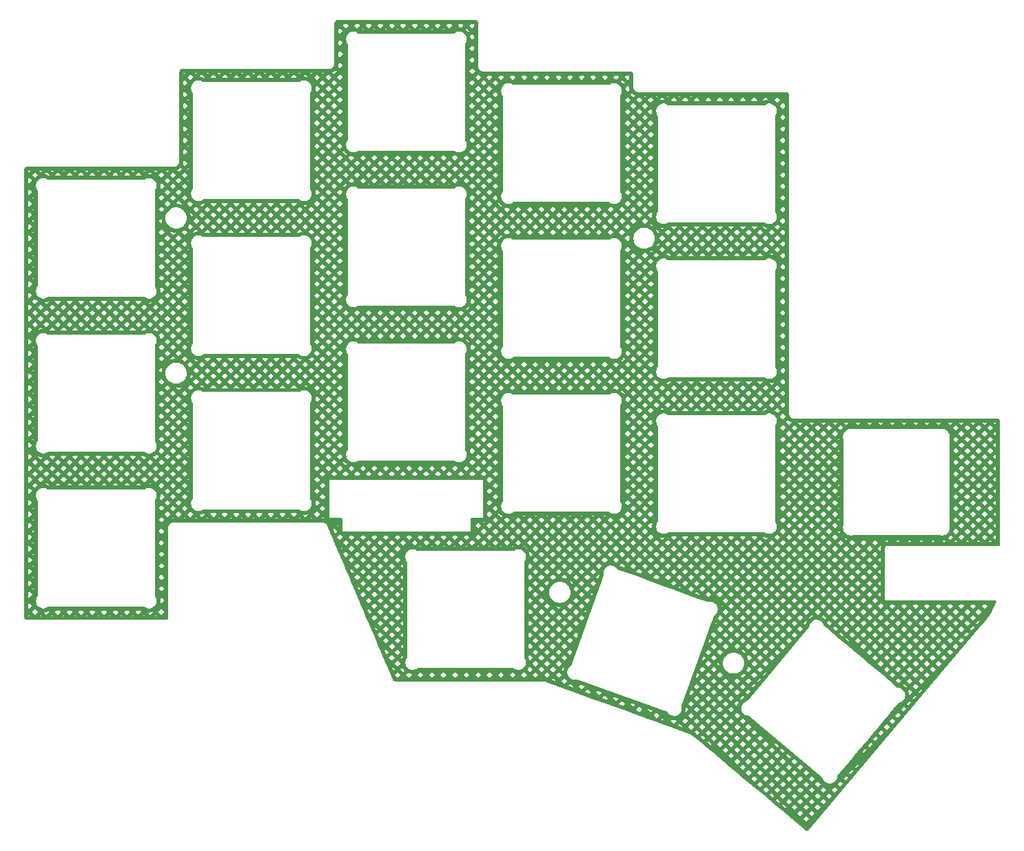
<source format=gbl>
%TF.GenerationSoftware,KiCad,Pcbnew,7.0.9*%
%TF.CreationDate,2024-05-22T11:54:58+05:30*%
%TF.ProjectId,UniFi - Plate,556e6946-6920-42d2-9050-6c6174652e6b,rev?*%
%TF.SameCoordinates,Original*%
%TF.FileFunction,Copper,L2,Bot*%
%TF.FilePolarity,Positive*%
%FSLAX46Y46*%
G04 Gerber Fmt 4.6, Leading zero omitted, Abs format (unit mm)*
G04 Created by KiCad (PCBNEW 7.0.9) date 2024-05-22 11:54:58*
%MOMM*%
%LPD*%
G01*
G04 APERTURE LIST*
G04 APERTURE END LIST*
%TA.AperFunction,NonConductor*%
G36*
X119251894Y-49696951D02*
G01*
X119263687Y-49696949D01*
X119263690Y-49696951D01*
X119293819Y-49696947D01*
X119313198Y-49698470D01*
X119376722Y-49708527D01*
X119413622Y-49720515D01*
X119462062Y-49745194D01*
X119462108Y-49745217D01*
X119493499Y-49768023D01*
X119531976Y-49806500D01*
X119554782Y-49837891D01*
X119579484Y-49886377D01*
X119591472Y-49923277D01*
X119601527Y-49986787D01*
X119603052Y-50006188D01*
X119603048Y-50049289D01*
X119603053Y-50049336D01*
X119603053Y-55283335D01*
X119603048Y-55283387D01*
X119603053Y-55335064D01*
X119603053Y-55361136D01*
X119603056Y-55361208D01*
X119603058Y-55378743D01*
X119603060Y-55404054D01*
X119629988Y-55539380D01*
X119634335Y-55549872D01*
X119682796Y-55666853D01*
X119759450Y-55781571D01*
X119759454Y-55781575D01*
X119759455Y-55781577D01*
X119857021Y-55879143D01*
X119857024Y-55879145D01*
X119971742Y-55955802D01*
X119971743Y-55955802D01*
X119971744Y-55955803D01*
X120099218Y-56008611D01*
X120234543Y-56035540D01*
X120273344Y-56035542D01*
X120273393Y-56035546D01*
X120313503Y-56035546D01*
X120343415Y-56035549D01*
X120343417Y-56035548D01*
X120355980Y-56035549D01*
X120356019Y-56035546D01*
X129805963Y-56035546D01*
X138301842Y-56035546D01*
X138301894Y-56035550D01*
X138313687Y-56035548D01*
X138313690Y-56035550D01*
X138343819Y-56035546D01*
X138363198Y-56037069D01*
X138426722Y-56047126D01*
X138463621Y-56059113D01*
X138512106Y-56083815D01*
X138543495Y-56106620D01*
X138581977Y-56145101D01*
X138604783Y-56176491D01*
X138629485Y-56224975D01*
X138641474Y-56261878D01*
X138651527Y-56325381D01*
X138653052Y-56344781D01*
X138653048Y-56387888D01*
X138653053Y-56387935D01*
X138653053Y-57783335D01*
X138653048Y-57783387D01*
X138653053Y-57835064D01*
X138653053Y-57860966D01*
X138653055Y-57861022D01*
X138653059Y-57904054D01*
X138658622Y-57932009D01*
X138679987Y-58039380D01*
X138732795Y-58166854D01*
X138809452Y-58281574D01*
X138809455Y-58281578D01*
X138907020Y-58379143D01*
X138907024Y-58379146D01*
X139021744Y-58455804D01*
X139083815Y-58481518D01*
X139149214Y-58508611D01*
X139149215Y-58508612D01*
X139149216Y-58508612D01*
X139149218Y-58508613D01*
X139284545Y-58535541D01*
X139353143Y-58535545D01*
X148945070Y-58550458D01*
X148945774Y-58550500D01*
X148971201Y-58550500D01*
X148993712Y-58550535D01*
X148993714Y-58550534D01*
X148996758Y-58550539D01*
X148997477Y-58550500D01*
X157426401Y-58550500D01*
X157450576Y-58552879D01*
X157456577Y-58554071D01*
X157456578Y-58554072D01*
X157456578Y-58554071D01*
X157456579Y-58554072D01*
X157456595Y-58554071D01*
X157486702Y-58554068D01*
X157506088Y-58555590D01*
X157569611Y-58565645D01*
X157606508Y-58577631D01*
X157654996Y-58602334D01*
X157686387Y-58625140D01*
X157724859Y-58663612D01*
X157747665Y-58695003D01*
X157772368Y-58743491D01*
X157784355Y-58780392D01*
X157790643Y-58820118D01*
X157794407Y-58843898D01*
X157795931Y-58863294D01*
X157795927Y-58905178D01*
X157795937Y-58905283D01*
X157798906Y-91476931D01*
X157799500Y-98000000D01*
X157799500Y-98068993D01*
X157799500Y-98068995D01*
X157799499Y-98068995D01*
X157826418Y-98204322D01*
X157826421Y-98204332D01*
X157879221Y-98331804D01*
X157879228Y-98331817D01*
X157955885Y-98446541D01*
X157955888Y-98446545D01*
X158053454Y-98544111D01*
X158053458Y-98544114D01*
X158168182Y-98620771D01*
X158168195Y-98620778D01*
X158264094Y-98660500D01*
X158295672Y-98673580D01*
X158295676Y-98673580D01*
X158295677Y-98673581D01*
X158431004Y-98700500D01*
X158431007Y-98700500D01*
X158477410Y-98700500D01*
X183360118Y-98700500D01*
X183390243Y-98700500D01*
X183409640Y-98702027D01*
X183425080Y-98704472D01*
X183473154Y-98712086D01*
X183510046Y-98724073D01*
X183558544Y-98748783D01*
X183589929Y-98771586D01*
X183628413Y-98810070D01*
X183651217Y-98841457D01*
X183675925Y-98889950D01*
X183687913Y-98926845D01*
X183693164Y-98960000D01*
X183697973Y-98990358D01*
X183699500Y-99009757D01*
X183699500Y-114225500D01*
X183679815Y-114292539D01*
X183627011Y-114338294D01*
X183575500Y-114349500D01*
X169845763Y-114349500D01*
X169754237Y-114349500D01*
X169754235Y-114349500D01*
X169754233Y-114349501D01*
X169745939Y-114353495D01*
X169719745Y-114362660D01*
X169710769Y-114364709D01*
X169703566Y-114370453D01*
X169680070Y-114385217D01*
X169671776Y-114389211D01*
X169671775Y-114389213D01*
X169666036Y-114396409D01*
X169646409Y-114416036D01*
X169639213Y-114421775D01*
X169639211Y-114421776D01*
X169635217Y-114430070D01*
X169620453Y-114453566D01*
X169614709Y-114460769D01*
X169612660Y-114469745D01*
X169603495Y-114495939D01*
X169599501Y-114504233D01*
X169599500Y-114504238D01*
X169599500Y-120895762D01*
X169603493Y-120904054D01*
X169612660Y-120930253D01*
X169614710Y-120939231D01*
X169614711Y-120939233D01*
X169614712Y-120939234D01*
X169620449Y-120946428D01*
X169635218Y-120969931D01*
X169639211Y-120978223D01*
X169639212Y-120978224D01*
X169646406Y-120983961D01*
X169666038Y-121003593D01*
X169671776Y-121010788D01*
X169680065Y-121014779D01*
X169703570Y-121029549D01*
X169710769Y-121035290D01*
X169719743Y-121037338D01*
X169745944Y-121046506D01*
X169754237Y-121050500D01*
X169777410Y-121050500D01*
X183142882Y-121050500D01*
X183209921Y-121070185D01*
X183255676Y-121122989D01*
X183265620Y-121192147D01*
X183260780Y-121212919D01*
X183253529Y-121235172D01*
X183252245Y-121238736D01*
X183230873Y-121292845D01*
X183081328Y-121671445D01*
X183079828Y-121674928D01*
X182882779Y-122096383D01*
X182881068Y-122099767D01*
X182658621Y-122508399D01*
X182656707Y-122511673D01*
X182409704Y-122905931D01*
X182407593Y-122909082D01*
X182136959Y-123287496D01*
X182134660Y-123290512D01*
X181871071Y-123615134D01*
X181857763Y-123629136D01*
X181854455Y-123632112D01*
X181541767Y-123984462D01*
X181538039Y-123988314D01*
X181535692Y-123990537D01*
X181522771Y-124005869D01*
X181509488Y-124020836D01*
X181507627Y-124023479D01*
X181504358Y-124027716D01*
X176424404Y-130055468D01*
X160269503Y-149224485D01*
X160268690Y-149225281D01*
X160242120Y-149256946D01*
X160228485Y-149270821D01*
X160179947Y-149313016D01*
X160147050Y-149333574D01*
X160096950Y-149354843D01*
X160059303Y-149364231D01*
X160005078Y-149368976D01*
X159966380Y-149366271D01*
X159913345Y-149354029D01*
X159877372Y-149339496D01*
X159822408Y-149306472D01*
X159806570Y-149295176D01*
X159774263Y-149268070D01*
X159773815Y-149267764D01*
X159628777Y-149146322D01*
X158140832Y-147897300D01*
X159547494Y-147897300D01*
X159902462Y-148252268D01*
X160257430Y-147897300D01*
X159902462Y-147542332D01*
X159547494Y-147897300D01*
X158140832Y-147897300D01*
X156946798Y-146894995D01*
X157721370Y-146894995D01*
X158107325Y-147218976D01*
X158136108Y-147190193D01*
X158840386Y-147190193D01*
X159195355Y-147545162D01*
X159550323Y-147190193D01*
X160254599Y-147190193D01*
X160609568Y-147545162D01*
X160964536Y-147190193D01*
X160609568Y-146835225D01*
X160254599Y-147190193D01*
X159550323Y-147190193D01*
X159195355Y-146835225D01*
X158840386Y-147190193D01*
X158136108Y-147190193D01*
X157781140Y-146835224D01*
X157721370Y-146894995D01*
X156946798Y-146894995D01*
X156177964Y-146249615D01*
X156952537Y-146249615D01*
X157338492Y-146573596D01*
X157429001Y-146483087D01*
X158133280Y-146483087D01*
X158488248Y-146838055D01*
X158843216Y-146483087D01*
X159547494Y-146483087D01*
X159902462Y-146838055D01*
X160257430Y-146483087D01*
X160961707Y-146483087D01*
X161316675Y-146838055D01*
X161671643Y-146483087D01*
X161316675Y-146128119D01*
X160961707Y-146483087D01*
X160257430Y-146483087D01*
X159902462Y-146128119D01*
X159547494Y-146483087D01*
X158843216Y-146483087D01*
X158488248Y-146128119D01*
X158133280Y-146483087D01*
X157429001Y-146483087D01*
X157429002Y-146483086D01*
X157074035Y-146128119D01*
X156952537Y-146249615D01*
X156177964Y-146249615D01*
X155409131Y-145604236D01*
X156183703Y-145604236D01*
X156569658Y-145928216D01*
X156721894Y-145775980D01*
X157426173Y-145775980D01*
X157781141Y-146130948D01*
X158136109Y-145775980D01*
X158840387Y-145775980D01*
X159195355Y-146130948D01*
X159550323Y-145775980D01*
X160254600Y-145775980D01*
X160609568Y-146130948D01*
X160964536Y-145775980D01*
X161668814Y-145775980D01*
X162023782Y-146130948D01*
X162378750Y-145775980D01*
X162023782Y-145421012D01*
X161668814Y-145775980D01*
X160964536Y-145775980D01*
X160609568Y-145421011D01*
X160254600Y-145775980D01*
X159550323Y-145775980D01*
X159195355Y-145421012D01*
X158840387Y-145775980D01*
X158136109Y-145775980D01*
X157781141Y-145421012D01*
X157426173Y-145775980D01*
X156721894Y-145775980D01*
X156721895Y-145775979D01*
X156366927Y-145421011D01*
X156183703Y-145604236D01*
X155409131Y-145604236D01*
X154640297Y-144958856D01*
X155414869Y-144958856D01*
X155800824Y-145282836D01*
X156014787Y-145068873D01*
X156719066Y-145068873D01*
X157074034Y-145423841D01*
X157429003Y-145068873D01*
X158133280Y-145068873D01*
X158488248Y-145423841D01*
X158843216Y-145068873D01*
X159547494Y-145068873D01*
X159902462Y-145423841D01*
X160257430Y-145068873D01*
X160961707Y-145068873D01*
X161316675Y-145423841D01*
X161671643Y-145068873D01*
X162375921Y-145068873D01*
X162730889Y-145423841D01*
X163085857Y-145068873D01*
X162730889Y-144713905D01*
X162375921Y-145068873D01*
X161671643Y-145068873D01*
X161316675Y-144713905D01*
X160961707Y-145068873D01*
X160257430Y-145068873D01*
X159902462Y-144713905D01*
X159547494Y-145068873D01*
X158843216Y-145068873D01*
X158488248Y-144713905D01*
X158133280Y-145068873D01*
X157429003Y-145068873D01*
X157074034Y-144713904D01*
X156719066Y-145068873D01*
X156014787Y-145068873D01*
X156014788Y-145068872D01*
X155659820Y-144713904D01*
X155414869Y-144958856D01*
X154640297Y-144958856D01*
X153871463Y-144313476D01*
X154646034Y-144313476D01*
X155031990Y-144637457D01*
X155307682Y-144361766D01*
X156011959Y-144361766D01*
X156366928Y-144716734D01*
X156721896Y-144361766D01*
X157426172Y-144361766D01*
X157781141Y-144716734D01*
X158136109Y-144361766D01*
X158840386Y-144361766D01*
X159195355Y-144716734D01*
X159550323Y-144361766D01*
X160254599Y-144361766D01*
X160609568Y-144716734D01*
X160964536Y-144361766D01*
X161668813Y-144361766D01*
X162023782Y-144716734D01*
X162378750Y-144361766D01*
X163083027Y-144361766D01*
X163426706Y-144705445D01*
X163751386Y-144320188D01*
X163437996Y-144006798D01*
X163083027Y-144361766D01*
X162378750Y-144361766D01*
X162023782Y-144006798D01*
X161668813Y-144361766D01*
X160964536Y-144361766D01*
X160609568Y-144006797D01*
X160254599Y-144361766D01*
X159550323Y-144361766D01*
X159195355Y-144006798D01*
X158840386Y-144361766D01*
X158136109Y-144361766D01*
X157781141Y-144006798D01*
X157426172Y-144361766D01*
X156721896Y-144361766D01*
X156366928Y-144006798D01*
X156011959Y-144361766D01*
X155307682Y-144361766D01*
X154952713Y-144006797D01*
X154646034Y-144313476D01*
X153871463Y-144313476D01*
X153086623Y-143654660D01*
X153890639Y-143654660D01*
X154044563Y-143808584D01*
X154263156Y-143992077D01*
X154600574Y-143654660D01*
X155304853Y-143654660D01*
X155659821Y-144009628D01*
X156014789Y-143654660D01*
X156719066Y-143654660D01*
X157074034Y-144009628D01*
X157429003Y-143654660D01*
X158133280Y-143654660D01*
X158488248Y-144009628D01*
X158843216Y-143654660D01*
X159547494Y-143654660D01*
X159902462Y-144009628D01*
X160257430Y-143654660D01*
X160961707Y-143654660D01*
X161316675Y-144009628D01*
X161667730Y-143658573D01*
X163794047Y-143658573D01*
X164073476Y-143938002D01*
X164398156Y-143552746D01*
X164145101Y-143299691D01*
X163846768Y-143598024D01*
X163811633Y-143639898D01*
X163809621Y-143642179D01*
X163799212Y-143653416D01*
X163797088Y-143655598D01*
X163794047Y-143658573D01*
X161667730Y-143658573D01*
X161671643Y-143654660D01*
X161316675Y-143299692D01*
X160961707Y-143654660D01*
X160257430Y-143654660D01*
X159902462Y-143299692D01*
X159547494Y-143654660D01*
X158843216Y-143654660D01*
X158488248Y-143299692D01*
X158133280Y-143654660D01*
X157429003Y-143654660D01*
X157074034Y-143299691D01*
X156719066Y-143654660D01*
X156014789Y-143654660D01*
X155659821Y-143299692D01*
X155304853Y-143654660D01*
X154600574Y-143654660D01*
X154600575Y-143654659D01*
X154245607Y-143299691D01*
X153890639Y-143654660D01*
X153086623Y-143654660D01*
X152244254Y-142947553D01*
X153183533Y-142947553D01*
X153538501Y-143302521D01*
X153893469Y-142947553D01*
X154597746Y-142947553D01*
X154952714Y-143302521D01*
X155307682Y-142947553D01*
X156011960Y-142947553D01*
X156366928Y-143302521D01*
X156721896Y-142947553D01*
X157426173Y-142947553D01*
X157781141Y-143302521D01*
X158136109Y-142947553D01*
X158840387Y-142947553D01*
X159195355Y-143302521D01*
X159550323Y-142947553D01*
X160254600Y-142947553D01*
X160609568Y-143302521D01*
X160964536Y-142947553D01*
X160609568Y-142592584D01*
X160254600Y-142947553D01*
X159550323Y-142947553D01*
X159195355Y-142592585D01*
X158840387Y-142947553D01*
X158136109Y-142947553D01*
X157781141Y-142592585D01*
X157426173Y-142947553D01*
X156721896Y-142947553D01*
X156366928Y-142592585D01*
X156011960Y-142947553D01*
X155307682Y-142947553D01*
X154952714Y-142592585D01*
X154597746Y-142947553D01*
X153893469Y-142947553D01*
X153538501Y-142592585D01*
X153183533Y-142947553D01*
X152244254Y-142947553D01*
X151401885Y-142240446D01*
X152476426Y-142240446D01*
X152831394Y-142595414D01*
X153186362Y-142240446D01*
X153890639Y-142240446D01*
X154245607Y-142595414D01*
X154600575Y-142240446D01*
X155304853Y-142240446D01*
X155659821Y-142595414D01*
X156014789Y-142240446D01*
X156719066Y-142240446D01*
X157074034Y-142595414D01*
X157429003Y-142240446D01*
X158133280Y-142240446D01*
X158488248Y-142595414D01*
X158843216Y-142240446D01*
X159547494Y-142240446D01*
X159902462Y-142595414D01*
X160257430Y-142240446D01*
X159902462Y-141885478D01*
X159547494Y-142240446D01*
X158843216Y-142240446D01*
X158488248Y-141885478D01*
X158133280Y-142240446D01*
X157429003Y-142240446D01*
X157074034Y-141885477D01*
X156719066Y-142240446D01*
X156014789Y-142240446D01*
X155659821Y-141885478D01*
X155304853Y-142240446D01*
X154600575Y-142240446D01*
X154245607Y-141885477D01*
X153890639Y-142240446D01*
X153186362Y-142240446D01*
X152831394Y-141885478D01*
X152476426Y-142240446D01*
X151401885Y-142240446D01*
X150559516Y-141533339D01*
X151769319Y-141533339D01*
X152124287Y-141888307D01*
X152479255Y-141533339D01*
X153183533Y-141533339D01*
X153538501Y-141888307D01*
X153893469Y-141533339D01*
X154597746Y-141533339D01*
X154952714Y-141888307D01*
X155307682Y-141533339D01*
X156011960Y-141533339D01*
X156366928Y-141888307D01*
X156721896Y-141533339D01*
X157426173Y-141533339D01*
X157781141Y-141888307D01*
X158136109Y-141533339D01*
X158136108Y-141533338D01*
X158840386Y-141533338D01*
X159195355Y-141888307D01*
X159550323Y-141533339D01*
X159306794Y-141289810D01*
X159185605Y-141188120D01*
X158840386Y-141533338D01*
X158136108Y-141533338D01*
X157781141Y-141178371D01*
X157426173Y-141533339D01*
X156721896Y-141533339D01*
X156366928Y-141178371D01*
X156011960Y-141533339D01*
X155307682Y-141533339D01*
X154952714Y-141178371D01*
X154597746Y-141533339D01*
X153893469Y-141533339D01*
X153538501Y-141178371D01*
X153183533Y-141533339D01*
X152479255Y-141533339D01*
X152124287Y-141178371D01*
X151769319Y-141533339D01*
X150559516Y-141533339D01*
X149717147Y-140826232D01*
X151062211Y-140826232D01*
X151417180Y-141181201D01*
X151772148Y-140826232D01*
X152476425Y-140826232D01*
X152831394Y-141181201D01*
X153186362Y-140826232D01*
X153890638Y-140826232D01*
X154245607Y-141181201D01*
X154600575Y-140826232D01*
X155304852Y-140826232D01*
X155659821Y-141181201D01*
X156014789Y-140826232D01*
X156719066Y-140826232D01*
X157074034Y-141181201D01*
X157429003Y-140826232D01*
X158133279Y-140826232D01*
X158488247Y-141181200D01*
X158802658Y-140866790D01*
X158416634Y-140542877D01*
X158133279Y-140826232D01*
X157429003Y-140826232D01*
X157074034Y-140471264D01*
X156719066Y-140826232D01*
X156014789Y-140826232D01*
X155659821Y-140471264D01*
X155304852Y-140826232D01*
X154600575Y-140826232D01*
X154245607Y-140471264D01*
X153890638Y-140826232D01*
X153186362Y-140826232D01*
X152831394Y-140471264D01*
X152476425Y-140826232D01*
X151772148Y-140826232D01*
X151417180Y-140471264D01*
X151062211Y-140826232D01*
X149717147Y-140826232D01*
X148489626Y-139795818D01*
X149264199Y-139795818D01*
X149650154Y-140119798D01*
X149650826Y-140119126D01*
X150355105Y-140119126D01*
X150710073Y-140474094D01*
X151065042Y-140119126D01*
X151769319Y-140119126D01*
X152124287Y-140474094D01*
X152479255Y-140119126D01*
X153183533Y-140119126D01*
X153538501Y-140474094D01*
X153893469Y-140119126D01*
X154597746Y-140119126D01*
X154952714Y-140474094D01*
X155307682Y-140119126D01*
X156011960Y-140119126D01*
X156366928Y-140474094D01*
X156721896Y-140119126D01*
X156721895Y-140119125D01*
X157426172Y-140119125D01*
X157781140Y-140474093D01*
X158033687Y-140221546D01*
X157647663Y-139897634D01*
X157426172Y-140119125D01*
X156721895Y-140119125D01*
X156366928Y-139764158D01*
X156011960Y-140119126D01*
X155307682Y-140119126D01*
X154952714Y-139764158D01*
X154597746Y-140119126D01*
X153893469Y-140119126D01*
X153538501Y-139764158D01*
X153183533Y-140119126D01*
X152479255Y-140119126D01*
X152124287Y-139764158D01*
X151769319Y-140119126D01*
X151065042Y-140119126D01*
X150710073Y-139764157D01*
X150355105Y-140119126D01*
X149650826Y-140119126D01*
X149650827Y-140119125D01*
X149295859Y-139764157D01*
X149264199Y-139795818D01*
X148489626Y-139795818D01*
X147720792Y-139150438D01*
X148495365Y-139150438D01*
X148881320Y-139474418D01*
X148943719Y-139412019D01*
X149647999Y-139412019D01*
X150002967Y-139766987D01*
X150357935Y-139412019D01*
X151062212Y-139412019D01*
X151417180Y-139766987D01*
X151772148Y-139412019D01*
X152476426Y-139412019D01*
X152831394Y-139766987D01*
X153186362Y-139412019D01*
X153890639Y-139412019D01*
X154245607Y-139766987D01*
X154600575Y-139412019D01*
X155304853Y-139412019D01*
X155659821Y-139766987D01*
X156014789Y-139412019D01*
X156014788Y-139412018D01*
X156719065Y-139412018D01*
X157074034Y-139766986D01*
X157264717Y-139576304D01*
X156878693Y-139252391D01*
X156719065Y-139412018D01*
X156014788Y-139412018D01*
X155659821Y-139057051D01*
X155304853Y-139412019D01*
X154600575Y-139412019D01*
X154245607Y-139057050D01*
X153890639Y-139412019D01*
X153186362Y-139412019D01*
X152831394Y-139057051D01*
X152476426Y-139412019D01*
X151772148Y-139412019D01*
X151417180Y-139057051D01*
X151062212Y-139412019D01*
X150357935Y-139412019D01*
X150002967Y-139057051D01*
X149647999Y-139412019D01*
X148943719Y-139412019D01*
X148943720Y-139412018D01*
X148588752Y-139057050D01*
X148495365Y-139150438D01*
X147720792Y-139150438D01*
X146951958Y-138505058D01*
X147726530Y-138505058D01*
X148112486Y-138829039D01*
X148236613Y-138704912D01*
X148940892Y-138704912D01*
X149295860Y-139059880D01*
X149650828Y-138704912D01*
X150355105Y-138704912D01*
X150710073Y-139059880D01*
X151065042Y-138704912D01*
X151769319Y-138704912D01*
X152124287Y-139059880D01*
X152479255Y-138704912D01*
X153183533Y-138704912D01*
X153538501Y-139059880D01*
X153893469Y-138704912D01*
X154597746Y-138704912D01*
X154952714Y-139059880D01*
X155307682Y-138704912D01*
X155307681Y-138704911D01*
X156011959Y-138704911D01*
X156366927Y-139059879D01*
X156495746Y-138931060D01*
X156109722Y-138607148D01*
X156011959Y-138704911D01*
X155307681Y-138704911D01*
X154952714Y-138349944D01*
X154597746Y-138704912D01*
X153893469Y-138704912D01*
X153538501Y-138349944D01*
X153183533Y-138704912D01*
X152479255Y-138704912D01*
X152124287Y-138349944D01*
X151769319Y-138704912D01*
X151065042Y-138704912D01*
X150710073Y-138349943D01*
X150355105Y-138704912D01*
X149650828Y-138704912D01*
X149295860Y-138349944D01*
X148940892Y-138704912D01*
X148236613Y-138704912D01*
X148236614Y-138704911D01*
X147881645Y-138349943D01*
X147726530Y-138505058D01*
X146951958Y-138505058D01*
X146183124Y-137859678D01*
X146957697Y-137859678D01*
X147343653Y-138183659D01*
X147529508Y-137997805D01*
X148233784Y-137997805D01*
X148588753Y-138352773D01*
X148943721Y-137997805D01*
X149647998Y-137997805D01*
X150002967Y-138352773D01*
X150357935Y-137997805D01*
X151062211Y-137997805D01*
X151417180Y-138352773D01*
X151772148Y-137997805D01*
X152476425Y-137997805D01*
X152831394Y-138352773D01*
X153186362Y-137997805D01*
X153890638Y-137997805D01*
X154245607Y-138352773D01*
X154600575Y-137997805D01*
X154600574Y-137997804D01*
X155304852Y-137997804D01*
X155659820Y-138352773D01*
X155726775Y-138285817D01*
X155340751Y-137961905D01*
X155304852Y-137997804D01*
X154600574Y-137997804D01*
X154245607Y-137642836D01*
X153890638Y-137997805D01*
X153186362Y-137997805D01*
X152831394Y-137642837D01*
X152476425Y-137997805D01*
X151772148Y-137997805D01*
X151417180Y-137642837D01*
X151062211Y-137997805D01*
X150357935Y-137997805D01*
X150002967Y-137642837D01*
X149647998Y-137997805D01*
X148943721Y-137997805D01*
X148588753Y-137642837D01*
X148233784Y-137997805D01*
X147529508Y-137997805D01*
X147174539Y-137642836D01*
X146957697Y-137859678D01*
X146183124Y-137859678D01*
X146069866Y-137764606D01*
X146059560Y-137752853D01*
X146058843Y-137753540D01*
X146050399Y-137744718D01*
X146027138Y-137728430D01*
X146022836Y-137725128D01*
X146014330Y-137717987D01*
X146014328Y-137717986D01*
X146010222Y-137715880D01*
X146002947Y-137711495D01*
X145939023Y-137666731D01*
X145819131Y-137597509D01*
X145772616Y-137570653D01*
X145598463Y-137489444D01*
X145508178Y-137456585D01*
X144880190Y-137228016D01*
X146175146Y-137228016D01*
X146197461Y-137240900D01*
X146215793Y-137252581D01*
X146268578Y-137289544D01*
X146273741Y-137292570D01*
X146276685Y-137294407D01*
X146302872Y-137311792D01*
X146305717Y-137313798D01*
X146319743Y-137324290D01*
X146322467Y-137326449D01*
X146328410Y-137331437D01*
X146358615Y-137352588D01*
X146363427Y-137356322D01*
X146386694Y-137376285D01*
X146391114Y-137380471D01*
X146408655Y-137398797D01*
X146574819Y-137538279D01*
X146822399Y-137290699D01*
X147526678Y-137290699D01*
X147881646Y-137645667D01*
X148236614Y-137290699D01*
X148940892Y-137290699D01*
X149295860Y-137645667D01*
X149650828Y-137290699D01*
X150355105Y-137290699D01*
X150710073Y-137645667D01*
X151065042Y-137290699D01*
X151769319Y-137290699D01*
X152124287Y-137645667D01*
X152479255Y-137290699D01*
X153183533Y-137290699D01*
X153538501Y-137645667D01*
X153596701Y-137587467D01*
X154894514Y-137587467D01*
X154952713Y-137645666D01*
X154957805Y-137640574D01*
X154894514Y-137587467D01*
X153596701Y-137587467D01*
X153893469Y-137290699D01*
X153538501Y-136935731D01*
X153183533Y-137290699D01*
X152479255Y-137290699D01*
X152124287Y-136935731D01*
X151769319Y-137290699D01*
X151065042Y-137290699D01*
X150710073Y-136935730D01*
X150355105Y-137290699D01*
X149650828Y-137290699D01*
X149295860Y-136935731D01*
X148940892Y-137290699D01*
X148236614Y-137290699D01*
X147881646Y-136935730D01*
X147526678Y-137290699D01*
X146822399Y-137290699D01*
X146822400Y-137290698D01*
X146467432Y-136935730D01*
X146175146Y-137228016D01*
X144880190Y-137228016D01*
X142849315Y-136488838D01*
X142688406Y-136430272D01*
X144144463Y-136430272D01*
X144664955Y-136619716D01*
X144701079Y-136583592D01*
X145405358Y-136583592D01*
X145760326Y-136938560D01*
X146115294Y-136583592D01*
X146819572Y-136583592D01*
X147174540Y-136938560D01*
X147529508Y-136583592D01*
X148233785Y-136583592D01*
X148588753Y-136938560D01*
X148943721Y-136583592D01*
X149647999Y-136583592D01*
X150002967Y-136938560D01*
X150357935Y-136583592D01*
X151062212Y-136583592D01*
X151417180Y-136938560D01*
X151772148Y-136583592D01*
X152476426Y-136583592D01*
X152831394Y-136938560D01*
X153186362Y-136583592D01*
X152831394Y-136228624D01*
X152476426Y-136583592D01*
X151772148Y-136583592D01*
X151417180Y-136228624D01*
X151062212Y-136583592D01*
X150357935Y-136583592D01*
X150002967Y-136228624D01*
X149647999Y-136583592D01*
X148943721Y-136583592D01*
X148588753Y-136228624D01*
X148233785Y-136583592D01*
X147529508Y-136583592D01*
X147174540Y-136228624D01*
X146819572Y-136583592D01*
X146115294Y-136583592D01*
X145760326Y-136228624D01*
X145405358Y-136583592D01*
X144701079Y-136583592D01*
X144701080Y-136583591D01*
X144346112Y-136228623D01*
X144144463Y-136430272D01*
X142688406Y-136430272D01*
X141166886Y-135876484D01*
X143284037Y-135876484D01*
X143639005Y-136231452D01*
X143993972Y-135876485D01*
X144698251Y-135876485D01*
X145053219Y-136231453D01*
X145408187Y-135876485D01*
X146112465Y-135876485D01*
X146467433Y-136231453D01*
X146822401Y-135876485D01*
X147526678Y-135876485D01*
X147881646Y-136231453D01*
X148236614Y-135876485D01*
X148940892Y-135876485D01*
X149295860Y-136231453D01*
X149650828Y-135876485D01*
X150355105Y-135876485D01*
X150710073Y-136231453D01*
X151065042Y-135876485D01*
X151065041Y-135876484D01*
X151769318Y-135876484D01*
X152124287Y-136231453D01*
X152479255Y-135876485D01*
X152124286Y-135521516D01*
X151769318Y-135876484D01*
X151065041Y-135876484D01*
X150710073Y-135521516D01*
X150355105Y-135876485D01*
X149650828Y-135876485D01*
X149295860Y-135521517D01*
X148940892Y-135876485D01*
X148236614Y-135876485D01*
X147881646Y-135521516D01*
X147526678Y-135876485D01*
X146822401Y-135876485D01*
X146467433Y-135521517D01*
X146112465Y-135876485D01*
X145408187Y-135876485D01*
X145053219Y-135521517D01*
X144698251Y-135876485D01*
X143993972Y-135876485D01*
X143993973Y-135876484D01*
X143848356Y-135730867D01*
X143643181Y-135739827D01*
X143640137Y-135739885D01*
X143624820Y-135739802D01*
X143621779Y-135739711D01*
X143594318Y-135738212D01*
X143591282Y-135737971D01*
X143576046Y-135736386D01*
X143573029Y-135735997D01*
X143444332Y-135716189D01*
X143284037Y-135876484D01*
X141166886Y-135876484D01*
X140614734Y-135675517D01*
X142070791Y-135675517D01*
X142555046Y-135851771D01*
X142224791Y-135521516D01*
X142070791Y-135675517D01*
X140614734Y-135675517D01*
X140156969Y-135508904D01*
X142916457Y-135508904D01*
X142931898Y-135524345D01*
X142935677Y-135520567D01*
X142916457Y-135508904D01*
X140156969Y-135508904D01*
X139224126Y-135169377D01*
X141162716Y-135169377D01*
X141438847Y-135445508D01*
X141554446Y-135487583D01*
X141872652Y-135169377D01*
X141522949Y-134819674D01*
X141515229Y-134816864D01*
X141162716Y-135169377D01*
X139224126Y-135169377D01*
X138541062Y-134920762D01*
X139997119Y-134920762D01*
X140331545Y-135042483D01*
X140103471Y-134814409D01*
X139997119Y-134920762D01*
X138541062Y-134920762D01*
X137281369Y-134462271D01*
X139041396Y-134462271D01*
X139215344Y-134636219D01*
X139480775Y-134732828D01*
X139751331Y-134462272D01*
X140455611Y-134462272D01*
X140810578Y-134817239D01*
X140998887Y-134628930D01*
X140478395Y-134439487D01*
X140455611Y-134462272D01*
X139751331Y-134462272D01*
X139751332Y-134462271D01*
X139396365Y-134107303D01*
X139041396Y-134462271D01*
X137281369Y-134462271D01*
X136467391Y-134166007D01*
X137923446Y-134166007D01*
X138108042Y-134233194D01*
X137982150Y-134107302D01*
X137923446Y-134166007D01*
X136467391Y-134166007D01*
X135338612Y-133755165D01*
X136920077Y-133755165D01*
X136991842Y-133826930D01*
X137407103Y-133978073D01*
X137630012Y-133755164D01*
X138334289Y-133755164D01*
X138689257Y-134110132D01*
X138925214Y-133874175D01*
X138404722Y-133684732D01*
X138334289Y-133755164D01*
X137630012Y-133755164D01*
X137275045Y-133400197D01*
X136920077Y-133755165D01*
X135338612Y-133755165D01*
X133356882Y-133033874D01*
X134812939Y-133033874D01*
X135333430Y-133223318D01*
X135508691Y-133048057D01*
X136212969Y-133048057D01*
X136567937Y-133403025D01*
X136851542Y-133119420D01*
X136331049Y-132929977D01*
X136212969Y-133048057D01*
X135508691Y-133048057D01*
X135153724Y-132693090D01*
X134812939Y-133033874D01*
X133356882Y-133033874D01*
X131283210Y-132279119D01*
X132739267Y-132279119D01*
X133259758Y-132468563D01*
X133387371Y-132340950D01*
X134091648Y-132340950D01*
X134446617Y-132695919D01*
X134777871Y-132364665D01*
X134257377Y-132175221D01*
X134091648Y-132340950D01*
X133387371Y-132340950D01*
X133032403Y-131985982D01*
X132739267Y-132279119D01*
X131283210Y-132279119D01*
X129209538Y-131524364D01*
X130665595Y-131524364D01*
X131186087Y-131713807D01*
X131266051Y-131633843D01*
X131970328Y-131633843D01*
X132325297Y-131988812D01*
X132680265Y-131633844D01*
X132628939Y-131582518D01*
X132183705Y-131420466D01*
X131970328Y-131633843D01*
X131266051Y-131633843D01*
X130911083Y-131278875D01*
X130665595Y-131524364D01*
X129209538Y-131524364D01*
X128025114Y-131093269D01*
X128011422Y-131085757D01*
X128010980Y-131086655D01*
X128000027Y-131081253D01*
X127972560Y-131073890D01*
X127967414Y-131072268D01*
X127962566Y-131070503D01*
X127956951Y-131068460D01*
X127956944Y-131068458D01*
X127952366Y-131067884D01*
X127944031Y-131066252D01*
X127903795Y-131055470D01*
X127868699Y-131046066D01*
X127868692Y-131046064D01*
X127679470Y-131012695D01*
X127679469Y-131012694D01*
X127679464Y-131012694D01*
X127517812Y-130998550D01*
X127488040Y-130995946D01*
X127488039Y-130995946D01*
X127391961Y-130995947D01*
X109379674Y-130995947D01*
X109361603Y-130994623D01*
X109334070Y-130990567D01*
X109302296Y-130985886D01*
X109267697Y-130975467D01*
X109221737Y-130953902D01*
X109191613Y-130933953D01*
X109153817Y-130900050D01*
X109130725Y-130872265D01*
X109099584Y-130821148D01*
X109091313Y-130805026D01*
X109089861Y-130801601D01*
X109076302Y-130769609D01*
X128591923Y-130769609D01*
X129112415Y-130959052D01*
X129144729Y-130926738D01*
X129849009Y-130926738D01*
X130203976Y-131281705D01*
X130542888Y-130942794D01*
X130443268Y-130851507D01*
X130441077Y-130849399D01*
X130430307Y-130838512D01*
X130428220Y-130836295D01*
X130409861Y-130815816D01*
X130407883Y-130813498D01*
X130398229Y-130801601D01*
X130396372Y-130799194D01*
X130300094Y-130667887D01*
X130203977Y-130571770D01*
X129849009Y-130926738D01*
X129144729Y-130926738D01*
X129144730Y-130926737D01*
X128789762Y-130571769D01*
X128591923Y-130769609D01*
X109076302Y-130769609D01*
X108830947Y-130190712D01*
X109371829Y-130190712D01*
X109414373Y-130291092D01*
X109621228Y-130497947D01*
X109774532Y-130497947D01*
X110052848Y-130219631D01*
X110052847Y-130219630D01*
X110757125Y-130219630D01*
X111035442Y-130497947D01*
X111188746Y-130497947D01*
X111467062Y-130219631D01*
X112171339Y-130219631D01*
X112449655Y-130497947D01*
X112602959Y-130497947D01*
X112881275Y-130219631D01*
X113585553Y-130219631D01*
X113863869Y-130497947D01*
X114017173Y-130497947D01*
X114295489Y-130219631D01*
X114999766Y-130219631D01*
X115278082Y-130497947D01*
X115431386Y-130497947D01*
X115709701Y-130219631D01*
X116413980Y-130219631D01*
X116692296Y-130497947D01*
X116845600Y-130497947D01*
X117123916Y-130219631D01*
X117828194Y-130219631D01*
X118106510Y-130497947D01*
X118259814Y-130497947D01*
X118538130Y-130219631D01*
X119242407Y-130219631D01*
X119520723Y-130497947D01*
X119674027Y-130497947D01*
X119952343Y-130219631D01*
X120656621Y-130219631D01*
X120934937Y-130497947D01*
X121088241Y-130497947D01*
X121366557Y-130219631D01*
X122070834Y-130219631D01*
X122349150Y-130497947D01*
X122502454Y-130497947D01*
X122780770Y-130219631D01*
X123485048Y-130219631D01*
X123763364Y-130497947D01*
X123916668Y-130497947D01*
X124194984Y-130219631D01*
X124194983Y-130219630D01*
X124899260Y-130219630D01*
X125177577Y-130497947D01*
X125330881Y-130497947D01*
X125609196Y-130219631D01*
X126313475Y-130219631D01*
X126591791Y-130497947D01*
X126745095Y-130497947D01*
X127023411Y-130219631D01*
X127023410Y-130219630D01*
X127727688Y-130219630D01*
X128082656Y-130574598D01*
X128437623Y-130219631D01*
X129141902Y-130219631D01*
X129496870Y-130574599D01*
X129851838Y-130219631D01*
X129496870Y-129864663D01*
X129141902Y-130219631D01*
X128437623Y-130219631D01*
X128437624Y-130219630D01*
X128082656Y-129864662D01*
X127727688Y-130219630D01*
X127023410Y-130219630D01*
X126668443Y-129864663D01*
X126313475Y-130219631D01*
X125609196Y-130219631D01*
X125609197Y-130219630D01*
X125276079Y-129886513D01*
X125259752Y-129897424D01*
X125257176Y-129899054D01*
X125244034Y-129906930D01*
X125241389Y-129908429D01*
X125217138Y-129921391D01*
X125214422Y-129922758D01*
X125200577Y-129929306D01*
X125197792Y-129930541D01*
X125181673Y-129937217D01*
X124899260Y-130219630D01*
X124194983Y-130219630D01*
X123877972Y-129902619D01*
X123872024Y-129899054D01*
X123869448Y-129897424D01*
X123832166Y-129872512D01*
X123485048Y-130219631D01*
X122780770Y-130219631D01*
X122431039Y-129869900D01*
X122420565Y-129869900D01*
X122070834Y-130219631D01*
X121366557Y-130219631D01*
X121016826Y-129869900D01*
X121006352Y-129869900D01*
X120656621Y-130219631D01*
X119952343Y-130219631D01*
X119602612Y-129869900D01*
X119592138Y-129869900D01*
X119242407Y-130219631D01*
X118538130Y-130219631D01*
X118188399Y-129869900D01*
X118177925Y-129869900D01*
X117828194Y-130219631D01*
X117123916Y-130219631D01*
X116774185Y-129869900D01*
X116763711Y-129869900D01*
X116413980Y-130219631D01*
X115709701Y-130219631D01*
X115709702Y-130219630D01*
X115359971Y-129869900D01*
X115349497Y-129869900D01*
X114999766Y-130219631D01*
X114295489Y-130219631D01*
X113945758Y-129869900D01*
X113935284Y-129869900D01*
X113585553Y-130219631D01*
X112881275Y-130219631D01*
X112531544Y-129869900D01*
X112521070Y-129869900D01*
X112171339Y-130219631D01*
X111467062Y-130219631D01*
X111299179Y-130051748D01*
X111189220Y-130029877D01*
X111186252Y-130029210D01*
X111171388Y-130025487D01*
X111168451Y-130024674D01*
X111142133Y-130016690D01*
X111139246Y-130015736D01*
X111124827Y-130010577D01*
X111121987Y-130009481D01*
X111012589Y-129964166D01*
X110757125Y-130219630D01*
X110052847Y-130219630D01*
X109697879Y-129864662D01*
X109371829Y-130190712D01*
X108830947Y-130190712D01*
X108409979Y-129197466D01*
X108950861Y-129197466D01*
X109162188Y-129696077D01*
X109345741Y-129512523D01*
X110050018Y-129512523D01*
X110404986Y-129867491D01*
X110588924Y-129683553D01*
X110497751Y-129592380D01*
X110495650Y-129590172D01*
X110485363Y-129578821D01*
X110483378Y-129576520D01*
X110465932Y-129555263D01*
X110464059Y-129552862D01*
X110454935Y-129540560D01*
X110453183Y-129538072D01*
X110338576Y-129366552D01*
X110336945Y-129363976D01*
X110329070Y-129350834D01*
X110327571Y-129348189D01*
X110314609Y-129323938D01*
X110313242Y-129321222D01*
X110306694Y-129307378D01*
X110305460Y-129304594D01*
X110291544Y-129270998D01*
X110050018Y-129512523D01*
X109345741Y-129512523D01*
X108990772Y-129157555D01*
X108950861Y-129197466D01*
X108409979Y-129197466D01*
X108243817Y-128805417D01*
X109342912Y-128805417D01*
X109697880Y-129160385D01*
X110052848Y-128805417D01*
X110008226Y-128760795D01*
X110656994Y-128760795D01*
X110691870Y-128936131D01*
X110691872Y-128936139D01*
X110760288Y-129101309D01*
X110760293Y-129101319D01*
X110859615Y-129249964D01*
X110859618Y-129249968D01*
X110986031Y-129376381D01*
X110986035Y-129376384D01*
X111134680Y-129475706D01*
X111134684Y-129475708D01*
X111134687Y-129475710D01*
X111299861Y-129544128D01*
X111425714Y-129569161D01*
X111475204Y-129579005D01*
X111475208Y-129579006D01*
X111475209Y-129579006D01*
X111653992Y-129579006D01*
X111653993Y-129579005D01*
X111829339Y-129544128D01*
X111994513Y-129475710D01*
X112094543Y-129408872D01*
X112118600Y-129392798D01*
X112185277Y-129371920D01*
X112187491Y-129371900D01*
X123941709Y-129371900D01*
X124008748Y-129391585D01*
X124010600Y-129392798D01*
X124134680Y-129475706D01*
X124134684Y-129475708D01*
X124134687Y-129475710D01*
X124299861Y-129544128D01*
X124425714Y-129569161D01*
X124475204Y-129579005D01*
X124475208Y-129579006D01*
X124475209Y-129579006D01*
X124653992Y-129579006D01*
X124653993Y-129579005D01*
X124734258Y-129563040D01*
X125656884Y-129563040D01*
X125961336Y-129867492D01*
X126316304Y-129512524D01*
X127020582Y-129512524D01*
X127375550Y-129867492D01*
X127730518Y-129512524D01*
X128434795Y-129512524D01*
X128789763Y-129867492D01*
X128822061Y-129835194D01*
X130558298Y-129835194D01*
X130566098Y-130013795D01*
X130608589Y-130187440D01*
X130608592Y-130187450D01*
X130684138Y-130349458D01*
X130684140Y-130349460D01*
X130684142Y-130349465D01*
X130789851Y-130493635D01*
X130921655Y-130614413D01*
X131028732Y-130679389D01*
X131074485Y-130707154D01*
X131074491Y-130707157D01*
X131242475Y-130768301D01*
X131242476Y-130768301D01*
X131242478Y-130768302D01*
X131419169Y-130795500D01*
X131597771Y-130787705D01*
X131742724Y-130752239D01*
X131812517Y-130755426D01*
X131814542Y-130756143D01*
X142860101Y-134776398D01*
X142916363Y-134817823D01*
X142917647Y-134819542D01*
X142991868Y-134920762D01*
X143005869Y-134939856D01*
X143137668Y-135060622D01*
X143137679Y-135060630D01*
X143174906Y-135083219D01*
X143290509Y-135153366D01*
X143458501Y-135214508D01*
X143635192Y-135241701D01*
X143635193Y-135241700D01*
X143635194Y-135241701D01*
X143650139Y-135241048D01*
X143813794Y-135233902D01*
X143987443Y-135191410D01*
X143987448Y-135191407D01*
X143987450Y-135191407D01*
X144034691Y-135169378D01*
X145405358Y-135169378D01*
X145760326Y-135524346D01*
X146115294Y-135169378D01*
X146819572Y-135169378D01*
X147174540Y-135524346D01*
X147529508Y-135169378D01*
X148233785Y-135169378D01*
X148588753Y-135524346D01*
X148943721Y-135169378D01*
X149647999Y-135169378D01*
X150002967Y-135524346D01*
X150357935Y-135169378D01*
X151062212Y-135169378D01*
X151417179Y-135524345D01*
X151752704Y-135188820D01*
X151681855Y-135100544D01*
X151680007Y-135098122D01*
X151671020Y-135085723D01*
X151669297Y-135083219D01*
X151654270Y-135060189D01*
X151652671Y-135057602D01*
X151644936Y-135044375D01*
X151643463Y-135041708D01*
X151642361Y-135039591D01*
X151417180Y-134814410D01*
X151062212Y-135169378D01*
X150357935Y-135169378D01*
X150002967Y-134814410D01*
X149647999Y-135169378D01*
X148943721Y-135169378D01*
X148588753Y-134814410D01*
X148233785Y-135169378D01*
X147529508Y-135169378D01*
X147174540Y-134814410D01*
X146819572Y-135169378D01*
X146115294Y-135169378D01*
X145760326Y-134814410D01*
X145405358Y-135169378D01*
X144034691Y-135169378D01*
X144097932Y-135139888D01*
X144149465Y-135115858D01*
X144293635Y-135010149D01*
X144414413Y-134878345D01*
X144473510Y-134780958D01*
X145016937Y-134780958D01*
X145053219Y-134817240D01*
X145408187Y-134462271D01*
X146112464Y-134462271D01*
X146467433Y-134817240D01*
X146822401Y-134462271D01*
X147526677Y-134462271D01*
X147881646Y-134817240D01*
X148236614Y-134462271D01*
X148940891Y-134462271D01*
X149295860Y-134817240D01*
X149650828Y-134462271D01*
X150355105Y-134462271D01*
X150710073Y-134817240D01*
X151065042Y-134462271D01*
X150894029Y-134291258D01*
X151930688Y-134291258D01*
X151946269Y-134469344D01*
X151946272Y-134469357D01*
X151996293Y-134640975D01*
X151996295Y-134640979D01*
X151996296Y-134640982D01*
X152034793Y-134714934D01*
X152076828Y-134795685D01*
X152078845Y-134799558D01*
X152093036Y-134817240D01*
X152190744Y-134938982D01*
X152190745Y-134938983D01*
X152313166Y-135041708D01*
X152327694Y-135053898D01*
X152484431Y-135139888D01*
X152654932Y-135193648D01*
X152803275Y-135209895D01*
X152867770Y-135236760D01*
X152869479Y-135238168D01*
X161873822Y-142793711D01*
X161912524Y-142851882D01*
X161913162Y-142854000D01*
X161954899Y-142997189D01*
X161954901Y-142997194D01*
X162037445Y-143155757D01*
X162037451Y-143155767D01*
X162050728Y-143172309D01*
X162149350Y-143295188D01*
X162286300Y-143410102D01*
X162443038Y-143496091D01*
X162613540Y-143549849D01*
X162613539Y-143549849D01*
X162631080Y-143551770D01*
X162791253Y-143569312D01*
X162969348Y-143553730D01*
X163140982Y-143503704D01*
X163299558Y-143421155D01*
X163438983Y-143309255D01*
X163553898Y-143172306D01*
X163639888Y-143015569D01*
X163661334Y-142947553D01*
X164497241Y-142947553D01*
X164720247Y-143170559D01*
X165044927Y-142785303D01*
X164852209Y-142592585D01*
X164497241Y-142947553D01*
X163661334Y-142947553D01*
X163693648Y-142845068D01*
X163709895Y-142696722D01*
X163736760Y-142632228D01*
X163738098Y-142630602D01*
X164065478Y-142240446D01*
X165204348Y-142240446D01*
X165367018Y-142403116D01*
X165691698Y-142017860D01*
X165559316Y-141885478D01*
X165204348Y-142240446D01*
X164065478Y-142240446D01*
X164658811Y-141533339D01*
X165911455Y-141533339D01*
X166013789Y-141635673D01*
X166338469Y-141250417D01*
X166266423Y-141178371D01*
X165911455Y-141533339D01*
X164658811Y-141533339D01*
X165189311Y-140901114D01*
X165839402Y-140901114D01*
X165914284Y-140826233D01*
X165914283Y-140826232D01*
X166618561Y-140826232D01*
X166660560Y-140868231D01*
X166985240Y-140482974D01*
X166973530Y-140471264D01*
X166618561Y-140826232D01*
X165914283Y-140826232D01*
X165907732Y-140819681D01*
X165839402Y-140901114D01*
X165189311Y-140901114D01*
X165578972Y-140436734D01*
X166229063Y-140436734D01*
X166266423Y-140474094D01*
X166621391Y-140119126D01*
X166552975Y-140050710D01*
X166229063Y-140436734D01*
X165578972Y-140436734D01*
X166224215Y-139667763D01*
X166874306Y-139667763D01*
X166973529Y-139766987D01*
X167328498Y-139412019D01*
X167198219Y-139281740D01*
X166874306Y-139667763D01*
X166224215Y-139667763D01*
X166869458Y-138898793D01*
X167519549Y-138898793D01*
X167680636Y-139059880D01*
X168035604Y-138704912D01*
X167843461Y-138512769D01*
X167519549Y-138898793D01*
X166869458Y-138898793D01*
X167514700Y-138129823D01*
X168164792Y-138129823D01*
X168387742Y-138352773D01*
X168742711Y-137997805D01*
X168488705Y-137743799D01*
X168164792Y-138129823D01*
X167514700Y-138129823D01*
X168159943Y-137360852D01*
X168810035Y-137360852D01*
X169094850Y-137645667D01*
X169449818Y-137290699D01*
X169133947Y-136974828D01*
X168810035Y-137360852D01*
X168159943Y-137360852D01*
X168805186Y-136591881D01*
X169455278Y-136591881D01*
X169801957Y-136938560D01*
X170156925Y-136583592D01*
X169801956Y-136228623D01*
X169541741Y-136488838D01*
X169455278Y-136591881D01*
X168805186Y-136591881D01*
X169405475Y-135876485D01*
X170154095Y-135876485D01*
X170509063Y-136231453D01*
X170864031Y-135876484D01*
X170509063Y-135521516D01*
X170154095Y-135876485D01*
X169405475Y-135876485D01*
X169998808Y-135169378D01*
X170861202Y-135169378D01*
X171187956Y-135496132D01*
X171512636Y-135110876D01*
X171216170Y-134814410D01*
X170861202Y-135169378D01*
X169998808Y-135169378D01*
X170592142Y-134462271D01*
X171568308Y-134462271D01*
X171834726Y-134728689D01*
X172159406Y-134343432D01*
X171923276Y-134107303D01*
X171568308Y-134462271D01*
X170592142Y-134462271D01*
X171185474Y-133755165D01*
X172275416Y-133755165D01*
X172481497Y-133961246D01*
X172806177Y-133575990D01*
X172630384Y-133400197D01*
X172275416Y-133755165D01*
X171185474Y-133755165D01*
X171293709Y-133626176D01*
X171351880Y-133587476D01*
X171353955Y-133586850D01*
X171497189Y-133545101D01*
X171655764Y-133462551D01*
X171795188Y-133350650D01*
X171910102Y-133213700D01*
X171996091Y-133056962D01*
X171998899Y-133048057D01*
X172982522Y-133048057D01*
X173128268Y-133193803D01*
X173452948Y-132808547D01*
X173337490Y-132693089D01*
X172982522Y-133048057D01*
X171998899Y-133048057D01*
X172049849Y-132886460D01*
X172069312Y-132708747D01*
X172053730Y-132530652D01*
X172030908Y-132452351D01*
X172003706Y-132359024D01*
X172003705Y-132359022D01*
X172003704Y-132359018D01*
X171921155Y-132200442D01*
X171886435Y-132157182D01*
X172459183Y-132157182D01*
X172459515Y-132157903D01*
X172460717Y-132160696D01*
X172470966Y-132186217D01*
X172472032Y-132189073D01*
X172477038Y-132203560D01*
X172477961Y-132206460D01*
X172535683Y-132404502D01*
X172536463Y-132407443D01*
X172540023Y-132422345D01*
X172540658Y-132425322D01*
X172545728Y-132452351D01*
X172546215Y-132455354D01*
X172548297Y-132470526D01*
X172548636Y-132473550D01*
X172562119Y-132627654D01*
X172630384Y-132695919D01*
X172985352Y-132340951D01*
X173689629Y-132340951D01*
X173775039Y-132426361D01*
X174099719Y-132041105D01*
X174044597Y-131985983D01*
X173689629Y-132340951D01*
X172985352Y-132340951D01*
X172630383Y-131985982D01*
X172459183Y-132157182D01*
X171886435Y-132157182D01*
X171809255Y-132061017D01*
X171766598Y-132025223D01*
X171672309Y-131946104D01*
X171672305Y-131946101D01*
X171515569Y-131860112D01*
X171345068Y-131806352D01*
X171345066Y-131806351D01*
X171196725Y-131790104D01*
X171132227Y-131763237D01*
X171130520Y-131761831D01*
X170737257Y-131431844D01*
X171770307Y-131431844D01*
X171923896Y-131516107D01*
X171926530Y-131517637D01*
X171939581Y-131525655D01*
X171942131Y-131527309D01*
X171964829Y-131542836D01*
X171967299Y-131544616D01*
X171979504Y-131553876D01*
X171981884Y-131555775D01*
X172139898Y-131688368D01*
X172142180Y-131690379D01*
X172153416Y-131700788D01*
X172155598Y-131702912D01*
X172174831Y-131722569D01*
X172176907Y-131724797D01*
X172181787Y-131730301D01*
X172278243Y-131633844D01*
X172982522Y-131633844D01*
X173337490Y-131988812D01*
X173692459Y-131633844D01*
X174396736Y-131633844D01*
X174421810Y-131658918D01*
X174690599Y-131339980D01*
X174396736Y-131633844D01*
X173692459Y-131633844D01*
X173337490Y-131278875D01*
X172982522Y-131633844D01*
X172278243Y-131633844D01*
X172278244Y-131633843D01*
X171923276Y-131278875D01*
X171770307Y-131431844D01*
X170737257Y-131431844D01*
X170108735Y-130904451D01*
X170883487Y-130904451D01*
X171269511Y-131228363D01*
X171571136Y-130926738D01*
X172275416Y-130926738D01*
X172630384Y-131281706D01*
X172985352Y-130926738D01*
X173689629Y-130926738D01*
X174044597Y-131281706D01*
X174399565Y-130926738D01*
X174044597Y-130571770D01*
X173689629Y-130926738D01*
X172985352Y-130926738D01*
X172630384Y-130571770D01*
X172275416Y-130926738D01*
X171571136Y-130926738D01*
X171571137Y-130926737D01*
X171216169Y-130571769D01*
X170883487Y-130904451D01*
X170108735Y-130904451D01*
X169292598Y-130219631D01*
X170154095Y-130219631D01*
X170509063Y-130574599D01*
X170864031Y-130219631D01*
X171568309Y-130219631D01*
X171923277Y-130574599D01*
X172278245Y-130219631D01*
X172982522Y-130219631D01*
X173337490Y-130574599D01*
X173692459Y-130219631D01*
X174396736Y-130219631D01*
X174751704Y-130574599D01*
X175106672Y-130219631D01*
X174751704Y-129864663D01*
X174396736Y-130219631D01*
X173692459Y-130219631D01*
X173337490Y-129864662D01*
X172982522Y-130219631D01*
X172278245Y-130219631D01*
X171923277Y-129864663D01*
X171568309Y-130219631D01*
X170864031Y-130219631D01*
X170509063Y-129864662D01*
X170154095Y-130219631D01*
X169292598Y-130219631D01*
X168449901Y-129512524D01*
X169446989Y-129512524D01*
X169801957Y-129867492D01*
X170156925Y-129512524D01*
X170861202Y-129512524D01*
X171216170Y-129867492D01*
X171571138Y-129512524D01*
X172275416Y-129512524D01*
X172630384Y-129867492D01*
X172985352Y-129512524D01*
X173689629Y-129512524D01*
X174044597Y-129867492D01*
X174399565Y-129512524D01*
X175103843Y-129512524D01*
X175458811Y-129867492D01*
X175813779Y-129512524D01*
X175458811Y-129157556D01*
X175103843Y-129512524D01*
X174399565Y-129512524D01*
X174044597Y-129157556D01*
X173689629Y-129512524D01*
X172985352Y-129512524D01*
X172630384Y-129157556D01*
X172275416Y-129512524D01*
X171571138Y-129512524D01*
X171216170Y-129157556D01*
X170861202Y-129512524D01*
X170156925Y-129512524D01*
X169801957Y-129157556D01*
X169446989Y-129512524D01*
X168449901Y-129512524D01*
X167607204Y-128805417D01*
X168739882Y-128805417D01*
X169094850Y-129160385D01*
X169449818Y-128805417D01*
X170154095Y-128805417D01*
X170509063Y-129160385D01*
X170864031Y-128805417D01*
X171568309Y-128805417D01*
X171923277Y-129160385D01*
X172278245Y-128805417D01*
X172982522Y-128805417D01*
X173337490Y-129160385D01*
X173692459Y-128805417D01*
X174396736Y-128805417D01*
X174751704Y-129160385D01*
X175106672Y-128805417D01*
X175810950Y-128805417D01*
X176165918Y-129160385D01*
X176520886Y-128805417D01*
X176165918Y-128450449D01*
X175810950Y-128805417D01*
X175106672Y-128805417D01*
X174751704Y-128450449D01*
X174396736Y-128805417D01*
X173692459Y-128805417D01*
X173337490Y-128450448D01*
X172982522Y-128805417D01*
X172278245Y-128805417D01*
X171923277Y-128450449D01*
X171568309Y-128805417D01*
X170864031Y-128805417D01*
X170509063Y-128450448D01*
X170154095Y-128805417D01*
X169449818Y-128805417D01*
X169094850Y-128450449D01*
X168739882Y-128805417D01*
X167607204Y-128805417D01*
X166764507Y-128098310D01*
X168032774Y-128098310D01*
X168387743Y-128453278D01*
X168742711Y-128098310D01*
X169446988Y-128098310D01*
X169801957Y-128453278D01*
X170156925Y-128098310D01*
X170861201Y-128098310D01*
X171216170Y-128453278D01*
X171571138Y-128098310D01*
X172275415Y-128098310D01*
X172630384Y-128453278D01*
X172985352Y-128098310D01*
X173689628Y-128098310D01*
X174044597Y-128453278D01*
X174399565Y-128098310D01*
X175103842Y-128098310D01*
X175458811Y-128453278D01*
X175813779Y-128098310D01*
X176518055Y-128098310D01*
X176873024Y-128453278D01*
X177227992Y-128098310D01*
X176873024Y-127743341D01*
X176518055Y-128098310D01*
X175813779Y-128098310D01*
X175458811Y-127743342D01*
X175103842Y-128098310D01*
X174399565Y-128098310D01*
X174044597Y-127743342D01*
X173689628Y-128098310D01*
X172985352Y-128098310D01*
X172630384Y-127743342D01*
X172275415Y-128098310D01*
X171571138Y-128098310D01*
X171216170Y-127743342D01*
X170861201Y-128098310D01*
X170156925Y-128098310D01*
X169801957Y-127743342D01*
X169446988Y-128098310D01*
X168742711Y-128098310D01*
X168387743Y-127743342D01*
X168032774Y-128098310D01*
X166764507Y-128098310D01*
X165921811Y-127391204D01*
X167325668Y-127391204D01*
X167680636Y-127746172D01*
X168035604Y-127391204D01*
X168739882Y-127391204D01*
X169094850Y-127746172D01*
X169449818Y-127391204D01*
X170154095Y-127391204D01*
X170509063Y-127746172D01*
X170864031Y-127391204D01*
X171568309Y-127391204D01*
X171923277Y-127746172D01*
X172278245Y-127391204D01*
X172982522Y-127391204D01*
X173337490Y-127746172D01*
X173692459Y-127391204D01*
X174396736Y-127391204D01*
X174751704Y-127746172D01*
X175106672Y-127391204D01*
X175810950Y-127391204D01*
X176165918Y-127746172D01*
X176520886Y-127391204D01*
X177225163Y-127391204D01*
X177580131Y-127746172D01*
X177935099Y-127391204D01*
X177580131Y-127036236D01*
X177225163Y-127391204D01*
X176520886Y-127391204D01*
X176165918Y-127036236D01*
X175810950Y-127391204D01*
X175106672Y-127391204D01*
X174751704Y-127036236D01*
X174396736Y-127391204D01*
X173692459Y-127391204D01*
X173337490Y-127036235D01*
X172982522Y-127391204D01*
X172278245Y-127391204D01*
X171923277Y-127036236D01*
X171568309Y-127391204D01*
X170864031Y-127391204D01*
X170509063Y-127036235D01*
X170154095Y-127391204D01*
X169449818Y-127391204D01*
X169094850Y-127036236D01*
X168739882Y-127391204D01*
X168035604Y-127391204D01*
X167680636Y-127036236D01*
X167325668Y-127391204D01*
X165921811Y-127391204D01*
X164725941Y-126387750D01*
X165500693Y-126387750D01*
X165886717Y-126711662D01*
X165914282Y-126684097D01*
X166618561Y-126684097D01*
X166973529Y-127039065D01*
X167328498Y-126684097D01*
X168032775Y-126684097D01*
X168387743Y-127039065D01*
X168742711Y-126684097D01*
X169446989Y-126684097D01*
X169801957Y-127039065D01*
X170156925Y-126684097D01*
X170861202Y-126684097D01*
X171216170Y-127039065D01*
X171571138Y-126684097D01*
X172275416Y-126684097D01*
X172630384Y-127039065D01*
X172985352Y-126684097D01*
X173689629Y-126684097D01*
X174044597Y-127039065D01*
X174399565Y-126684097D01*
X175103843Y-126684097D01*
X175458811Y-127039065D01*
X175813779Y-126684097D01*
X176518056Y-126684097D01*
X176873024Y-127039065D01*
X177227992Y-126684097D01*
X177932270Y-126684097D01*
X178287237Y-127039064D01*
X178465347Y-126860954D01*
X178627114Y-126669005D01*
X178287238Y-126329129D01*
X177932270Y-126684097D01*
X177227992Y-126684097D01*
X176873024Y-126329128D01*
X176518056Y-126684097D01*
X175813779Y-126684097D01*
X175458811Y-126329129D01*
X175103843Y-126684097D01*
X174399565Y-126684097D01*
X174044597Y-126329129D01*
X173689629Y-126684097D01*
X172985352Y-126684097D01*
X172630384Y-126329129D01*
X172275416Y-126684097D01*
X171571138Y-126684097D01*
X171216170Y-126329129D01*
X170861202Y-126684097D01*
X170156925Y-126684097D01*
X169801957Y-126329129D01*
X169446989Y-126684097D01*
X168742711Y-126684097D01*
X168387743Y-126329129D01*
X168032775Y-126684097D01*
X167328498Y-126684097D01*
X166973529Y-126329128D01*
X166618561Y-126684097D01*
X165914282Y-126684097D01*
X165914283Y-126684096D01*
X165559315Y-126329128D01*
X165500693Y-126387750D01*
X164725941Y-126387750D01*
X163956970Y-125742507D01*
X164731722Y-125742507D01*
X165117746Y-126066419D01*
X165207175Y-125976990D01*
X165911455Y-125976990D01*
X166266423Y-126331958D01*
X166621391Y-125976990D01*
X167325668Y-125976990D01*
X167680636Y-126331958D01*
X168035604Y-125976990D01*
X168739882Y-125976990D01*
X169094850Y-126331958D01*
X169449818Y-125976990D01*
X170154095Y-125976990D01*
X170509063Y-126331958D01*
X170864031Y-125976990D01*
X171568309Y-125976990D01*
X171923277Y-126331958D01*
X172278245Y-125976990D01*
X172982522Y-125976990D01*
X173337490Y-126331958D01*
X173692459Y-125976990D01*
X174396736Y-125976990D01*
X174751704Y-126331958D01*
X175106672Y-125976990D01*
X175810950Y-125976990D01*
X176165918Y-126331958D01*
X176520886Y-125976990D01*
X177225163Y-125976990D01*
X177580131Y-126331958D01*
X177935099Y-125976990D01*
X178639377Y-125976990D01*
X178949206Y-126286819D01*
X179273886Y-125901563D01*
X178994345Y-125622022D01*
X178639377Y-125976990D01*
X177935099Y-125976990D01*
X177580131Y-125622022D01*
X177225163Y-125976990D01*
X176520886Y-125976990D01*
X176165918Y-125622022D01*
X175810950Y-125976990D01*
X175106672Y-125976990D01*
X174751704Y-125622022D01*
X174396736Y-125976990D01*
X173692459Y-125976990D01*
X173337490Y-125622021D01*
X172982522Y-125976990D01*
X172278245Y-125976990D01*
X171923277Y-125622022D01*
X171568309Y-125976990D01*
X170864031Y-125976990D01*
X170509063Y-125622021D01*
X170154095Y-125976990D01*
X169449818Y-125976990D01*
X169094850Y-125622022D01*
X168739882Y-125976990D01*
X168035604Y-125976990D01*
X167680636Y-125622022D01*
X167325668Y-125976990D01*
X166621391Y-125976990D01*
X166266423Y-125622022D01*
X165911455Y-125976990D01*
X165207175Y-125976990D01*
X165207176Y-125976989D01*
X164852208Y-125622021D01*
X164731722Y-125742507D01*
X163956970Y-125742507D01*
X163187999Y-125097264D01*
X163962751Y-125097264D01*
X164348775Y-125421176D01*
X164500068Y-125269883D01*
X165204348Y-125269883D01*
X165559316Y-125624851D01*
X165914284Y-125269883D01*
X166618561Y-125269883D01*
X166973529Y-125624851D01*
X167328498Y-125269883D01*
X168032775Y-125269883D01*
X168387743Y-125624851D01*
X168742711Y-125269883D01*
X169446989Y-125269883D01*
X169801957Y-125624851D01*
X170156925Y-125269883D01*
X170861202Y-125269883D01*
X171216170Y-125624851D01*
X171571138Y-125269883D01*
X172275416Y-125269883D01*
X172630384Y-125624851D01*
X172985352Y-125269883D01*
X173689629Y-125269883D01*
X174044597Y-125624851D01*
X174399565Y-125269883D01*
X175103843Y-125269883D01*
X175458811Y-125624851D01*
X175813779Y-125269883D01*
X176518056Y-125269883D01*
X176873024Y-125624851D01*
X177227992Y-125269883D01*
X177932270Y-125269883D01*
X178287238Y-125624851D01*
X178642206Y-125269883D01*
X179346483Y-125269883D01*
X179595976Y-125519376D01*
X179920656Y-125134119D01*
X179701451Y-124914914D01*
X179346483Y-125269883D01*
X178642206Y-125269883D01*
X178287238Y-124914915D01*
X177932270Y-125269883D01*
X177227992Y-125269883D01*
X176873024Y-124914914D01*
X176518056Y-125269883D01*
X175813779Y-125269883D01*
X175458811Y-124914915D01*
X175103843Y-125269883D01*
X174399565Y-125269883D01*
X174044597Y-124914915D01*
X173689629Y-125269883D01*
X172985352Y-125269883D01*
X172630384Y-124914915D01*
X172275416Y-125269883D01*
X171571138Y-125269883D01*
X171216170Y-124914915D01*
X170861202Y-125269883D01*
X170156925Y-125269883D01*
X169801957Y-124914915D01*
X169446989Y-125269883D01*
X168742711Y-125269883D01*
X168387743Y-124914915D01*
X168032775Y-125269883D01*
X167328498Y-125269883D01*
X166973529Y-124914914D01*
X166618561Y-125269883D01*
X165914284Y-125269883D01*
X165559316Y-124914915D01*
X165204348Y-125269883D01*
X164500068Y-125269883D01*
X164500069Y-125269882D01*
X164145101Y-124914914D01*
X163962751Y-125097264D01*
X163187999Y-125097264D01*
X162419030Y-124452022D01*
X163193781Y-124452022D01*
X163579805Y-124775934D01*
X163792963Y-124562776D01*
X164497240Y-124562776D01*
X164852209Y-124917745D01*
X165207177Y-124562776D01*
X165911454Y-124562776D01*
X166266423Y-124917745D01*
X166621391Y-124562776D01*
X167325667Y-124562776D01*
X167680636Y-124917745D01*
X168035604Y-124562776D01*
X168739881Y-124562776D01*
X169094850Y-124917745D01*
X169449818Y-124562776D01*
X170154094Y-124562776D01*
X170509063Y-124917745D01*
X170864031Y-124562776D01*
X171568308Y-124562776D01*
X171923277Y-124917745D01*
X172278245Y-124562776D01*
X172982522Y-124562776D01*
X173337490Y-124917745D01*
X173692459Y-124562776D01*
X174396735Y-124562776D01*
X174751704Y-124917745D01*
X175106672Y-124562776D01*
X175810949Y-124562776D01*
X176165918Y-124917745D01*
X176520886Y-124562776D01*
X177225162Y-124562776D01*
X177580131Y-124917745D01*
X177935099Y-124562776D01*
X178639376Y-124562776D01*
X178994345Y-124917745D01*
X179349313Y-124562776D01*
X180053589Y-124562776D01*
X180242747Y-124751934D01*
X180567427Y-124366677D01*
X180408558Y-124207808D01*
X180053589Y-124562776D01*
X179349313Y-124562776D01*
X178994345Y-124207808D01*
X178639376Y-124562776D01*
X177935099Y-124562776D01*
X177580131Y-124207808D01*
X177225162Y-124562776D01*
X176520886Y-124562776D01*
X176165918Y-124207808D01*
X175810949Y-124562776D01*
X175106672Y-124562776D01*
X174751704Y-124207808D01*
X174396735Y-124562776D01*
X173692459Y-124562776D01*
X173337490Y-124207808D01*
X172982522Y-124562776D01*
X172278245Y-124562776D01*
X171923277Y-124207808D01*
X171568308Y-124562776D01*
X170864031Y-124562776D01*
X170509063Y-124207808D01*
X170154094Y-124562776D01*
X169449818Y-124562776D01*
X169094850Y-124207808D01*
X168739881Y-124562776D01*
X168035604Y-124562776D01*
X167680636Y-124207808D01*
X167325667Y-124562776D01*
X166621391Y-124562776D01*
X166266423Y-124207808D01*
X165911454Y-124562776D01*
X165207177Y-124562776D01*
X164852209Y-124207808D01*
X164497240Y-124562776D01*
X163792963Y-124562776D01*
X163437995Y-124207808D01*
X163193781Y-124452022D01*
X162419030Y-124452022D01*
X162126178Y-124206290D01*
X162087476Y-124148118D01*
X162086838Y-124146000D01*
X162063493Y-124065911D01*
X162045101Y-124002811D01*
X162038711Y-123990537D01*
X161965683Y-123850252D01*
X161962551Y-123844236D01*
X161949274Y-123827694D01*
X161890431Y-123754378D01*
X162477211Y-123754378D01*
X162493182Y-123785058D01*
X162494523Y-123787795D01*
X162500921Y-123801716D01*
X162502123Y-123804509D01*
X162512368Y-123830027D01*
X162513431Y-123832876D01*
X162518433Y-123847351D01*
X162519357Y-123850252D01*
X162533194Y-123897724D01*
X162810834Y-124130692D01*
X163085855Y-123855670D01*
X163790134Y-123855670D01*
X164145102Y-124210638D01*
X164500070Y-123855670D01*
X165204348Y-123855670D01*
X165559316Y-124210638D01*
X165914284Y-123855670D01*
X166618561Y-123855670D01*
X166973529Y-124210638D01*
X167328498Y-123855670D01*
X168032775Y-123855670D01*
X168387743Y-124210638D01*
X168742711Y-123855670D01*
X169446989Y-123855670D01*
X169801957Y-124210638D01*
X170156925Y-123855670D01*
X170861202Y-123855670D01*
X171216170Y-124210638D01*
X171571138Y-123855670D01*
X172275416Y-123855670D01*
X172630384Y-124210638D01*
X172985352Y-123855670D01*
X173689629Y-123855670D01*
X174044597Y-124210638D01*
X174399565Y-123855670D01*
X175103843Y-123855670D01*
X175458811Y-124210638D01*
X175813779Y-123855670D01*
X176518056Y-123855670D01*
X176873024Y-124210638D01*
X177227992Y-123855670D01*
X177932270Y-123855670D01*
X178287238Y-124210638D01*
X178642206Y-123855670D01*
X179346483Y-123855670D01*
X179701451Y-124210638D01*
X180056420Y-123855670D01*
X180760697Y-123855670D01*
X180889518Y-123984491D01*
X181111418Y-123721191D01*
X181111461Y-123721131D01*
X181113523Y-123718373D01*
X181124356Y-123704694D01*
X181126586Y-123702035D01*
X181146066Y-123680081D01*
X181165008Y-123657607D01*
X181167318Y-123655016D01*
X181179301Y-123642315D01*
X181181740Y-123639869D01*
X181181794Y-123639816D01*
X181216110Y-123601147D01*
X181115665Y-123500702D01*
X180760697Y-123855670D01*
X180056420Y-123855670D01*
X179701451Y-123500701D01*
X179346483Y-123855670D01*
X178642206Y-123855670D01*
X178287238Y-123500702D01*
X177932270Y-123855670D01*
X177227992Y-123855670D01*
X176873024Y-123500701D01*
X176518056Y-123855670D01*
X175813779Y-123855670D01*
X175458811Y-123500702D01*
X175103843Y-123855670D01*
X174399565Y-123855670D01*
X174044597Y-123500702D01*
X173689629Y-123855670D01*
X172985352Y-123855670D01*
X172630384Y-123500702D01*
X172275416Y-123855670D01*
X171571138Y-123855670D01*
X171216170Y-123500702D01*
X170861202Y-123855670D01*
X170156925Y-123855670D01*
X169801957Y-123500702D01*
X169446989Y-123855670D01*
X168742711Y-123855670D01*
X168387743Y-123500702D01*
X168032775Y-123855670D01*
X167328498Y-123855670D01*
X166973529Y-123500701D01*
X166618561Y-123855670D01*
X165914284Y-123855670D01*
X165559316Y-123500702D01*
X165204348Y-123855670D01*
X164500070Y-123855670D01*
X164145102Y-123500702D01*
X163790134Y-123855670D01*
X163085855Y-123855670D01*
X163085856Y-123855669D01*
X162730888Y-123500701D01*
X162477211Y-123754378D01*
X161890431Y-123754378D01*
X161850650Y-123704812D01*
X161850649Y-123704811D01*
X161773190Y-123639816D01*
X161713700Y-123589898D01*
X161693549Y-123578843D01*
X161621998Y-123539589D01*
X161556962Y-123503909D01*
X161475580Y-123478250D01*
X161386458Y-123450150D01*
X161386460Y-123450150D01*
X161226287Y-123432609D01*
X161208747Y-123430688D01*
X161208746Y-123430688D01*
X161030655Y-123446269D01*
X161030642Y-123446272D01*
X160859024Y-123496293D01*
X160859018Y-123496295D01*
X160859018Y-123496296D01*
X160840944Y-123505704D01*
X160700444Y-123578843D01*
X160700440Y-123578846D01*
X160561017Y-123690744D01*
X160561016Y-123690745D01*
X160446104Y-123827690D01*
X160446101Y-123827694D01*
X160360112Y-123984430D01*
X160306352Y-124154931D01*
X160306351Y-124154933D01*
X160290104Y-124303273D01*
X160263237Y-124367771D01*
X160261831Y-124369478D01*
X152706288Y-133373823D01*
X152648116Y-133412525D01*
X152646023Y-133413155D01*
X152603230Y-133425628D01*
X152502809Y-133454899D01*
X152502805Y-133454901D01*
X152344242Y-133537445D01*
X152344232Y-133537451D01*
X152204812Y-133649349D01*
X152204811Y-133649350D01*
X152089899Y-133786298D01*
X152089895Y-133786304D01*
X152003909Y-133943038D01*
X151950150Y-134113540D01*
X151930688Y-134291249D01*
X151930688Y-134291258D01*
X150894029Y-134291258D01*
X150710073Y-134107303D01*
X150355105Y-134462271D01*
X149650828Y-134462271D01*
X149295860Y-134107303D01*
X148940891Y-134462271D01*
X148236614Y-134462271D01*
X147881646Y-134107303D01*
X147526677Y-134462271D01*
X146822401Y-134462271D01*
X146467433Y-134107303D01*
X146112464Y-134462271D01*
X145408187Y-134462271D01*
X145081196Y-134135280D01*
X145082652Y-134145483D01*
X145083008Y-134148506D01*
X145084425Y-134163748D01*
X145084632Y-134166782D01*
X145093627Y-134372858D01*
X145093685Y-134375906D01*
X145093600Y-134391231D01*
X145093508Y-134394270D01*
X145092008Y-134421729D01*
X145091767Y-134424767D01*
X145090182Y-134439995D01*
X145089794Y-134443010D01*
X145058413Y-134646876D01*
X145057877Y-134649869D01*
X145054807Y-134664877D01*
X145054123Y-134667847D01*
X145047294Y-134694489D01*
X145046467Y-134697415D01*
X145041941Y-134712048D01*
X145040970Y-134714934D01*
X145016937Y-134780958D01*
X144473510Y-134780958D01*
X144507156Y-134725511D01*
X144568302Y-134557522D01*
X144595500Y-134380831D01*
X144587705Y-134202229D01*
X144552239Y-134057274D01*
X144555427Y-133987479D01*
X144556118Y-133985522D01*
X144639961Y-133755165D01*
X145405358Y-133755165D01*
X145760326Y-134110133D01*
X146115294Y-133755165D01*
X146819572Y-133755165D01*
X147174540Y-134110133D01*
X147529508Y-133755165D01*
X148233785Y-133755165D01*
X148588753Y-134110133D01*
X148943721Y-133755165D01*
X149647999Y-133755165D01*
X150002967Y-134110133D01*
X150357935Y-133755165D01*
X151062212Y-133755165D01*
X151417179Y-134110132D01*
X151453526Y-134073784D01*
X151456608Y-134045653D01*
X151457014Y-134042634D01*
X151459427Y-134027508D01*
X151459979Y-134024519D01*
X151465638Y-133997608D01*
X151466337Y-133994643D01*
X151470221Y-133979827D01*
X151471065Y-133976904D01*
X151533093Y-133780170D01*
X151534081Y-133777286D01*
X151539401Y-133762917D01*
X151540527Y-133760092D01*
X151551327Y-133734804D01*
X151552589Y-133732038D01*
X151559287Y-133718267D01*
X151560685Y-133715562D01*
X151621568Y-133604585D01*
X151417180Y-133400197D01*
X151062212Y-133755165D01*
X150357935Y-133755165D01*
X150002967Y-133400197D01*
X149647999Y-133755165D01*
X148943721Y-133755165D01*
X148588753Y-133400197D01*
X148233785Y-133755165D01*
X147529508Y-133755165D01*
X147174540Y-133400197D01*
X146819572Y-133755165D01*
X146115294Y-133755165D01*
X145760326Y-133400197D01*
X145405358Y-133755165D01*
X144639961Y-133755165D01*
X144897327Y-133048058D01*
X146112465Y-133048058D01*
X146467433Y-133403026D01*
X146822401Y-133048058D01*
X147526678Y-133048058D01*
X147881646Y-133403026D01*
X148236614Y-133048058D01*
X148940892Y-133048058D01*
X149295860Y-133403026D01*
X149650828Y-133048058D01*
X150355105Y-133048058D01*
X150710073Y-133403026D01*
X151065042Y-133048058D01*
X151769319Y-133048058D01*
X151942545Y-133221284D01*
X152043247Y-133140462D01*
X152045669Y-133138614D01*
X152058068Y-133129627D01*
X152060572Y-133127904D01*
X152083602Y-133112875D01*
X152086191Y-133111274D01*
X152099419Y-133103541D01*
X152102084Y-133102069D01*
X152285058Y-133006817D01*
X152287795Y-133005477D01*
X152301716Y-132999079D01*
X152304509Y-132997877D01*
X152330028Y-132987632D01*
X152332879Y-132986568D01*
X152347354Y-132981566D01*
X152350253Y-132980643D01*
X152397720Y-132966806D01*
X152397849Y-132966652D01*
X152124287Y-132693090D01*
X151769319Y-133048058D01*
X151065042Y-133048058D01*
X150710073Y-132693089D01*
X150355105Y-133048058D01*
X149650828Y-133048058D01*
X149295860Y-132693090D01*
X148940892Y-133048058D01*
X148236614Y-133048058D01*
X147881646Y-132693089D01*
X147526678Y-133048058D01*
X146822401Y-133048058D01*
X146467433Y-132693090D01*
X146112465Y-133048058D01*
X144897327Y-133048058D01*
X145080165Y-132545716D01*
X145610123Y-132545716D01*
X145760326Y-132695919D01*
X146115294Y-132340951D01*
X146819572Y-132340951D01*
X147174540Y-132695919D01*
X147529508Y-132340951D01*
X148233785Y-132340951D01*
X148588753Y-132695919D01*
X148943721Y-132340951D01*
X149647999Y-132340951D01*
X150002967Y-132695919D01*
X150357935Y-132340951D01*
X151062212Y-132340951D01*
X151417180Y-132695919D01*
X151772148Y-132340951D01*
X152476426Y-132340951D01*
X152719180Y-132583705D01*
X153043092Y-132197681D01*
X152831394Y-131985983D01*
X152476426Y-132340951D01*
X151772148Y-132340951D01*
X151417180Y-131985983D01*
X151062212Y-132340951D01*
X150357935Y-132340951D01*
X150002967Y-131985983D01*
X149647999Y-132340951D01*
X148943721Y-132340951D01*
X148588753Y-131985983D01*
X148233785Y-132340951D01*
X147529508Y-132340951D01*
X147174540Y-131985983D01*
X146819572Y-132340951D01*
X146115294Y-132340951D01*
X145799566Y-132025223D01*
X145610123Y-132545716D01*
X145080165Y-132545716D01*
X145412059Y-131633844D01*
X146112465Y-131633844D01*
X146467433Y-131988812D01*
X146822401Y-131633844D01*
X147526678Y-131633844D01*
X147881646Y-131988812D01*
X148236614Y-131633844D01*
X148940892Y-131633844D01*
X149295860Y-131988812D01*
X149650828Y-131633844D01*
X150355105Y-131633844D01*
X150710073Y-131988812D01*
X151065042Y-131633844D01*
X151769319Y-131633844D01*
X152124287Y-131988812D01*
X152479255Y-131633844D01*
X153183533Y-131633844D01*
X153364423Y-131814734D01*
X153688335Y-131428710D01*
X153538501Y-131278876D01*
X153183533Y-131633844D01*
X152479255Y-131633844D01*
X152124287Y-131278876D01*
X151769319Y-131633844D01*
X151065042Y-131633844D01*
X150710073Y-131278875D01*
X150355105Y-131633844D01*
X149650828Y-131633844D01*
X149295860Y-131278876D01*
X148940892Y-131633844D01*
X148236614Y-131633844D01*
X147881646Y-131278875D01*
X147526678Y-131633844D01*
X146822401Y-131633844D01*
X146467433Y-131278876D01*
X146112465Y-131633844D01*
X145412059Y-131633844D01*
X145669425Y-130926738D01*
X146819572Y-130926738D01*
X147174540Y-131281706D01*
X147529508Y-130926738D01*
X148233785Y-130926738D01*
X148588753Y-131281706D01*
X148943721Y-130926738D01*
X149647999Y-130926738D01*
X150002967Y-131281706D01*
X150357935Y-130926738D01*
X151062212Y-130926738D01*
X151417180Y-131281706D01*
X151772148Y-130926738D01*
X152476426Y-130926738D01*
X152831394Y-131281706D01*
X153186362Y-130926738D01*
X153890639Y-130926738D01*
X154009665Y-131045764D01*
X154333577Y-130659740D01*
X154245607Y-130571770D01*
X153890639Y-130926738D01*
X153186362Y-130926738D01*
X152831394Y-130571770D01*
X152476426Y-130926738D01*
X151772148Y-130926738D01*
X151417180Y-130571770D01*
X151062212Y-130926738D01*
X150357935Y-130926738D01*
X150002967Y-130571770D01*
X149647999Y-130926738D01*
X148943721Y-130926738D01*
X148588753Y-130571770D01*
X148233785Y-130926738D01*
X147529508Y-130926738D01*
X147174540Y-130571770D01*
X146819572Y-130926738D01*
X145669425Y-130926738D01*
X145834920Y-130472044D01*
X146364878Y-130472044D01*
X146467433Y-130574599D01*
X146822401Y-130219631D01*
X147526678Y-130219631D01*
X147881646Y-130574599D01*
X148236614Y-130219631D01*
X148940892Y-130219631D01*
X149295860Y-130574599D01*
X149544410Y-130326049D01*
X151875737Y-130326049D01*
X152124287Y-130574599D01*
X152479255Y-130219631D01*
X153183533Y-130219631D01*
X153538501Y-130574599D01*
X153893469Y-130219631D01*
X154597746Y-130219631D01*
X154654908Y-130276793D01*
X154978820Y-129890769D01*
X154952714Y-129864663D01*
X154597746Y-130219631D01*
X153893469Y-130219631D01*
X153538501Y-129864663D01*
X153183533Y-130219631D01*
X152479255Y-130219631D01*
X152276544Y-130016920D01*
X152181679Y-130111786D01*
X152169642Y-130122816D01*
X152148842Y-130140269D01*
X152135895Y-130150202D01*
X151927256Y-130296290D01*
X151913492Y-130305060D01*
X151889983Y-130318632D01*
X151875737Y-130326049D01*
X149544410Y-130326049D01*
X149650828Y-130219631D01*
X149295860Y-129864663D01*
X148940892Y-130219631D01*
X148236614Y-130219631D01*
X147881646Y-129864662D01*
X147526678Y-130219631D01*
X146822401Y-130219631D01*
X146554321Y-129951551D01*
X146364878Y-130472044D01*
X145834920Y-130472044D01*
X146184157Y-129512524D01*
X146819572Y-129512524D01*
X147174540Y-129867492D01*
X147529508Y-129512524D01*
X148233785Y-129512524D01*
X148588753Y-129867492D01*
X148943721Y-129512524D01*
X148588753Y-129157556D01*
X148233785Y-129512524D01*
X147529508Y-129512524D01*
X147174540Y-129157556D01*
X146819572Y-129512524D01*
X146184157Y-129512524D01*
X146441523Y-128805417D01*
X147526678Y-128805417D01*
X147881646Y-129160385D01*
X148236614Y-128805417D01*
X148940892Y-128805417D01*
X149230506Y-129095031D01*
X149229819Y-129092466D01*
X149226287Y-129076531D01*
X149221572Y-129049794D01*
X149219443Y-129033613D01*
X149197244Y-128779882D01*
X149196532Y-128763575D01*
X149196532Y-128750001D01*
X149694532Y-128750001D01*
X149714364Y-128976686D01*
X149714366Y-128976697D01*
X149773258Y-129196488D01*
X149773261Y-129196497D01*
X149869431Y-129402732D01*
X149869432Y-129402734D01*
X149999954Y-129589141D01*
X150160858Y-129750045D01*
X150160861Y-129750047D01*
X150347266Y-129880568D01*
X150553504Y-129976739D01*
X150773308Y-130035635D01*
X150935230Y-130049801D01*
X150999998Y-130055468D01*
X151000000Y-130055468D01*
X151000002Y-130055468D01*
X151056673Y-130050509D01*
X151226692Y-130035635D01*
X151446496Y-129976739D01*
X151652734Y-129880568D01*
X151839139Y-129750047D01*
X151972709Y-129616477D01*
X152580379Y-129616477D01*
X152831394Y-129867492D01*
X153186362Y-129512524D01*
X153890639Y-129512524D01*
X154245607Y-129867492D01*
X154600575Y-129512524D01*
X154245607Y-129157555D01*
X153890639Y-129512524D01*
X153186362Y-129512524D01*
X152831393Y-129157555D01*
X152723950Y-129264998D01*
X152704257Y-129338502D01*
X152699345Y-129354079D01*
X152690058Y-129379591D01*
X152683815Y-129394662D01*
X152580379Y-129616477D01*
X151972709Y-129616477D01*
X152000047Y-129589139D01*
X152130568Y-129402734D01*
X152226739Y-129196496D01*
X152285635Y-128976692D01*
X152300620Y-128805417D01*
X153183533Y-128805417D01*
X153538501Y-129160385D01*
X153893469Y-128805417D01*
X154597746Y-128805417D01*
X154952714Y-129160385D01*
X155307682Y-128805417D01*
X154952714Y-128450449D01*
X154597746Y-128805417D01*
X153893469Y-128805417D01*
X153538501Y-128450449D01*
X153183533Y-128805417D01*
X152300620Y-128805417D01*
X152305468Y-128750000D01*
X152285635Y-128523308D01*
X152226739Y-128303504D01*
X152130568Y-128097266D01*
X152033830Y-127959108D01*
X152615626Y-127959108D01*
X152683815Y-128105338D01*
X152690058Y-128120409D01*
X152699345Y-128145921D01*
X152704256Y-128161497D01*
X152764519Y-128386403D01*
X152831394Y-128453278D01*
X153186362Y-128098310D01*
X153890638Y-128098310D01*
X154245607Y-128453278D01*
X154600575Y-128098310D01*
X155304852Y-128098310D01*
X155659821Y-128453278D01*
X156014789Y-128098310D01*
X155659821Y-127743342D01*
X155304852Y-128098310D01*
X154600575Y-128098310D01*
X154245607Y-127743341D01*
X153890638Y-128098310D01*
X153186362Y-128098310D01*
X152831393Y-127743341D01*
X152615626Y-127959108D01*
X152033830Y-127959108D01*
X152000047Y-127910861D01*
X152000045Y-127910858D01*
X151839141Y-127749954D01*
X151652734Y-127619432D01*
X151652732Y-127619431D01*
X151446497Y-127523261D01*
X151446488Y-127523258D01*
X151226697Y-127464366D01*
X151226693Y-127464365D01*
X151226692Y-127464365D01*
X151226691Y-127464364D01*
X151226686Y-127464364D01*
X151000002Y-127444532D01*
X150999998Y-127444532D01*
X150773313Y-127464364D01*
X150773302Y-127464366D01*
X150553511Y-127523258D01*
X150553502Y-127523261D01*
X150347267Y-127619431D01*
X150347265Y-127619432D01*
X150160858Y-127749954D01*
X149999954Y-127910858D01*
X149869432Y-128097265D01*
X149869431Y-128097267D01*
X149773261Y-128303502D01*
X149773258Y-128303511D01*
X149714366Y-128523302D01*
X149714364Y-128523313D01*
X149694532Y-128749998D01*
X149694532Y-128750001D01*
X149196532Y-128750001D01*
X149196532Y-128736425D01*
X149197244Y-128720118D01*
X149213644Y-128532664D01*
X148940892Y-128805417D01*
X148236614Y-128805417D01*
X147881646Y-128450448D01*
X147526678Y-128805417D01*
X146441523Y-128805417D01*
X146589675Y-128398372D01*
X147119633Y-128398372D01*
X147174539Y-128453278D01*
X147529508Y-128098310D01*
X148233784Y-128098310D01*
X148588753Y-128453278D01*
X148943721Y-128098310D01*
X148588753Y-127743342D01*
X148233784Y-128098310D01*
X147529508Y-128098310D01*
X147309076Y-127877878D01*
X147119633Y-128398372D01*
X146589675Y-128398372D01*
X146956255Y-127391203D01*
X147526677Y-127391203D01*
X147881646Y-127746172D01*
X148236614Y-127391204D01*
X148940892Y-127391204D01*
X149295860Y-127746172D01*
X149650828Y-127391204D01*
X149475506Y-127215882D01*
X151944640Y-127215882D01*
X152135895Y-127349798D01*
X152148842Y-127359731D01*
X152169642Y-127377184D01*
X152181679Y-127388214D01*
X152331961Y-127538496D01*
X152479253Y-127391204D01*
X153183533Y-127391204D01*
X153538501Y-127746172D01*
X153893469Y-127391204D01*
X154597746Y-127391204D01*
X154952714Y-127746172D01*
X155307682Y-127391204D01*
X156011960Y-127391204D01*
X156366928Y-127746172D01*
X156721896Y-127391204D01*
X156366928Y-127036236D01*
X156011960Y-127391204D01*
X155307682Y-127391204D01*
X154952714Y-127036236D01*
X154597746Y-127391204D01*
X153893469Y-127391204D01*
X153538501Y-127036236D01*
X153183533Y-127391204D01*
X152479253Y-127391204D01*
X152479254Y-127391203D01*
X152124286Y-127036235D01*
X151944640Y-127215882D01*
X149475506Y-127215882D01*
X149295860Y-127036236D01*
X148940892Y-127391204D01*
X148236614Y-127391204D01*
X147881645Y-127036235D01*
X147526677Y-127391203D01*
X146956255Y-127391203D01*
X147213620Y-126684097D01*
X148233785Y-126684097D01*
X148588753Y-127039065D01*
X148943721Y-126684097D01*
X149647999Y-126684097D01*
X150002967Y-127039065D01*
X150357935Y-126684097D01*
X151062212Y-126684097D01*
X151363595Y-126985480D01*
X151448116Y-127008127D01*
X151772146Y-126684097D01*
X152476426Y-126684097D01*
X152831394Y-127039065D01*
X153186362Y-126684097D01*
X153890639Y-126684097D01*
X154245607Y-127039065D01*
X154600575Y-126684097D01*
X155304853Y-126684097D01*
X155659821Y-127039065D01*
X156014789Y-126684097D01*
X156719066Y-126684097D01*
X157074034Y-127039065D01*
X157429003Y-126684097D01*
X157074034Y-126329128D01*
X156719066Y-126684097D01*
X156014789Y-126684097D01*
X155659821Y-126329129D01*
X155304853Y-126684097D01*
X154600575Y-126684097D01*
X154245607Y-126329128D01*
X153890639Y-126684097D01*
X153186362Y-126684097D01*
X152831394Y-126329129D01*
X152476426Y-126684097D01*
X151772146Y-126684097D01*
X151772147Y-126684096D01*
X151417180Y-126329129D01*
X151062212Y-126684097D01*
X150357935Y-126684097D01*
X150002967Y-126329129D01*
X149647999Y-126684097D01*
X148943721Y-126684097D01*
X148588753Y-126329129D01*
X148233785Y-126684097D01*
X147213620Y-126684097D01*
X147344430Y-126324700D01*
X147874388Y-126324700D01*
X147881646Y-126331958D01*
X148236614Y-125976990D01*
X148940892Y-125976990D01*
X149295860Y-126331958D01*
X149650828Y-125976990D01*
X150355105Y-125976990D01*
X150710073Y-126331958D01*
X151065042Y-125976990D01*
X151769319Y-125976990D01*
X152124287Y-126331958D01*
X152479255Y-125976990D01*
X153183533Y-125976990D01*
X153538501Y-126331958D01*
X153893469Y-125976990D01*
X154597746Y-125976990D01*
X154952714Y-126331958D01*
X155307682Y-125976990D01*
X156011960Y-125976990D01*
X156366928Y-126331958D01*
X156721896Y-125976990D01*
X157426173Y-125976990D01*
X157781141Y-126331958D01*
X158136109Y-125976990D01*
X157781141Y-125622022D01*
X157426173Y-125976990D01*
X156721896Y-125976990D01*
X156366928Y-125622022D01*
X156011960Y-125976990D01*
X155307682Y-125976990D01*
X154952714Y-125622022D01*
X154597746Y-125976990D01*
X153893469Y-125976990D01*
X153538501Y-125622022D01*
X153183533Y-125976990D01*
X152479255Y-125976990D01*
X152124287Y-125622022D01*
X151769319Y-125976990D01*
X151065042Y-125976990D01*
X150710073Y-125622021D01*
X150355105Y-125976990D01*
X149650828Y-125976990D01*
X149295860Y-125622022D01*
X148940892Y-125976990D01*
X148236614Y-125976990D01*
X148063831Y-125804207D01*
X147874388Y-126324700D01*
X147344430Y-126324700D01*
X147721807Y-125287864D01*
X148251766Y-125287864D01*
X148588753Y-125624851D01*
X148943721Y-125269883D01*
X149647999Y-125269883D01*
X150002967Y-125624851D01*
X150357935Y-125269883D01*
X151062212Y-125269883D01*
X151417180Y-125624851D01*
X151772148Y-125269883D01*
X152476426Y-125269883D01*
X152831394Y-125624851D01*
X153186362Y-125269883D01*
X153890639Y-125269883D01*
X154245607Y-125624851D01*
X154600575Y-125269883D01*
X155304853Y-125269883D01*
X155659821Y-125624851D01*
X156014789Y-125269883D01*
X156719066Y-125269883D01*
X157074034Y-125624851D01*
X157429003Y-125269883D01*
X158133280Y-125269883D01*
X158488247Y-125624850D01*
X158843215Y-125269882D01*
X158488248Y-124914915D01*
X158133280Y-125269883D01*
X157429003Y-125269883D01*
X157074034Y-124914914D01*
X156719066Y-125269883D01*
X156014789Y-125269883D01*
X155659821Y-124914915D01*
X155304853Y-125269883D01*
X154600575Y-125269883D01*
X154245607Y-124914914D01*
X153890639Y-125269883D01*
X153186362Y-125269883D01*
X152831394Y-124914915D01*
X152476426Y-125269883D01*
X151772148Y-125269883D01*
X151417180Y-124914915D01*
X151062212Y-125269883D01*
X150357935Y-125269883D01*
X150002967Y-124914915D01*
X149647999Y-125269883D01*
X148943721Y-125269883D01*
X148588752Y-124914914D01*
X148272345Y-125231321D01*
X148251766Y-125287864D01*
X147721807Y-125287864D01*
X147985717Y-124562776D01*
X148940891Y-124562776D01*
X149295860Y-124917745D01*
X149650828Y-124562776D01*
X150355105Y-124562776D01*
X150710073Y-124917745D01*
X151065042Y-124562776D01*
X151769318Y-124562776D01*
X152124287Y-124917745D01*
X152479255Y-124562776D01*
X153183532Y-124562776D01*
X153538501Y-124917745D01*
X153893469Y-124562776D01*
X154597745Y-124562776D01*
X154952714Y-124917745D01*
X155307682Y-124562776D01*
X156011959Y-124562776D01*
X156366928Y-124917745D01*
X156721896Y-124562776D01*
X157426172Y-124562776D01*
X157781141Y-124917745D01*
X158136109Y-124562776D01*
X158840386Y-124562776D01*
X159171609Y-124893999D01*
X159495521Y-124507975D01*
X159195354Y-124207808D01*
X158840386Y-124562776D01*
X158136109Y-124562776D01*
X157781141Y-124207808D01*
X157426172Y-124562776D01*
X156721896Y-124562776D01*
X156366928Y-124207808D01*
X156011959Y-124562776D01*
X155307682Y-124562776D01*
X154952714Y-124207808D01*
X154597745Y-124562776D01*
X153893469Y-124562776D01*
X153538501Y-124207808D01*
X153183532Y-124562776D01*
X152479255Y-124562776D01*
X152124287Y-124207808D01*
X151769318Y-124562776D01*
X151065042Y-124562776D01*
X150710073Y-124207808D01*
X150355105Y-124562776D01*
X149650828Y-124562776D01*
X149295860Y-124207808D01*
X148940891Y-124562776D01*
X147985717Y-124562776D01*
X148145411Y-124124021D01*
X148675369Y-124124021D01*
X148943721Y-123855670D01*
X149647999Y-123855670D01*
X150002967Y-124210638D01*
X150357935Y-123855670D01*
X151062212Y-123855670D01*
X151417180Y-124210638D01*
X151772148Y-123855670D01*
X152476426Y-123855670D01*
X152831394Y-124210638D01*
X153186362Y-123855670D01*
X153890639Y-123855670D01*
X154245607Y-124210638D01*
X154600575Y-123855670D01*
X155304853Y-123855670D01*
X155659821Y-124210638D01*
X156014789Y-123855670D01*
X156719066Y-123855670D01*
X157074034Y-124210638D01*
X157429003Y-123855670D01*
X158133280Y-123855670D01*
X158488248Y-124210638D01*
X158843216Y-123855670D01*
X159547494Y-123855670D01*
X159809457Y-124117633D01*
X159812809Y-124087042D01*
X159813214Y-124084027D01*
X159815627Y-124068904D01*
X159816180Y-124065911D01*
X159821839Y-124038997D01*
X159822539Y-124036033D01*
X159826424Y-124021214D01*
X159827267Y-124018291D01*
X159889297Y-123821559D01*
X159890285Y-123818677D01*
X159895604Y-123804310D01*
X159896729Y-123801484D01*
X159907530Y-123776195D01*
X159908792Y-123773429D01*
X159915490Y-123759657D01*
X159916889Y-123756953D01*
X160002558Y-123600798D01*
X159902462Y-123500702D01*
X159547494Y-123855670D01*
X158843216Y-123855670D01*
X158488248Y-123500702D01*
X158133280Y-123855670D01*
X157429003Y-123855670D01*
X157074034Y-123500701D01*
X156719066Y-123855670D01*
X156014789Y-123855670D01*
X155659821Y-123500702D01*
X155304853Y-123855670D01*
X154600575Y-123855670D01*
X154245607Y-123500701D01*
X153890639Y-123855670D01*
X153186362Y-123855670D01*
X152831394Y-123500702D01*
X152476426Y-123855670D01*
X151772148Y-123855670D01*
X151417180Y-123500702D01*
X151062212Y-123855670D01*
X150357935Y-123855670D01*
X150002967Y-123500702D01*
X149647999Y-123855670D01*
X148943721Y-123855670D01*
X148818586Y-123730535D01*
X148675369Y-124124021D01*
X148145411Y-124124021D01*
X148476156Y-123215309D01*
X149007638Y-123215309D01*
X149295860Y-123503531D01*
X149650828Y-123148563D01*
X150355105Y-123148563D01*
X150710073Y-123503531D01*
X151065042Y-123148563D01*
X151769319Y-123148563D01*
X152124287Y-123503531D01*
X152479255Y-123148563D01*
X153183533Y-123148563D01*
X153538501Y-123503531D01*
X153893469Y-123148563D01*
X154597746Y-123148563D01*
X154952714Y-123503531D01*
X155307682Y-123148563D01*
X156011960Y-123148563D01*
X156366928Y-123503531D01*
X156721896Y-123148563D01*
X157426173Y-123148563D01*
X157781141Y-123503531D01*
X158136109Y-123148563D01*
X158840387Y-123148563D01*
X159195355Y-123503531D01*
X159550323Y-123148563D01*
X160254600Y-123148563D01*
X160337564Y-123231527D01*
X160399457Y-123181855D01*
X160401878Y-123180007D01*
X160414277Y-123171020D01*
X160416781Y-123169297D01*
X160439811Y-123154270D01*
X160442398Y-123152671D01*
X160455626Y-123144936D01*
X160458293Y-123143463D01*
X160634775Y-123051594D01*
X161765781Y-123051594D01*
X161767962Y-123052589D01*
X161781733Y-123059287D01*
X161784438Y-123060685D01*
X161965287Y-123159902D01*
X161967918Y-123161431D01*
X161980971Y-123169449D01*
X161983525Y-123171106D01*
X162006221Y-123186632D01*
X162008685Y-123188408D01*
X162020889Y-123197665D01*
X162023272Y-123199566D01*
X162181292Y-123332160D01*
X162183577Y-123334175D01*
X162188539Y-123338772D01*
X162378748Y-123148563D01*
X163083028Y-123148563D01*
X163437996Y-123503531D01*
X163792964Y-123148563D01*
X164497241Y-123148563D01*
X164852209Y-123503531D01*
X165207177Y-123148563D01*
X165911455Y-123148563D01*
X166266423Y-123503531D01*
X166621391Y-123148563D01*
X167325668Y-123148563D01*
X167680636Y-123503531D01*
X168035604Y-123148563D01*
X168739882Y-123148563D01*
X169094850Y-123503531D01*
X169449818Y-123148563D01*
X170154095Y-123148563D01*
X170509063Y-123503531D01*
X170864031Y-123148563D01*
X171568309Y-123148563D01*
X171923277Y-123503531D01*
X172278245Y-123148563D01*
X172982522Y-123148563D01*
X173337490Y-123503531D01*
X173692459Y-123148563D01*
X174396736Y-123148563D01*
X174751704Y-123503531D01*
X175106672Y-123148563D01*
X175810950Y-123148563D01*
X176165918Y-123503531D01*
X176520886Y-123148563D01*
X177225163Y-123148563D01*
X177580131Y-123503531D01*
X177935099Y-123148563D01*
X178639377Y-123148563D01*
X178994345Y-123503531D01*
X179349313Y-123148563D01*
X180053590Y-123148563D01*
X180408558Y-123503531D01*
X180763526Y-123148563D01*
X181467804Y-123148563D01*
X181545408Y-123226167D01*
X181739644Y-122986957D01*
X181854932Y-122825755D01*
X181822772Y-122793595D01*
X181467804Y-123148563D01*
X180763526Y-123148563D01*
X180408558Y-122793595D01*
X180053590Y-123148563D01*
X179349313Y-123148563D01*
X178994345Y-122793595D01*
X178639377Y-123148563D01*
X177935099Y-123148563D01*
X177580131Y-122793595D01*
X177225163Y-123148563D01*
X176520886Y-123148563D01*
X176165918Y-122793595D01*
X175810950Y-123148563D01*
X175106672Y-123148563D01*
X174751704Y-122793595D01*
X174396736Y-123148563D01*
X173692459Y-123148563D01*
X173337490Y-122793594D01*
X172982522Y-123148563D01*
X172278245Y-123148563D01*
X171923277Y-122793595D01*
X171568309Y-123148563D01*
X170864031Y-123148563D01*
X170509063Y-122793594D01*
X170154095Y-123148563D01*
X169449818Y-123148563D01*
X169094850Y-122793595D01*
X168739882Y-123148563D01*
X168035604Y-123148563D01*
X167680636Y-122793595D01*
X167325668Y-123148563D01*
X166621391Y-123148563D01*
X166266423Y-122793595D01*
X165911455Y-123148563D01*
X165207177Y-123148563D01*
X164852209Y-122793595D01*
X164497241Y-123148563D01*
X163792964Y-123148563D01*
X163437996Y-122793595D01*
X163083028Y-123148563D01*
X162378748Y-123148563D01*
X162378749Y-123148562D01*
X162023781Y-122793594D01*
X161765781Y-123051594D01*
X160634775Y-123051594D01*
X160641262Y-123048217D01*
X160643993Y-123046879D01*
X160657903Y-123040485D01*
X160660696Y-123039283D01*
X160686217Y-123029034D01*
X160689073Y-123027968D01*
X160703560Y-123022962D01*
X160706460Y-123022039D01*
X160808323Y-122992349D01*
X160609568Y-122793594D01*
X160254600Y-123148563D01*
X159550323Y-123148563D01*
X159195355Y-122793595D01*
X158840387Y-123148563D01*
X158136109Y-123148563D01*
X157781141Y-122793595D01*
X157426173Y-123148563D01*
X156721896Y-123148563D01*
X156366928Y-122793595D01*
X156011960Y-123148563D01*
X155307682Y-123148563D01*
X154952714Y-122793595D01*
X154597746Y-123148563D01*
X153893469Y-123148563D01*
X153538501Y-122793595D01*
X153183533Y-123148563D01*
X152479255Y-123148563D01*
X152124287Y-122793595D01*
X151769319Y-123148563D01*
X151065042Y-123148563D01*
X150710073Y-122793594D01*
X150355105Y-123148563D01*
X149650828Y-123148563D01*
X149337946Y-122835681D01*
X149279242Y-122932427D01*
X149277598Y-122934992D01*
X149269016Y-122947685D01*
X149267251Y-122950163D01*
X149250749Y-122972160D01*
X149248864Y-122974548D01*
X149239085Y-122986333D01*
X149237085Y-122988626D01*
X149097732Y-123140712D01*
X149095619Y-123142906D01*
X149084721Y-123153686D01*
X149082504Y-123155774D01*
X149062025Y-123174131D01*
X149059711Y-123176105D01*
X149047823Y-123185752D01*
X149045415Y-123187611D01*
X149007638Y-123215309D01*
X148476156Y-123215309D01*
X148576398Y-122939896D01*
X148617822Y-122883637D01*
X148619488Y-122882391D01*
X148739852Y-122794134D01*
X148860626Y-122662327D01*
X148953366Y-122509491D01*
X148978128Y-122441456D01*
X149647999Y-122441456D01*
X150002967Y-122796424D01*
X150357935Y-122441456D01*
X151062212Y-122441456D01*
X151417180Y-122796424D01*
X151772148Y-122441456D01*
X152476426Y-122441456D01*
X152831394Y-122796424D01*
X153186362Y-122441456D01*
X153890639Y-122441456D01*
X154245607Y-122796424D01*
X154600575Y-122441456D01*
X155304853Y-122441456D01*
X155659821Y-122796424D01*
X156014789Y-122441456D01*
X156719066Y-122441456D01*
X157074034Y-122796424D01*
X157429003Y-122441456D01*
X158133280Y-122441456D01*
X158488248Y-122796424D01*
X158843216Y-122441456D01*
X159547494Y-122441456D01*
X159902462Y-122796424D01*
X160257430Y-122441456D01*
X160961707Y-122441456D01*
X161316675Y-122796424D01*
X161671643Y-122441456D01*
X162375921Y-122441456D01*
X162730889Y-122796424D01*
X163085857Y-122441456D01*
X163790134Y-122441456D01*
X164145102Y-122796424D01*
X164500070Y-122441456D01*
X165204348Y-122441456D01*
X165559316Y-122796424D01*
X165914284Y-122441456D01*
X166618561Y-122441456D01*
X166973529Y-122796424D01*
X167328498Y-122441456D01*
X168032775Y-122441456D01*
X168387743Y-122796424D01*
X168742711Y-122441456D01*
X169446989Y-122441456D01*
X169801957Y-122796424D01*
X170156925Y-122441456D01*
X170861202Y-122441456D01*
X171216170Y-122796424D01*
X171571138Y-122441456D01*
X172275416Y-122441456D01*
X172630384Y-122796424D01*
X172985352Y-122441456D01*
X173689629Y-122441456D01*
X174044597Y-122796424D01*
X174399565Y-122441456D01*
X175103843Y-122441456D01*
X175458811Y-122796424D01*
X175813779Y-122441456D01*
X176518056Y-122441456D01*
X176873024Y-122796424D01*
X177227992Y-122441456D01*
X177932270Y-122441456D01*
X178287238Y-122796424D01*
X178642206Y-122441456D01*
X179346483Y-122441456D01*
X179701451Y-122796424D01*
X180056420Y-122441456D01*
X180760697Y-122441456D01*
X181115665Y-122796424D01*
X181470633Y-122441456D01*
X181115665Y-122086488D01*
X180760697Y-122441456D01*
X180056420Y-122441456D01*
X179701451Y-122086487D01*
X179346483Y-122441456D01*
X178642206Y-122441456D01*
X178287238Y-122086488D01*
X177932270Y-122441456D01*
X177227992Y-122441456D01*
X176873024Y-122086487D01*
X176518056Y-122441456D01*
X175813779Y-122441456D01*
X175458811Y-122086488D01*
X175103843Y-122441456D01*
X174399565Y-122441456D01*
X174044597Y-122086488D01*
X173689629Y-122441456D01*
X172985352Y-122441456D01*
X172630384Y-122086488D01*
X172275416Y-122441456D01*
X171571138Y-122441456D01*
X171216170Y-122086488D01*
X170861202Y-122441456D01*
X170156925Y-122441456D01*
X169801957Y-122086488D01*
X169446989Y-122441456D01*
X168742711Y-122441456D01*
X168387743Y-122086488D01*
X168032775Y-122441456D01*
X167328498Y-122441456D01*
X166973529Y-122086487D01*
X166618561Y-122441456D01*
X165914284Y-122441456D01*
X165559316Y-122086488D01*
X165204348Y-122441456D01*
X164500070Y-122441456D01*
X164145102Y-122086488D01*
X163790134Y-122441456D01*
X163085857Y-122441456D01*
X162730889Y-122086488D01*
X162375921Y-122441456D01*
X161671643Y-122441456D01*
X161316675Y-122086488D01*
X160961707Y-122441456D01*
X160257430Y-122441456D01*
X159902462Y-122086488D01*
X159547494Y-122441456D01*
X158843216Y-122441456D01*
X158488248Y-122086488D01*
X158133280Y-122441456D01*
X157429003Y-122441456D01*
X157074034Y-122086487D01*
X156719066Y-122441456D01*
X156014789Y-122441456D01*
X155659821Y-122086488D01*
X155304853Y-122441456D01*
X154600575Y-122441456D01*
X154245607Y-122086487D01*
X153890639Y-122441456D01*
X153186362Y-122441456D01*
X152831394Y-122086488D01*
X152476426Y-122441456D01*
X151772148Y-122441456D01*
X151417180Y-122086488D01*
X151062212Y-122441456D01*
X150357935Y-122441456D01*
X150002967Y-122086488D01*
X149647999Y-122441456D01*
X148978128Y-122441456D01*
X149014508Y-122341499D01*
X149041701Y-122164808D01*
X149033902Y-121986206D01*
X148991410Y-121812557D01*
X148991408Y-121812553D01*
X148991407Y-121812549D01*
X148915861Y-121650541D01*
X148915860Y-121650540D01*
X148915858Y-121650535D01*
X148810149Y-121506365D01*
X148759579Y-121460025D01*
X149376504Y-121460025D01*
X149448566Y-121614562D01*
X149449787Y-121617356D01*
X149455575Y-121631552D01*
X149456654Y-121634397D01*
X149465775Y-121660339D01*
X149466713Y-121663231D01*
X149471075Y-121677902D01*
X149471871Y-121680838D01*
X149517572Y-121867604D01*
X149650828Y-121734349D01*
X150355105Y-121734349D01*
X150710073Y-122089317D01*
X151065042Y-121734349D01*
X151769318Y-121734349D01*
X152124287Y-122089317D01*
X152479255Y-121734349D01*
X153183532Y-121734349D01*
X153538501Y-122089317D01*
X153893469Y-121734349D01*
X154597745Y-121734349D01*
X154952714Y-122089317D01*
X155307682Y-121734349D01*
X156011959Y-121734349D01*
X156366928Y-122089317D01*
X156721896Y-121734349D01*
X157426172Y-121734349D01*
X157781141Y-122089317D01*
X158136109Y-121734349D01*
X158840386Y-121734349D01*
X159195355Y-122089317D01*
X159550323Y-121734349D01*
X160254599Y-121734349D01*
X160609568Y-122089317D01*
X160964536Y-121734349D01*
X161668813Y-121734349D01*
X162023782Y-122089317D01*
X162378750Y-121734349D01*
X163083027Y-121734349D01*
X163437996Y-122089317D01*
X163792964Y-121734349D01*
X164497240Y-121734349D01*
X164852209Y-122089317D01*
X165207177Y-121734349D01*
X165911454Y-121734349D01*
X166266423Y-122089317D01*
X166621391Y-121734349D01*
X167325667Y-121734349D01*
X167680636Y-122089317D01*
X168035604Y-121734349D01*
X168739881Y-121734349D01*
X169094850Y-122089317D01*
X169449818Y-121734349D01*
X170154094Y-121734349D01*
X170509063Y-122089317D01*
X170864031Y-121734349D01*
X171568308Y-121734349D01*
X171923277Y-122089317D01*
X172278245Y-121734349D01*
X172982522Y-121734349D01*
X173337490Y-122089317D01*
X173692459Y-121734349D01*
X174396735Y-121734349D01*
X174751704Y-122089317D01*
X175106672Y-121734349D01*
X175810949Y-121734349D01*
X176165918Y-122089317D01*
X176520886Y-121734349D01*
X177225162Y-121734349D01*
X177580131Y-122089317D01*
X177935099Y-121734349D01*
X178639376Y-121734349D01*
X178994345Y-122089317D01*
X179349313Y-121734349D01*
X180053589Y-121734349D01*
X180408558Y-122089317D01*
X180763526Y-121734349D01*
X181467803Y-121734349D01*
X181822772Y-122089317D01*
X182177740Y-121734349D01*
X181991891Y-121548500D01*
X181653653Y-121548500D01*
X181467803Y-121734349D01*
X180763526Y-121734349D01*
X180577677Y-121548500D01*
X180239439Y-121548500D01*
X180053589Y-121734349D01*
X179349313Y-121734349D01*
X179163464Y-121548500D01*
X178825226Y-121548500D01*
X178639376Y-121734349D01*
X177935099Y-121734349D01*
X177749250Y-121548500D01*
X177411012Y-121548500D01*
X177225162Y-121734349D01*
X176520886Y-121734349D01*
X176335037Y-121548500D01*
X175996799Y-121548500D01*
X175810949Y-121734349D01*
X175106672Y-121734349D01*
X174920823Y-121548500D01*
X174582585Y-121548500D01*
X174396735Y-121734349D01*
X173692459Y-121734349D01*
X173506610Y-121548500D01*
X173168372Y-121548500D01*
X172982522Y-121734349D01*
X172278245Y-121734349D01*
X172092396Y-121548500D01*
X171754158Y-121548500D01*
X171568308Y-121734349D01*
X170864031Y-121734349D01*
X170678182Y-121548500D01*
X170339944Y-121548500D01*
X170154094Y-121734349D01*
X169449818Y-121734349D01*
X169094850Y-121379381D01*
X168739881Y-121734349D01*
X168035604Y-121734349D01*
X167680636Y-121379381D01*
X167325667Y-121734349D01*
X166621391Y-121734349D01*
X166266423Y-121379381D01*
X165911454Y-121734349D01*
X165207177Y-121734349D01*
X164852209Y-121379381D01*
X164497240Y-121734349D01*
X163792964Y-121734349D01*
X163437996Y-121379381D01*
X163083027Y-121734349D01*
X162378750Y-121734349D01*
X162023782Y-121379381D01*
X161668813Y-121734349D01*
X160964536Y-121734349D01*
X160609568Y-121379380D01*
X160254599Y-121734349D01*
X159550323Y-121734349D01*
X159195355Y-121379381D01*
X158840386Y-121734349D01*
X158136109Y-121734349D01*
X157781141Y-121379381D01*
X157426172Y-121734349D01*
X156721896Y-121734349D01*
X156366928Y-121379381D01*
X156011959Y-121734349D01*
X155307682Y-121734349D01*
X154952714Y-121379381D01*
X154597745Y-121734349D01*
X153893469Y-121734349D01*
X153538501Y-121379381D01*
X153183532Y-121734349D01*
X152479255Y-121734349D01*
X152124287Y-121379381D01*
X151769318Y-121734349D01*
X151065042Y-121734349D01*
X150710073Y-121379380D01*
X150355105Y-121734349D01*
X149650828Y-121734349D01*
X149376504Y-121460025D01*
X148759579Y-121460025D01*
X148678345Y-121385587D01*
X148596028Y-121335635D01*
X148525514Y-121292845D01*
X148525508Y-121292842D01*
X148357524Y-121231698D01*
X148357526Y-121231698D01*
X148248844Y-121214969D01*
X148180831Y-121204500D01*
X148180829Y-121204500D01*
X148180822Y-121204499D01*
X148007656Y-121212058D01*
X148002229Y-121212295D01*
X148002227Y-121212295D01*
X148002217Y-121212297D01*
X147857277Y-121247759D01*
X147787480Y-121244571D01*
X147785397Y-121243834D01*
X147190318Y-121027243D01*
X149647999Y-121027243D01*
X150002967Y-121382211D01*
X150357935Y-121027243D01*
X151062212Y-121027243D01*
X151417180Y-121382211D01*
X151772148Y-121027243D01*
X152476426Y-121027243D01*
X152831394Y-121382211D01*
X153186362Y-121027243D01*
X153890639Y-121027243D01*
X154245607Y-121382211D01*
X154600575Y-121027243D01*
X155304853Y-121027243D01*
X155659821Y-121382211D01*
X156014789Y-121027243D01*
X156719066Y-121027243D01*
X157074034Y-121382211D01*
X157429003Y-121027243D01*
X158133280Y-121027243D01*
X158488248Y-121382211D01*
X158843216Y-121027243D01*
X159547494Y-121027243D01*
X159902462Y-121382211D01*
X160257430Y-121027243D01*
X160961707Y-121027243D01*
X161316675Y-121382211D01*
X161671643Y-121027243D01*
X162375921Y-121027243D01*
X162730889Y-121382211D01*
X163085857Y-121027243D01*
X163790134Y-121027243D01*
X164145102Y-121382211D01*
X164500070Y-121027243D01*
X165204348Y-121027243D01*
X165559316Y-121382211D01*
X165914284Y-121027243D01*
X166618561Y-121027243D01*
X166973529Y-121382211D01*
X167328498Y-121027243D01*
X168032775Y-121027243D01*
X168387743Y-121382211D01*
X168742711Y-121027243D01*
X168387743Y-120672275D01*
X168032775Y-121027243D01*
X167328498Y-121027243D01*
X166973529Y-120672274D01*
X166618561Y-121027243D01*
X165914284Y-121027243D01*
X165559316Y-120672275D01*
X165204348Y-121027243D01*
X164500070Y-121027243D01*
X164145102Y-120672275D01*
X163790134Y-121027243D01*
X163085857Y-121027243D01*
X162730889Y-120672275D01*
X162375921Y-121027243D01*
X161671643Y-121027243D01*
X161316675Y-120672275D01*
X160961707Y-121027243D01*
X160257430Y-121027243D01*
X159902462Y-120672275D01*
X159547494Y-121027243D01*
X158843216Y-121027243D01*
X158488248Y-120672275D01*
X158133280Y-121027243D01*
X157429003Y-121027243D01*
X157074034Y-120672274D01*
X156719066Y-121027243D01*
X156014789Y-121027243D01*
X155659821Y-120672275D01*
X155304853Y-121027243D01*
X154600575Y-121027243D01*
X154245607Y-120672274D01*
X153890639Y-121027243D01*
X153186362Y-121027243D01*
X152831394Y-120672275D01*
X152476426Y-121027243D01*
X151772148Y-121027243D01*
X151417180Y-120672275D01*
X151062212Y-121027243D01*
X150357935Y-121027243D01*
X150002967Y-120672275D01*
X149647999Y-121027243D01*
X147190318Y-121027243D01*
X146444848Y-120755914D01*
X148505113Y-120755914D01*
X148512048Y-120758059D01*
X148514934Y-120759030D01*
X148708764Y-120829582D01*
X148711596Y-120830693D01*
X148725713Y-120836630D01*
X148728488Y-120837878D01*
X148753286Y-120849772D01*
X148756000Y-120851157D01*
X148769470Y-120858453D01*
X148772109Y-120859967D01*
X148783137Y-120866659D01*
X148588752Y-120672274D01*
X148505113Y-120755914D01*
X146444848Y-120755914D01*
X144814151Y-120162389D01*
X146270211Y-120162389D01*
X146790702Y-120351833D01*
X146822399Y-120320136D01*
X147526678Y-120320136D01*
X147881646Y-120675104D01*
X148236614Y-120320136D01*
X148940892Y-120320136D01*
X149295860Y-120675104D01*
X149650828Y-120320136D01*
X150355105Y-120320136D01*
X150710073Y-120675104D01*
X151065042Y-120320136D01*
X151769319Y-120320136D01*
X152124287Y-120675104D01*
X152479255Y-120320136D01*
X153183533Y-120320136D01*
X153538501Y-120675104D01*
X153893469Y-120320136D01*
X154597746Y-120320136D01*
X154952714Y-120675104D01*
X155307682Y-120320136D01*
X156011960Y-120320136D01*
X156366928Y-120675104D01*
X156721896Y-120320136D01*
X157426173Y-120320136D01*
X157781141Y-120675104D01*
X158136109Y-120320136D01*
X158840387Y-120320136D01*
X159195355Y-120675104D01*
X159550323Y-120320136D01*
X160254600Y-120320136D01*
X160609568Y-120675104D01*
X160964536Y-120320136D01*
X161668814Y-120320136D01*
X162023782Y-120675104D01*
X162378750Y-120320136D01*
X163083028Y-120320136D01*
X163437996Y-120675104D01*
X163792964Y-120320136D01*
X164497241Y-120320136D01*
X164852209Y-120675104D01*
X165207177Y-120320136D01*
X165911455Y-120320136D01*
X166266423Y-120675104D01*
X166621391Y-120320136D01*
X167325668Y-120320136D01*
X167680636Y-120675104D01*
X168035604Y-120320136D01*
X168739882Y-120320136D01*
X169094850Y-120675104D01*
X169101500Y-120668454D01*
X169101500Y-119971818D01*
X169094850Y-119965168D01*
X168739882Y-120320136D01*
X168035604Y-120320136D01*
X167680636Y-119965168D01*
X167325668Y-120320136D01*
X166621391Y-120320136D01*
X166266423Y-119965168D01*
X165911455Y-120320136D01*
X165207177Y-120320136D01*
X164852209Y-119965168D01*
X164497241Y-120320136D01*
X163792964Y-120320136D01*
X163437996Y-119965168D01*
X163083028Y-120320136D01*
X162378750Y-120320136D01*
X162023782Y-119965168D01*
X161668814Y-120320136D01*
X160964536Y-120320136D01*
X160609568Y-119965167D01*
X160254600Y-120320136D01*
X159550323Y-120320136D01*
X159195355Y-119965168D01*
X158840387Y-120320136D01*
X158136109Y-120320136D01*
X157781141Y-119965168D01*
X157426173Y-120320136D01*
X156721896Y-120320136D01*
X156366928Y-119965168D01*
X156011960Y-120320136D01*
X155307682Y-120320136D01*
X154952714Y-119965168D01*
X154597746Y-120320136D01*
X153893469Y-120320136D01*
X153538501Y-119965168D01*
X153183533Y-120320136D01*
X152479255Y-120320136D01*
X152124287Y-119965168D01*
X151769319Y-120320136D01*
X151065042Y-120320136D01*
X150710073Y-119965167D01*
X150355105Y-120320136D01*
X149650828Y-120320136D01*
X149295860Y-119965168D01*
X148940892Y-120320136D01*
X148236614Y-120320136D01*
X147881646Y-119965167D01*
X147526678Y-120320136D01*
X146822399Y-120320136D01*
X146822400Y-120320135D01*
X146467432Y-119965167D01*
X146270211Y-120162389D01*
X144814151Y-120162389D01*
X143304797Y-119613029D01*
X145405358Y-119613029D01*
X145760325Y-119967996D01*
X146115292Y-119613029D01*
X146819572Y-119613029D01*
X147174540Y-119967997D01*
X147529508Y-119613029D01*
X148233785Y-119613029D01*
X148588753Y-119967997D01*
X148943721Y-119613029D01*
X149647999Y-119613029D01*
X150002967Y-119967997D01*
X150357935Y-119613029D01*
X151062212Y-119613029D01*
X151417180Y-119967997D01*
X151772148Y-119613029D01*
X152476426Y-119613029D01*
X152831394Y-119967997D01*
X153186362Y-119613029D01*
X153890639Y-119613029D01*
X154245607Y-119967997D01*
X154600575Y-119613029D01*
X155304853Y-119613029D01*
X155659821Y-119967997D01*
X156014789Y-119613029D01*
X156719066Y-119613029D01*
X157074034Y-119967997D01*
X157429003Y-119613029D01*
X158133280Y-119613029D01*
X158488248Y-119967997D01*
X158843216Y-119613029D01*
X159547494Y-119613029D01*
X159902462Y-119967997D01*
X160257430Y-119613029D01*
X160961707Y-119613029D01*
X161316675Y-119967997D01*
X161671643Y-119613029D01*
X162375921Y-119613029D01*
X162730889Y-119967997D01*
X163085857Y-119613029D01*
X163790134Y-119613029D01*
X164145102Y-119967997D01*
X164500070Y-119613029D01*
X165204348Y-119613029D01*
X165559316Y-119967997D01*
X165914284Y-119613029D01*
X166618561Y-119613029D01*
X166973529Y-119967997D01*
X167328498Y-119613029D01*
X168032775Y-119613029D01*
X168387743Y-119967997D01*
X168742711Y-119613029D01*
X168387743Y-119258061D01*
X168032775Y-119613029D01*
X167328498Y-119613029D01*
X166973529Y-119258060D01*
X166618561Y-119613029D01*
X165914284Y-119613029D01*
X165559316Y-119258061D01*
X165204348Y-119613029D01*
X164500070Y-119613029D01*
X164145102Y-119258061D01*
X163790134Y-119613029D01*
X163085857Y-119613029D01*
X162730889Y-119258061D01*
X162375921Y-119613029D01*
X161671643Y-119613029D01*
X161316675Y-119258061D01*
X160961707Y-119613029D01*
X160257430Y-119613029D01*
X159902462Y-119258061D01*
X159547494Y-119613029D01*
X158843216Y-119613029D01*
X158488248Y-119258061D01*
X158133280Y-119613029D01*
X157429003Y-119613029D01*
X157074034Y-119258060D01*
X156719066Y-119613029D01*
X156014789Y-119613029D01*
X155659821Y-119258061D01*
X155304853Y-119613029D01*
X154600575Y-119613029D01*
X154245607Y-119258060D01*
X153890639Y-119613029D01*
X153186362Y-119613029D01*
X152831394Y-119258061D01*
X152476426Y-119613029D01*
X151772148Y-119613029D01*
X151417180Y-119258061D01*
X151062212Y-119613029D01*
X150357935Y-119613029D01*
X150002967Y-119258061D01*
X149647999Y-119613029D01*
X148943721Y-119613029D01*
X148588753Y-119258061D01*
X148233785Y-119613029D01*
X147529508Y-119613029D01*
X147174540Y-119258061D01*
X146819572Y-119613029D01*
X146115292Y-119613029D01*
X146115293Y-119613028D01*
X145760326Y-119258061D01*
X145405358Y-119613029D01*
X143304797Y-119613029D01*
X142740479Y-119407634D01*
X144196538Y-119407634D01*
X144666875Y-119578823D01*
X144346112Y-119258060D01*
X144196538Y-119407634D01*
X142740479Y-119407634D01*
X141362037Y-118905922D01*
X143284038Y-118905922D01*
X143550676Y-119172560D01*
X143680194Y-119219700D01*
X143993972Y-118905922D01*
X144698251Y-118905922D01*
X145053219Y-119260890D01*
X145408187Y-118905922D01*
X146112465Y-118905922D01*
X146467433Y-119260890D01*
X146822401Y-118905922D01*
X147526678Y-118905922D01*
X147881646Y-119260890D01*
X148236614Y-118905922D01*
X148940892Y-118905922D01*
X149295860Y-119260890D01*
X149650828Y-118905922D01*
X150355105Y-118905922D01*
X150710073Y-119260890D01*
X151065042Y-118905922D01*
X151769319Y-118905922D01*
X152124287Y-119260890D01*
X152479255Y-118905922D01*
X153183533Y-118905922D01*
X153538501Y-119260890D01*
X153893469Y-118905922D01*
X154597746Y-118905922D01*
X154952714Y-119260890D01*
X155307682Y-118905922D01*
X156011960Y-118905922D01*
X156366928Y-119260890D01*
X156721896Y-118905922D01*
X157426173Y-118905922D01*
X157781141Y-119260890D01*
X158136109Y-118905922D01*
X158840387Y-118905922D01*
X159195355Y-119260890D01*
X159550323Y-118905922D01*
X160254600Y-118905922D01*
X160609568Y-119260890D01*
X160964536Y-118905922D01*
X161668814Y-118905922D01*
X162023782Y-119260890D01*
X162378750Y-118905922D01*
X163083028Y-118905922D01*
X163437996Y-119260890D01*
X163792964Y-118905922D01*
X164497241Y-118905922D01*
X164852209Y-119260890D01*
X165207177Y-118905922D01*
X165911455Y-118905922D01*
X166266423Y-119260890D01*
X166621391Y-118905922D01*
X167325668Y-118905922D01*
X167680636Y-119260890D01*
X168035604Y-118905922D01*
X168739882Y-118905922D01*
X169094850Y-119260890D01*
X169101500Y-119254240D01*
X169101500Y-118557604D01*
X169094850Y-118550954D01*
X168739882Y-118905922D01*
X168035604Y-118905922D01*
X167680636Y-118550954D01*
X167325668Y-118905922D01*
X166621391Y-118905922D01*
X166266423Y-118550954D01*
X165911455Y-118905922D01*
X165207177Y-118905922D01*
X164852209Y-118550954D01*
X164497241Y-118905922D01*
X163792964Y-118905922D01*
X163437996Y-118550954D01*
X163083028Y-118905922D01*
X162378750Y-118905922D01*
X162023782Y-118550954D01*
X161668814Y-118905922D01*
X160964536Y-118905922D01*
X160609568Y-118550953D01*
X160254600Y-118905922D01*
X159550323Y-118905922D01*
X159195355Y-118550954D01*
X158840387Y-118905922D01*
X158136109Y-118905922D01*
X157781141Y-118550954D01*
X157426173Y-118905922D01*
X156721896Y-118905922D01*
X156366928Y-118550954D01*
X156011960Y-118905922D01*
X155307682Y-118905922D01*
X154952714Y-118550954D01*
X154597746Y-118905922D01*
X153893469Y-118905922D01*
X153538501Y-118550954D01*
X153183533Y-118905922D01*
X152479255Y-118905922D01*
X152124287Y-118550954D01*
X151769319Y-118905922D01*
X151065042Y-118905922D01*
X150710073Y-118550953D01*
X150355105Y-118905922D01*
X149650828Y-118905922D01*
X149295860Y-118550954D01*
X148940892Y-118905922D01*
X148236614Y-118905922D01*
X147881646Y-118550953D01*
X147526678Y-118905922D01*
X146822401Y-118905922D01*
X146467433Y-118550954D01*
X146112465Y-118905922D01*
X145408187Y-118905922D01*
X145053219Y-118550954D01*
X144698251Y-118905922D01*
X143993972Y-118905922D01*
X143993973Y-118905921D01*
X143639006Y-118550954D01*
X143284038Y-118905922D01*
X141362037Y-118905922D01*
X140666807Y-118652879D01*
X142122866Y-118652879D01*
X142443371Y-118769533D01*
X142224791Y-118550953D01*
X142122866Y-118652879D01*
X140666807Y-118652879D01*
X139419277Y-118198815D01*
X141162716Y-118198815D01*
X141327170Y-118363269D01*
X141606522Y-118464945D01*
X141872652Y-118198815D01*
X142576930Y-118198815D01*
X142931899Y-118553784D01*
X143286867Y-118198815D01*
X143991144Y-118198815D01*
X144346112Y-118553784D01*
X144701081Y-118198815D01*
X145405357Y-118198815D01*
X145760326Y-118553784D01*
X146115294Y-118198815D01*
X146819571Y-118198815D01*
X147174540Y-118553784D01*
X147529508Y-118198815D01*
X148233784Y-118198815D01*
X148588753Y-118553784D01*
X148943721Y-118198815D01*
X149647998Y-118198815D01*
X150002967Y-118553784D01*
X150357935Y-118198815D01*
X151062211Y-118198815D01*
X151417180Y-118553784D01*
X151772148Y-118198815D01*
X152476425Y-118198815D01*
X152831394Y-118553784D01*
X153186362Y-118198815D01*
X153890638Y-118198815D01*
X154245607Y-118553784D01*
X154600575Y-118198815D01*
X155304852Y-118198815D01*
X155659821Y-118553784D01*
X156014789Y-118198815D01*
X156719066Y-118198815D01*
X157074034Y-118553784D01*
X157429003Y-118198815D01*
X158133279Y-118198815D01*
X158488248Y-118553784D01*
X158843216Y-118198815D01*
X159547493Y-118198815D01*
X159902462Y-118553784D01*
X160257430Y-118198815D01*
X160961706Y-118198815D01*
X161316675Y-118553784D01*
X161671643Y-118198815D01*
X162375920Y-118198815D01*
X162730889Y-118553784D01*
X163085857Y-118198815D01*
X163790133Y-118198815D01*
X164145102Y-118553784D01*
X164500070Y-118198815D01*
X165204347Y-118198815D01*
X165559316Y-118553784D01*
X165914284Y-118198815D01*
X166618561Y-118198815D01*
X166973529Y-118553784D01*
X167328498Y-118198815D01*
X168032774Y-118198815D01*
X168387743Y-118553784D01*
X168742711Y-118198815D01*
X168387743Y-117843847D01*
X168032774Y-118198815D01*
X167328498Y-118198815D01*
X166973529Y-117843847D01*
X166618561Y-118198815D01*
X165914284Y-118198815D01*
X165559316Y-117843847D01*
X165204347Y-118198815D01*
X164500070Y-118198815D01*
X164145102Y-117843847D01*
X163790133Y-118198815D01*
X163085857Y-118198815D01*
X162730889Y-117843847D01*
X162375920Y-118198815D01*
X161671643Y-118198815D01*
X161316675Y-117843847D01*
X160961706Y-118198815D01*
X160257430Y-118198815D01*
X159902462Y-117843847D01*
X159547493Y-118198815D01*
X158843216Y-118198815D01*
X158488248Y-117843847D01*
X158133279Y-118198815D01*
X157429003Y-118198815D01*
X157074034Y-117843847D01*
X156719066Y-118198815D01*
X156014789Y-118198815D01*
X155659821Y-117843847D01*
X155304852Y-118198815D01*
X154600575Y-118198815D01*
X154245607Y-117843847D01*
X153890638Y-118198815D01*
X153186362Y-118198815D01*
X152831394Y-117843847D01*
X152476425Y-118198815D01*
X151772148Y-118198815D01*
X151417180Y-117843847D01*
X151062211Y-118198815D01*
X150357935Y-118198815D01*
X150002967Y-117843847D01*
X149647998Y-118198815D01*
X148943721Y-118198815D01*
X148588753Y-117843847D01*
X148233784Y-118198815D01*
X147529508Y-118198815D01*
X147174540Y-117843847D01*
X146819571Y-118198815D01*
X146115294Y-118198815D01*
X145760326Y-117843847D01*
X145405357Y-118198815D01*
X144701081Y-118198815D01*
X144346112Y-117843847D01*
X143991144Y-118198815D01*
X143286867Y-118198815D01*
X142931899Y-117843847D01*
X142576930Y-118198815D01*
X141872652Y-118198815D01*
X141517685Y-117843847D01*
X141162716Y-118198815D01*
X139419277Y-118198815D01*
X137476520Y-117491709D01*
X139041397Y-117491709D01*
X139103670Y-117553982D01*
X139532850Y-117710190D01*
X139751331Y-117491709D01*
X140455611Y-117491709D01*
X140810579Y-117846677D01*
X141165547Y-117491709D01*
X141869824Y-117491709D01*
X142224792Y-117846677D01*
X142579760Y-117491709D01*
X143284038Y-117491709D01*
X143639006Y-117846677D01*
X143993974Y-117491709D01*
X144698251Y-117491709D01*
X145053219Y-117846677D01*
X145408187Y-117491709D01*
X146112465Y-117491709D01*
X146467433Y-117846677D01*
X146822401Y-117491709D01*
X147526678Y-117491709D01*
X147881646Y-117846677D01*
X148236614Y-117491709D01*
X148940892Y-117491709D01*
X149295860Y-117846677D01*
X149650828Y-117491709D01*
X150355105Y-117491709D01*
X150710073Y-117846677D01*
X151065042Y-117491709D01*
X151769319Y-117491709D01*
X152124287Y-117846677D01*
X152479255Y-117491709D01*
X153183533Y-117491709D01*
X153538501Y-117846677D01*
X153893469Y-117491709D01*
X154597746Y-117491709D01*
X154952714Y-117846677D01*
X155307682Y-117491709D01*
X156011960Y-117491709D01*
X156366928Y-117846677D01*
X156721896Y-117491709D01*
X157426173Y-117491709D01*
X157781141Y-117846677D01*
X158136109Y-117491709D01*
X158840387Y-117491709D01*
X159195355Y-117846677D01*
X159550323Y-117491709D01*
X160254600Y-117491709D01*
X160609568Y-117846677D01*
X160964536Y-117491709D01*
X161668814Y-117491709D01*
X162023782Y-117846677D01*
X162378750Y-117491709D01*
X163083028Y-117491709D01*
X163437996Y-117846677D01*
X163792964Y-117491709D01*
X164497241Y-117491709D01*
X164852209Y-117846677D01*
X165207177Y-117491709D01*
X165911455Y-117491709D01*
X166266423Y-117846677D01*
X166621391Y-117491709D01*
X167325668Y-117491709D01*
X167680636Y-117846677D01*
X168035604Y-117491709D01*
X168739882Y-117491709D01*
X169094850Y-117846677D01*
X169101500Y-117840027D01*
X169101500Y-117143391D01*
X169094850Y-117136741D01*
X168739882Y-117491709D01*
X168035604Y-117491709D01*
X167680636Y-117136741D01*
X167325668Y-117491709D01*
X166621391Y-117491709D01*
X166266423Y-117136741D01*
X165911455Y-117491709D01*
X165207177Y-117491709D01*
X164852209Y-117136741D01*
X164497241Y-117491709D01*
X163792964Y-117491709D01*
X163437996Y-117136741D01*
X163083028Y-117491709D01*
X162378750Y-117491709D01*
X162023782Y-117136741D01*
X161668814Y-117491709D01*
X160964536Y-117491709D01*
X160609568Y-117136740D01*
X160254600Y-117491709D01*
X159550323Y-117491709D01*
X159195355Y-117136741D01*
X158840387Y-117491709D01*
X158136109Y-117491709D01*
X157781141Y-117136741D01*
X157426173Y-117491709D01*
X156721896Y-117491709D01*
X156366928Y-117136741D01*
X156011960Y-117491709D01*
X155307682Y-117491709D01*
X154952714Y-117136741D01*
X154597746Y-117491709D01*
X153893469Y-117491709D01*
X153538501Y-117136741D01*
X153183533Y-117491709D01*
X152479255Y-117491709D01*
X152124287Y-117136741D01*
X151769319Y-117491709D01*
X151065042Y-117491709D01*
X150710073Y-117136740D01*
X150355105Y-117491709D01*
X149650828Y-117491709D01*
X149295860Y-117136741D01*
X148940892Y-117491709D01*
X148236614Y-117491709D01*
X147881646Y-117136740D01*
X147526678Y-117491709D01*
X146822401Y-117491709D01*
X146467433Y-117136741D01*
X146112465Y-117491709D01*
X145408187Y-117491709D01*
X145053219Y-117136741D01*
X144698251Y-117491709D01*
X143993974Y-117491709D01*
X143639006Y-117136741D01*
X143284038Y-117491709D01*
X142579760Y-117491709D01*
X142224792Y-117136741D01*
X141869824Y-117491709D01*
X141165547Y-117491709D01*
X140810579Y-117136741D01*
X140455611Y-117491709D01*
X139751331Y-117491709D01*
X139751332Y-117491708D01*
X139396365Y-117136741D01*
X139041397Y-117491709D01*
X137476520Y-117491709D01*
X136739899Y-117223601D01*
X136683636Y-117182175D01*
X136682312Y-117180403D01*
X136652371Y-117139570D01*
X136594134Y-117060148D01*
X136594132Y-117060147D01*
X136594130Y-117060143D01*
X136462331Y-116939377D01*
X136462320Y-116939369D01*
X136309491Y-116846634D01*
X136309486Y-116846632D01*
X136141509Y-116785495D01*
X136141503Y-116785493D01*
X136141499Y-116785492D01*
X136070822Y-116774614D01*
X135964811Y-116758299D01*
X135964805Y-116758298D01*
X135786204Y-116766098D01*
X135612559Y-116808589D01*
X135612549Y-116808592D01*
X135450541Y-116884138D01*
X135450536Y-116884141D01*
X135450535Y-116884142D01*
X135353303Y-116955435D01*
X135306365Y-116989851D01*
X135185587Y-117121655D01*
X135092845Y-117274485D01*
X135092842Y-117274491D01*
X135031698Y-117442474D01*
X135004499Y-117619174D01*
X135012295Y-117797769D01*
X135012296Y-117797779D01*
X135047759Y-117942720D01*
X135044571Y-118012517D01*
X135043834Y-118014600D01*
X131023601Y-129060099D01*
X130982175Y-129116363D01*
X130980404Y-129117686D01*
X130860144Y-129205868D01*
X130739377Y-129337668D01*
X130739369Y-129337679D01*
X130646634Y-129490508D01*
X130646632Y-129490513D01*
X130585495Y-129658490D01*
X130585492Y-129658498D01*
X130585492Y-129658501D01*
X130580053Y-129693839D01*
X130558299Y-129835188D01*
X130558298Y-129835194D01*
X128822061Y-129835194D01*
X129144731Y-129512524D01*
X129849009Y-129512524D01*
X130070073Y-129733588D01*
X130095379Y-129569161D01*
X130095915Y-129566164D01*
X130098984Y-129551165D01*
X130099665Y-129548205D01*
X130106491Y-129521564D01*
X130107320Y-129518629D01*
X130111849Y-129503986D01*
X130112819Y-129501103D01*
X130183368Y-129307267D01*
X130184479Y-129304434D01*
X130190418Y-129290313D01*
X130191668Y-129287534D01*
X130203562Y-129262738D01*
X130204944Y-129260030D01*
X130212236Y-129246563D01*
X130213751Y-129243923D01*
X130242675Y-129196254D01*
X130203977Y-129157556D01*
X129849009Y-129512524D01*
X129144731Y-129512524D01*
X128789763Y-129157556D01*
X128434795Y-129512524D01*
X127730518Y-129512524D01*
X127375550Y-129157556D01*
X127020582Y-129512524D01*
X126316304Y-129512524D01*
X125961335Y-129157555D01*
X125830417Y-129288473D01*
X125823741Y-129304592D01*
X125822506Y-129307377D01*
X125815958Y-129321222D01*
X125814591Y-129323938D01*
X125801629Y-129348189D01*
X125800130Y-129350834D01*
X125792255Y-129363976D01*
X125790624Y-129366552D01*
X125676017Y-129538072D01*
X125674265Y-129540560D01*
X125665141Y-129552862D01*
X125663268Y-129555263D01*
X125656884Y-129563040D01*
X124734258Y-129563040D01*
X124829339Y-129544128D01*
X124994513Y-129475710D01*
X125143165Y-129376384D01*
X125269584Y-129249965D01*
X125368910Y-129101313D01*
X125437328Y-128936139D01*
X125463330Y-128805417D01*
X126313475Y-128805417D01*
X126668443Y-129160385D01*
X127023411Y-128805417D01*
X127727688Y-128805417D01*
X128082656Y-129160385D01*
X128437625Y-128805417D01*
X129141902Y-128805417D01*
X129496870Y-129160385D01*
X129851838Y-128805417D01*
X129496870Y-128450449D01*
X129141902Y-128805417D01*
X128437625Y-128805417D01*
X128082656Y-128450448D01*
X127727688Y-128805417D01*
X127023411Y-128805417D01*
X126668443Y-128450449D01*
X126313475Y-128805417D01*
X125463330Y-128805417D01*
X125472206Y-128760791D01*
X125472206Y-128582009D01*
X125437328Y-128406661D01*
X125368910Y-128241487D01*
X125368908Y-128241484D01*
X125368906Y-128241480D01*
X125285998Y-128117399D01*
X125265120Y-128050721D01*
X125265100Y-128048508D01*
X125265100Y-127938965D01*
X125765712Y-127938965D01*
X125790622Y-127976247D01*
X125792249Y-127978816D01*
X125800127Y-127991958D01*
X125801630Y-127994611D01*
X125814592Y-128018865D01*
X125815958Y-128021579D01*
X125822506Y-128035422D01*
X125823740Y-128038206D01*
X125902682Y-128228787D01*
X125903777Y-128231627D01*
X125908936Y-128246046D01*
X125909890Y-128248933D01*
X125917874Y-128275251D01*
X125918687Y-128278188D01*
X125922410Y-128293052D01*
X125923077Y-128296021D01*
X125952623Y-128444566D01*
X125961335Y-128453278D01*
X126316304Y-128098310D01*
X127020581Y-128098310D01*
X127375550Y-128453278D01*
X127730518Y-128098310D01*
X128434794Y-128098310D01*
X128789763Y-128453278D01*
X129144731Y-128098310D01*
X129849008Y-128098310D01*
X130203977Y-128453278D01*
X130558945Y-128098310D01*
X130203977Y-127743342D01*
X129849008Y-128098310D01*
X129144731Y-128098310D01*
X128789763Y-127743342D01*
X128434794Y-128098310D01*
X127730518Y-128098310D01*
X127375550Y-127743342D01*
X127020581Y-128098310D01*
X126316304Y-128098310D01*
X125961336Y-127743342D01*
X125765712Y-127938965D01*
X125265100Y-127938965D01*
X125265100Y-127391204D01*
X126313475Y-127391204D01*
X126668443Y-127746172D01*
X127023411Y-127391204D01*
X127727688Y-127391204D01*
X128082656Y-127746172D01*
X128437625Y-127391204D01*
X129141902Y-127391204D01*
X129496870Y-127746172D01*
X129851838Y-127391204D01*
X130556116Y-127391204D01*
X130911083Y-127746171D01*
X131006655Y-127650600D01*
X131145092Y-127270244D01*
X130911084Y-127036236D01*
X130556116Y-127391204D01*
X129851838Y-127391204D01*
X129496870Y-127036236D01*
X129141902Y-127391204D01*
X128437625Y-127391204D01*
X128082656Y-127036235D01*
X127727688Y-127391204D01*
X127023411Y-127391204D01*
X126668443Y-127036236D01*
X126313475Y-127391204D01*
X125265100Y-127391204D01*
X125265100Y-126840829D01*
X125763100Y-126840829D01*
X125961336Y-127039065D01*
X126316304Y-126684097D01*
X127020582Y-126684097D01*
X127375550Y-127039065D01*
X127730518Y-126684097D01*
X128434795Y-126684097D01*
X128789763Y-127039065D01*
X129144731Y-126684097D01*
X129849009Y-126684097D01*
X130203977Y-127039065D01*
X130558945Y-126684097D01*
X131263222Y-126684097D01*
X131333026Y-126753901D01*
X131412917Y-126534401D01*
X131263222Y-126684097D01*
X130558945Y-126684097D01*
X130203977Y-126329129D01*
X129849009Y-126684097D01*
X129144731Y-126684097D01*
X128789763Y-126329129D01*
X128434795Y-126684097D01*
X127730518Y-126684097D01*
X127375550Y-126329129D01*
X127020582Y-126684097D01*
X126316304Y-126684097D01*
X125961336Y-126329129D01*
X125763100Y-126527365D01*
X125763100Y-126840829D01*
X125265100Y-126840829D01*
X125265100Y-125976990D01*
X126313475Y-125976990D01*
X126668443Y-126331958D01*
X127023411Y-125976990D01*
X127727688Y-125976990D01*
X128082656Y-126331958D01*
X128437625Y-125976990D01*
X129141902Y-125976990D01*
X129496870Y-126331958D01*
X129851838Y-125976990D01*
X130556116Y-125976990D01*
X130911084Y-126331958D01*
X131266052Y-125976990D01*
X130911084Y-125622022D01*
X130556116Y-125976990D01*
X129851838Y-125976990D01*
X129496870Y-125622022D01*
X129141902Y-125976990D01*
X128437625Y-125976990D01*
X128082656Y-125622021D01*
X127727688Y-125976990D01*
X127023411Y-125976990D01*
X126668443Y-125622022D01*
X126313475Y-125976990D01*
X125265100Y-125976990D01*
X125265100Y-125426615D01*
X125763100Y-125426615D01*
X125961336Y-125624851D01*
X126316304Y-125269883D01*
X127020582Y-125269883D01*
X127375550Y-125624851D01*
X127730518Y-125269883D01*
X128434795Y-125269883D01*
X128789763Y-125624851D01*
X129144731Y-125269883D01*
X129849009Y-125269883D01*
X130203977Y-125624851D01*
X130558945Y-125269883D01*
X131263222Y-125269883D01*
X131618189Y-125624850D01*
X131815944Y-125427095D01*
X131899847Y-125196571D01*
X131618190Y-124914914D01*
X131263222Y-125269883D01*
X130558945Y-125269883D01*
X130203977Y-124914915D01*
X129849009Y-125269883D01*
X129144731Y-125269883D01*
X128789763Y-124914915D01*
X128434795Y-125269883D01*
X127730518Y-125269883D01*
X127375550Y-124914915D01*
X127020582Y-125269883D01*
X126316304Y-125269883D01*
X125961336Y-124914915D01*
X125763100Y-125113151D01*
X125763100Y-125426615D01*
X125265100Y-125426615D01*
X125265100Y-124562776D01*
X126313474Y-124562776D01*
X126668443Y-124917745D01*
X127023411Y-124562776D01*
X127727688Y-124562776D01*
X128082656Y-124917745D01*
X128437625Y-124562776D01*
X129141901Y-124562776D01*
X129496870Y-124917745D01*
X129851838Y-124562776D01*
X130556115Y-124562776D01*
X130911084Y-124917745D01*
X131266052Y-124562776D01*
X131970328Y-124562776D01*
X132087781Y-124680229D01*
X132222206Y-124310898D01*
X131970328Y-124562776D01*
X131266052Y-124562776D01*
X130911084Y-124207808D01*
X130556115Y-124562776D01*
X129851838Y-124562776D01*
X129496870Y-124207808D01*
X129141901Y-124562776D01*
X128437625Y-124562776D01*
X128082656Y-124207808D01*
X127727688Y-124562776D01*
X127023411Y-124562776D01*
X126668443Y-124207808D01*
X126313474Y-124562776D01*
X125265100Y-124562776D01*
X125265100Y-124012402D01*
X125763100Y-124012402D01*
X125961336Y-124210638D01*
X126316304Y-123855670D01*
X127020582Y-123855670D01*
X127375550Y-124210638D01*
X127730518Y-123855670D01*
X128434795Y-123855670D01*
X128789763Y-124210638D01*
X129144731Y-123855670D01*
X129849009Y-123855670D01*
X130203977Y-124210638D01*
X130558945Y-123855670D01*
X131263222Y-123855670D01*
X131618190Y-124210638D01*
X131973158Y-123855670D01*
X131618190Y-123500701D01*
X131263222Y-123855670D01*
X130558945Y-123855670D01*
X130203977Y-123500702D01*
X129849009Y-123855670D01*
X129144731Y-123855670D01*
X128789763Y-123500702D01*
X128434795Y-123855670D01*
X127730518Y-123855670D01*
X127375550Y-123500702D01*
X127020582Y-123855670D01*
X126316304Y-123855670D01*
X125961336Y-123500702D01*
X125763100Y-123698938D01*
X125763100Y-124012402D01*
X125265100Y-124012402D01*
X125265100Y-123148563D01*
X126313475Y-123148563D01*
X126668443Y-123503531D01*
X127023411Y-123148563D01*
X127727688Y-123148563D01*
X128082656Y-123503531D01*
X128437625Y-123148563D01*
X129141902Y-123148563D01*
X129496870Y-123503531D01*
X129851838Y-123148563D01*
X130556116Y-123148563D01*
X130911084Y-123503531D01*
X131266052Y-123148563D01*
X131970329Y-123148563D01*
X132325296Y-123503530D01*
X132625233Y-123203593D01*
X132654602Y-123122900D01*
X132325297Y-122793595D01*
X131970329Y-123148563D01*
X131266052Y-123148563D01*
X130911084Y-122793595D01*
X130556116Y-123148563D01*
X129851838Y-123148563D01*
X129496870Y-122793595D01*
X129141902Y-123148563D01*
X128437625Y-123148563D01*
X128082656Y-122793594D01*
X127727688Y-123148563D01*
X127023411Y-123148563D01*
X126668443Y-122793595D01*
X126313475Y-123148563D01*
X125265100Y-123148563D01*
X125265100Y-122598188D01*
X125763100Y-122598188D01*
X125961336Y-122796424D01*
X126316304Y-122441456D01*
X127020582Y-122441456D01*
X127375550Y-122796424D01*
X127730518Y-122441456D01*
X128434795Y-122441456D01*
X128789763Y-122796424D01*
X129144731Y-122441456D01*
X129849009Y-122441456D01*
X130203977Y-122796424D01*
X130558945Y-122441456D01*
X131263222Y-122441456D01*
X131618190Y-122796424D01*
X131973158Y-122441456D01*
X132677436Y-122441456D01*
X132842536Y-122606556D01*
X133031494Y-122087397D01*
X132677436Y-122441456D01*
X131973158Y-122441456D01*
X131618190Y-122086487D01*
X131263222Y-122441456D01*
X130558945Y-122441456D01*
X130203977Y-122086488D01*
X129849009Y-122441456D01*
X129144731Y-122441456D01*
X128789763Y-122086488D01*
X128434795Y-122441456D01*
X127730518Y-122441456D01*
X127375550Y-122086488D01*
X127020582Y-122441456D01*
X126316304Y-122441456D01*
X125961336Y-122086488D01*
X125763100Y-122284724D01*
X125763100Y-122598188D01*
X125265100Y-122598188D01*
X125265100Y-121734349D01*
X126313474Y-121734349D01*
X126668443Y-122089317D01*
X127023411Y-121734349D01*
X127727688Y-121734349D01*
X128082656Y-122089317D01*
X128381002Y-121790972D01*
X129198525Y-121790972D01*
X129496870Y-122089317D01*
X129738565Y-121847621D01*
X129679882Y-121852756D01*
X129663575Y-121853468D01*
X129636425Y-121853468D01*
X129620118Y-121852756D01*
X129366387Y-121830557D01*
X129350206Y-121828428D01*
X129323469Y-121823713D01*
X129307534Y-121820181D01*
X129198525Y-121790972D01*
X128381002Y-121790972D01*
X128437625Y-121734349D01*
X130556115Y-121734349D01*
X130911084Y-122089317D01*
X131266052Y-121734349D01*
X131970328Y-121734349D01*
X132325297Y-122089317D01*
X132680265Y-121734349D01*
X132325297Y-121379381D01*
X131970328Y-121734349D01*
X131266052Y-121734349D01*
X130911084Y-121379381D01*
X130556115Y-121734349D01*
X128437625Y-121734349D01*
X128082656Y-121379380D01*
X127727688Y-121734349D01*
X127023411Y-121734349D01*
X126668443Y-121379381D01*
X126313474Y-121734349D01*
X125265100Y-121734349D01*
X125265100Y-121183975D01*
X125763100Y-121183975D01*
X125961336Y-121382211D01*
X126316304Y-121027243D01*
X127020582Y-121027243D01*
X127375550Y-121382211D01*
X127730518Y-121027243D01*
X127375550Y-120672275D01*
X127020582Y-121027243D01*
X126316304Y-121027243D01*
X125961336Y-120672275D01*
X125763100Y-120870511D01*
X125763100Y-121183975D01*
X125265100Y-121183975D01*
X125265100Y-120320136D01*
X126313475Y-120320136D01*
X126668443Y-120675104D01*
X127023411Y-120320136D01*
X127023410Y-120320135D01*
X127727688Y-120320135D01*
X127909027Y-120501475D01*
X127879819Y-120392466D01*
X127876287Y-120376531D01*
X127871572Y-120349794D01*
X127869443Y-120333613D01*
X127856954Y-120190869D01*
X127727688Y-120320135D01*
X127023410Y-120320135D01*
X126753276Y-120050001D01*
X128344532Y-120050001D01*
X128364364Y-120276686D01*
X128364366Y-120276697D01*
X128423258Y-120496488D01*
X128423261Y-120496497D01*
X128519431Y-120702732D01*
X128519432Y-120702734D01*
X128649954Y-120889141D01*
X128810858Y-121050045D01*
X128810861Y-121050047D01*
X128997266Y-121180568D01*
X129203504Y-121276739D01*
X129423308Y-121335635D01*
X129585230Y-121349801D01*
X129649998Y-121355468D01*
X129650000Y-121355468D01*
X129650002Y-121355468D01*
X129706673Y-121350509D01*
X129876692Y-121335635D01*
X130096496Y-121276739D01*
X130302734Y-121180568D01*
X130489139Y-121050047D01*
X130511943Y-121027243D01*
X131263222Y-121027243D01*
X131618190Y-121382211D01*
X131973158Y-121027243D01*
X132677436Y-121027243D01*
X133032403Y-121382210D01*
X133387371Y-121027242D01*
X133032404Y-120672275D01*
X132677436Y-121027243D01*
X131973158Y-121027243D01*
X131618190Y-120672274D01*
X131263222Y-121027243D01*
X130511943Y-121027243D01*
X130650047Y-120889139D01*
X130780568Y-120702734D01*
X130876739Y-120496496D01*
X130923994Y-120320136D01*
X131970329Y-120320136D01*
X132325297Y-120675104D01*
X132680265Y-120320136D01*
X133384543Y-120320136D01*
X133597291Y-120532884D01*
X133786734Y-120012391D01*
X133739511Y-119965168D01*
X133384543Y-120320136D01*
X132680265Y-120320136D01*
X132325297Y-119965168D01*
X131970329Y-120320136D01*
X130923994Y-120320136D01*
X130935635Y-120276692D01*
X130955468Y-120050000D01*
X130935635Y-119823308D01*
X130876739Y-119603504D01*
X130832768Y-119509209D01*
X131367040Y-119509209D01*
X131420181Y-119707534D01*
X131423713Y-119723469D01*
X131428428Y-119750206D01*
X131430557Y-119766387D01*
X131431896Y-119781703D01*
X131618190Y-119967997D01*
X131973158Y-119613029D01*
X132677436Y-119613029D01*
X133032404Y-119967997D01*
X133387372Y-119613029D01*
X133032404Y-119258061D01*
X132677436Y-119613029D01*
X131973158Y-119613029D01*
X131618189Y-119258060D01*
X131367040Y-119509209D01*
X130832768Y-119509209D01*
X130780568Y-119397266D01*
X130650047Y-119210861D01*
X130650045Y-119210858D01*
X130489141Y-119049954D01*
X130302734Y-118919432D01*
X130302732Y-118919431D01*
X130096497Y-118823261D01*
X130096488Y-118823258D01*
X129876697Y-118764366D01*
X129876693Y-118764365D01*
X129876692Y-118764365D01*
X129876691Y-118764364D01*
X129876686Y-118764364D01*
X129650002Y-118744532D01*
X129649998Y-118744532D01*
X129423313Y-118764364D01*
X129423302Y-118764366D01*
X129203511Y-118823258D01*
X129203502Y-118823261D01*
X128997267Y-118919431D01*
X128997265Y-118919432D01*
X128810858Y-119049954D01*
X128649954Y-119210858D01*
X128519432Y-119397265D01*
X128519431Y-119397267D01*
X128423261Y-119603502D01*
X128423258Y-119603511D01*
X128364366Y-119823302D01*
X128364364Y-119823313D01*
X128344532Y-120049998D01*
X128344532Y-120050001D01*
X126753276Y-120050001D01*
X126668443Y-119965168D01*
X126313475Y-120320136D01*
X125265100Y-120320136D01*
X125265100Y-119769761D01*
X125763100Y-119769761D01*
X125961336Y-119967997D01*
X126316304Y-119613029D01*
X127020582Y-119613029D01*
X127375550Y-119967997D01*
X127730518Y-119613029D01*
X127375550Y-119258061D01*
X127020582Y-119613029D01*
X126316304Y-119613029D01*
X125961336Y-119258061D01*
X125763100Y-119456297D01*
X125763100Y-119769761D01*
X125265100Y-119769761D01*
X125265100Y-118905922D01*
X126313475Y-118905922D01*
X126668443Y-119260890D01*
X127023411Y-118905922D01*
X127727688Y-118905922D01*
X128049161Y-119227394D01*
X128073830Y-119174493D01*
X128081368Y-119160017D01*
X128094940Y-119136508D01*
X128103710Y-119122744D01*
X128249798Y-118914105D01*
X128259731Y-118901158D01*
X128277184Y-118880358D01*
X128288214Y-118868322D01*
X128344119Y-118812416D01*
X128193014Y-118661311D01*
X130800725Y-118661311D01*
X130819642Y-118677184D01*
X130831679Y-118688214D01*
X131011786Y-118868321D01*
X131022816Y-118880358D01*
X131040269Y-118901158D01*
X131050202Y-118914105D01*
X131135725Y-119036247D01*
X131266050Y-118905922D01*
X131970329Y-118905922D01*
X132325297Y-119260890D01*
X132680265Y-118905922D01*
X133384543Y-118905922D01*
X133739511Y-119260890D01*
X134094479Y-118905922D01*
X133739511Y-118550954D01*
X133384543Y-118905922D01*
X132680265Y-118905922D01*
X132325297Y-118550954D01*
X131970329Y-118905922D01*
X131266050Y-118905922D01*
X131266051Y-118905921D01*
X130911083Y-118550953D01*
X130800725Y-118661311D01*
X128193014Y-118661311D01*
X128082656Y-118550953D01*
X127727688Y-118905922D01*
X127023411Y-118905922D01*
X126668443Y-118550954D01*
X126313475Y-118905922D01*
X125265100Y-118905922D01*
X125265100Y-118355548D01*
X125763100Y-118355548D01*
X125961336Y-118553784D01*
X126316304Y-118198815D01*
X127020581Y-118198815D01*
X127375550Y-118553784D01*
X127730518Y-118198815D01*
X128434794Y-118198815D01*
X128733094Y-118497115D01*
X128736508Y-118494940D01*
X128760017Y-118481368D01*
X128774493Y-118473830D01*
X128952917Y-118390628D01*
X129144730Y-118198815D01*
X129849008Y-118198815D01*
X129918295Y-118268102D01*
X129933614Y-118269443D01*
X129949794Y-118271572D01*
X129976531Y-118276287D01*
X129992466Y-118279819D01*
X130238503Y-118345744D01*
X130254079Y-118350655D01*
X130279591Y-118359942D01*
X130294662Y-118366185D01*
X130360755Y-118397004D01*
X130558944Y-118198815D01*
X131263221Y-118198815D01*
X131618190Y-118553784D01*
X131973158Y-118198815D01*
X132677435Y-118198815D01*
X133032404Y-118553784D01*
X133387372Y-118198815D01*
X134091649Y-118198815D01*
X134352045Y-118459212D01*
X134537065Y-117950876D01*
X134531694Y-117928923D01*
X134446618Y-117843847D01*
X134091649Y-118198815D01*
X133387372Y-118198815D01*
X133032404Y-117843847D01*
X132677435Y-118198815D01*
X131973158Y-118198815D01*
X131618190Y-117843847D01*
X131263221Y-118198815D01*
X130558944Y-118198815D01*
X130203977Y-117843847D01*
X129849008Y-118198815D01*
X129144730Y-118198815D01*
X128789763Y-117843847D01*
X128434794Y-118198815D01*
X127730518Y-118198815D01*
X127375550Y-117843847D01*
X127020581Y-118198815D01*
X126316304Y-118198815D01*
X125961335Y-117843847D01*
X125763100Y-118042083D01*
X125763100Y-118355548D01*
X125265100Y-118355548D01*
X125265100Y-117491709D01*
X126313475Y-117491709D01*
X126668443Y-117846677D01*
X127023411Y-117491709D01*
X127727688Y-117491709D01*
X128082656Y-117846677D01*
X128437625Y-117491709D01*
X129141902Y-117491709D01*
X129496870Y-117846677D01*
X129851838Y-117491709D01*
X130556116Y-117491709D01*
X130911084Y-117846677D01*
X131266052Y-117491709D01*
X131970329Y-117491709D01*
X132325297Y-117846677D01*
X132680265Y-117491709D01*
X133384543Y-117491709D01*
X133739511Y-117846677D01*
X134094479Y-117491709D01*
X133739511Y-117136741D01*
X133384543Y-117491709D01*
X132680265Y-117491709D01*
X132325297Y-117136741D01*
X131970329Y-117491709D01*
X131266052Y-117491709D01*
X130911084Y-117136741D01*
X130556116Y-117491709D01*
X129851838Y-117491709D01*
X129496870Y-117136741D01*
X129141902Y-117491709D01*
X128437625Y-117491709D01*
X128082656Y-117136740D01*
X127727688Y-117491709D01*
X127023411Y-117491709D01*
X126668443Y-117136741D01*
X126313475Y-117491709D01*
X125265100Y-117491709D01*
X125265100Y-116941334D01*
X125763100Y-116941334D01*
X125961336Y-117139570D01*
X126316304Y-116784602D01*
X127020582Y-116784602D01*
X127375550Y-117139570D01*
X127730518Y-116784602D01*
X128434795Y-116784602D01*
X128789763Y-117139570D01*
X129144731Y-116784602D01*
X129849009Y-116784602D01*
X130203977Y-117139570D01*
X130558945Y-116784602D01*
X131263222Y-116784602D01*
X131618190Y-117139570D01*
X131973158Y-116784602D01*
X132677436Y-116784602D01*
X133032404Y-117139570D01*
X133387372Y-116784602D01*
X134091649Y-116784602D01*
X134446617Y-117139570D01*
X134801586Y-116784602D01*
X134751042Y-116734058D01*
X136970620Y-116734058D01*
X136974131Y-116737975D01*
X136976106Y-116740290D01*
X136985752Y-116752176D01*
X136987609Y-116754583D01*
X137016830Y-116794434D01*
X137459178Y-116955435D01*
X137630011Y-116784602D01*
X138334290Y-116784602D01*
X138689258Y-117139570D01*
X139044226Y-116784602D01*
X139748504Y-116784602D01*
X140103472Y-117139570D01*
X140458440Y-116784602D01*
X141162717Y-116784602D01*
X141517685Y-117139570D01*
X141872653Y-116784602D01*
X142576931Y-116784602D01*
X142931899Y-117139570D01*
X143286867Y-116784602D01*
X143991144Y-116784602D01*
X144346112Y-117139570D01*
X144701081Y-116784602D01*
X145405358Y-116784602D01*
X145760326Y-117139570D01*
X146115294Y-116784602D01*
X146819572Y-116784602D01*
X147174540Y-117139570D01*
X147529508Y-116784602D01*
X148233785Y-116784602D01*
X148588753Y-117139570D01*
X148943721Y-116784602D01*
X149647999Y-116784602D01*
X150002967Y-117139570D01*
X150357935Y-116784602D01*
X151062212Y-116784602D01*
X151417180Y-117139570D01*
X151772148Y-116784602D01*
X152476426Y-116784602D01*
X152831394Y-117139570D01*
X153186362Y-116784602D01*
X153890639Y-116784602D01*
X154245607Y-117139570D01*
X154600575Y-116784602D01*
X155304853Y-116784602D01*
X155659821Y-117139570D01*
X156014789Y-116784602D01*
X156719066Y-116784602D01*
X157074034Y-117139570D01*
X157429003Y-116784602D01*
X158133280Y-116784602D01*
X158488248Y-117139570D01*
X158843216Y-116784602D01*
X159547494Y-116784602D01*
X159902462Y-117139570D01*
X160257430Y-116784602D01*
X160961707Y-116784602D01*
X161316675Y-117139570D01*
X161671643Y-116784602D01*
X162375921Y-116784602D01*
X162730889Y-117139570D01*
X163085857Y-116784602D01*
X163790134Y-116784602D01*
X164145102Y-117139570D01*
X164500070Y-116784602D01*
X165204348Y-116784602D01*
X165559316Y-117139570D01*
X165914284Y-116784602D01*
X166618561Y-116784602D01*
X166973529Y-117139570D01*
X167328498Y-116784602D01*
X168032775Y-116784602D01*
X168387743Y-117139570D01*
X168742711Y-116784602D01*
X168387743Y-116429634D01*
X168032775Y-116784602D01*
X167328498Y-116784602D01*
X166973529Y-116429633D01*
X166618561Y-116784602D01*
X165914284Y-116784602D01*
X165559316Y-116429634D01*
X165204348Y-116784602D01*
X164500070Y-116784602D01*
X164145102Y-116429634D01*
X163790134Y-116784602D01*
X163085857Y-116784602D01*
X162730889Y-116429634D01*
X162375921Y-116784602D01*
X161671643Y-116784602D01*
X161316675Y-116429634D01*
X160961707Y-116784602D01*
X160257430Y-116784602D01*
X159902462Y-116429634D01*
X159547494Y-116784602D01*
X158843216Y-116784602D01*
X158488248Y-116429634D01*
X158133280Y-116784602D01*
X157429003Y-116784602D01*
X157074034Y-116429633D01*
X156719066Y-116784602D01*
X156014789Y-116784602D01*
X155659821Y-116429634D01*
X155304853Y-116784602D01*
X154600575Y-116784602D01*
X154245607Y-116429633D01*
X153890639Y-116784602D01*
X153186362Y-116784602D01*
X152831394Y-116429634D01*
X152476426Y-116784602D01*
X151772148Y-116784602D01*
X151417180Y-116429634D01*
X151062212Y-116784602D01*
X150357935Y-116784602D01*
X150002967Y-116429634D01*
X149647999Y-116784602D01*
X148943721Y-116784602D01*
X148588753Y-116429634D01*
X148233785Y-116784602D01*
X147529508Y-116784602D01*
X147174540Y-116429634D01*
X146819572Y-116784602D01*
X146115294Y-116784602D01*
X145760326Y-116429634D01*
X145405358Y-116784602D01*
X144701081Y-116784602D01*
X144346112Y-116429633D01*
X143991144Y-116784602D01*
X143286867Y-116784602D01*
X142931899Y-116429634D01*
X142576931Y-116784602D01*
X141872653Y-116784602D01*
X141517685Y-116429634D01*
X141162717Y-116784602D01*
X140458440Y-116784602D01*
X140103472Y-116429634D01*
X139748504Y-116784602D01*
X139044226Y-116784602D01*
X138689258Y-116429634D01*
X138334290Y-116784602D01*
X137630011Y-116784602D01*
X137630012Y-116784601D01*
X137275044Y-116429633D01*
X136970620Y-116734058D01*
X134751042Y-116734058D01*
X134446617Y-116429633D01*
X134091649Y-116784602D01*
X133387372Y-116784602D01*
X133032404Y-116429634D01*
X132677436Y-116784602D01*
X131973158Y-116784602D01*
X131618190Y-116429633D01*
X131263222Y-116784602D01*
X130558945Y-116784602D01*
X130203977Y-116429634D01*
X129849009Y-116784602D01*
X129144731Y-116784602D01*
X128789763Y-116429634D01*
X128434795Y-116784602D01*
X127730518Y-116784602D01*
X127375550Y-116429634D01*
X127020582Y-116784602D01*
X126316304Y-116784602D01*
X125961336Y-116429634D01*
X125763100Y-116627870D01*
X125763100Y-116941334D01*
X125265100Y-116941334D01*
X125265100Y-116294291D01*
X125284785Y-116227252D01*
X125285998Y-116225400D01*
X125368906Y-116101319D01*
X125368906Y-116101318D01*
X125368910Y-116101313D01*
X125378776Y-116077495D01*
X126313475Y-116077495D01*
X126668443Y-116432463D01*
X127023411Y-116077495D01*
X127727688Y-116077495D01*
X128082656Y-116432463D01*
X128437625Y-116077495D01*
X129141902Y-116077495D01*
X129496870Y-116432463D01*
X129851838Y-116077495D01*
X130556116Y-116077495D01*
X130911084Y-116432463D01*
X131266052Y-116077495D01*
X131970329Y-116077495D01*
X132325297Y-116432463D01*
X132680265Y-116077495D01*
X133384543Y-116077495D01*
X133739511Y-116432463D01*
X134094479Y-116077495D01*
X134798756Y-116077495D01*
X135153724Y-116432463D01*
X135508692Y-116077495D01*
X136212970Y-116077495D01*
X136540949Y-116405474D01*
X136553437Y-116412236D01*
X136556077Y-116413751D01*
X136575103Y-116425296D01*
X136922904Y-116077495D01*
X137627183Y-116077495D01*
X137982151Y-116432463D01*
X138337119Y-116077495D01*
X139041397Y-116077495D01*
X139396365Y-116432463D01*
X139751333Y-116077495D01*
X140455611Y-116077495D01*
X140810579Y-116432463D01*
X141165547Y-116077495D01*
X141869824Y-116077495D01*
X142224792Y-116432463D01*
X142579760Y-116077495D01*
X143284038Y-116077495D01*
X143639006Y-116432463D01*
X143993974Y-116077495D01*
X144698251Y-116077495D01*
X145053219Y-116432463D01*
X145408187Y-116077495D01*
X146112465Y-116077495D01*
X146467433Y-116432463D01*
X146822401Y-116077495D01*
X147526678Y-116077495D01*
X147881646Y-116432463D01*
X148236614Y-116077495D01*
X148940892Y-116077495D01*
X149295860Y-116432463D01*
X149650828Y-116077495D01*
X150355105Y-116077495D01*
X150710073Y-116432463D01*
X151065042Y-116077495D01*
X151769319Y-116077495D01*
X152124287Y-116432463D01*
X152479255Y-116077495D01*
X153183533Y-116077495D01*
X153538501Y-116432463D01*
X153893469Y-116077495D01*
X154597746Y-116077495D01*
X154952714Y-116432463D01*
X155307682Y-116077495D01*
X156011960Y-116077495D01*
X156366928Y-116432463D01*
X156721896Y-116077495D01*
X157426173Y-116077495D01*
X157781141Y-116432463D01*
X158136109Y-116077495D01*
X158840387Y-116077495D01*
X159195355Y-116432463D01*
X159550323Y-116077495D01*
X160254600Y-116077495D01*
X160609568Y-116432463D01*
X160964536Y-116077495D01*
X161668814Y-116077495D01*
X162023782Y-116432463D01*
X162378750Y-116077495D01*
X163083028Y-116077495D01*
X163437996Y-116432463D01*
X163792964Y-116077495D01*
X164497241Y-116077495D01*
X164852209Y-116432463D01*
X165207177Y-116077495D01*
X165911455Y-116077495D01*
X166266423Y-116432463D01*
X166621391Y-116077495D01*
X167325668Y-116077495D01*
X167680636Y-116432463D01*
X168035604Y-116077495D01*
X168739882Y-116077495D01*
X169094850Y-116432463D01*
X169101500Y-116425813D01*
X169101500Y-115729177D01*
X169094850Y-115722527D01*
X168739882Y-116077495D01*
X168035604Y-116077495D01*
X167680636Y-115722527D01*
X167325668Y-116077495D01*
X166621391Y-116077495D01*
X166266423Y-115722527D01*
X165911455Y-116077495D01*
X165207177Y-116077495D01*
X164852209Y-115722527D01*
X164497241Y-116077495D01*
X163792964Y-116077495D01*
X163437996Y-115722527D01*
X163083028Y-116077495D01*
X162378750Y-116077495D01*
X162023782Y-115722527D01*
X161668814Y-116077495D01*
X160964536Y-116077495D01*
X160609568Y-115722526D01*
X160254600Y-116077495D01*
X159550323Y-116077495D01*
X159195355Y-115722527D01*
X158840387Y-116077495D01*
X158136109Y-116077495D01*
X157781141Y-115722527D01*
X157426173Y-116077495D01*
X156721896Y-116077495D01*
X156366928Y-115722527D01*
X156011960Y-116077495D01*
X155307682Y-116077495D01*
X154952714Y-115722527D01*
X154597746Y-116077495D01*
X153893469Y-116077495D01*
X153538501Y-115722527D01*
X153183533Y-116077495D01*
X152479255Y-116077495D01*
X152124287Y-115722527D01*
X151769319Y-116077495D01*
X151065042Y-116077495D01*
X150710073Y-115722526D01*
X150355105Y-116077495D01*
X149650828Y-116077495D01*
X149295860Y-115722527D01*
X148940892Y-116077495D01*
X148236614Y-116077495D01*
X147881646Y-115722526D01*
X147526678Y-116077495D01*
X146822401Y-116077495D01*
X146467433Y-115722527D01*
X146112465Y-116077495D01*
X145408187Y-116077495D01*
X145053219Y-115722527D01*
X144698251Y-116077495D01*
X143993974Y-116077495D01*
X143639006Y-115722527D01*
X143284038Y-116077495D01*
X142579760Y-116077495D01*
X142224792Y-115722527D01*
X141869824Y-116077495D01*
X141165547Y-116077495D01*
X140810579Y-115722527D01*
X140455611Y-116077495D01*
X139751333Y-116077495D01*
X139396365Y-115722527D01*
X139041397Y-116077495D01*
X138337119Y-116077495D01*
X137982151Y-115722526D01*
X137627183Y-116077495D01*
X136922904Y-116077495D01*
X136922905Y-116077494D01*
X136567938Y-115722527D01*
X136212970Y-116077495D01*
X135508692Y-116077495D01*
X135153724Y-115722527D01*
X134798756Y-116077495D01*
X134094479Y-116077495D01*
X133739511Y-115722527D01*
X133384543Y-116077495D01*
X132680265Y-116077495D01*
X132325297Y-115722527D01*
X131970329Y-116077495D01*
X131266052Y-116077495D01*
X130911084Y-115722527D01*
X130556116Y-116077495D01*
X129851838Y-116077495D01*
X129496870Y-115722527D01*
X129141902Y-116077495D01*
X128437625Y-116077495D01*
X128082656Y-115722526D01*
X127727688Y-116077495D01*
X127023411Y-116077495D01*
X126668443Y-115722527D01*
X126313475Y-116077495D01*
X125378776Y-116077495D01*
X125437328Y-115936139D01*
X125472206Y-115760791D01*
X125472206Y-115582009D01*
X125437328Y-115406661D01*
X125368910Y-115241487D01*
X125368908Y-115241484D01*
X125368906Y-115241480D01*
X125287326Y-115119388D01*
X125857366Y-115119388D01*
X125902681Y-115228787D01*
X125903777Y-115231627D01*
X125908936Y-115246046D01*
X125909890Y-115248933D01*
X125917874Y-115275251D01*
X125918687Y-115278188D01*
X125922410Y-115293052D01*
X125923077Y-115296020D01*
X125963320Y-115498343D01*
X125963841Y-115501342D01*
X125966088Y-115516495D01*
X125966461Y-115519515D01*
X125969156Y-115546884D01*
X125969380Y-115549919D01*
X125970131Y-115565217D01*
X125970206Y-115568259D01*
X125970206Y-115716486D01*
X126316304Y-115370388D01*
X127020581Y-115370388D01*
X127375550Y-115725356D01*
X127730518Y-115370388D01*
X128434794Y-115370388D01*
X128789763Y-115725356D01*
X129144731Y-115370388D01*
X129849008Y-115370388D01*
X130203977Y-115725356D01*
X130558945Y-115370388D01*
X131263221Y-115370388D01*
X131618190Y-115725356D01*
X131973158Y-115370388D01*
X132677435Y-115370388D01*
X133032404Y-115725356D01*
X133387372Y-115370388D01*
X134091649Y-115370388D01*
X134446617Y-115725356D01*
X134801586Y-115370388D01*
X135505862Y-115370388D01*
X135860831Y-115725356D01*
X136215799Y-115370388D01*
X136920076Y-115370388D01*
X137275045Y-115725356D01*
X137630013Y-115370388D01*
X138334289Y-115370388D01*
X138689258Y-115725356D01*
X139044226Y-115370388D01*
X139748503Y-115370388D01*
X140103472Y-115725356D01*
X140458440Y-115370388D01*
X141162716Y-115370388D01*
X141517685Y-115725356D01*
X141872653Y-115370388D01*
X142576930Y-115370388D01*
X142931899Y-115725356D01*
X143286867Y-115370388D01*
X143991144Y-115370388D01*
X144346112Y-115725356D01*
X144701081Y-115370388D01*
X145405357Y-115370388D01*
X145760326Y-115725356D01*
X146115294Y-115370388D01*
X146819571Y-115370388D01*
X147174540Y-115725356D01*
X147529508Y-115370388D01*
X148233784Y-115370388D01*
X148588753Y-115725356D01*
X148943721Y-115370388D01*
X149647998Y-115370388D01*
X150002967Y-115725356D01*
X150357935Y-115370388D01*
X151062211Y-115370388D01*
X151417180Y-115725356D01*
X151772148Y-115370388D01*
X152476425Y-115370388D01*
X152831394Y-115725356D01*
X153186362Y-115370388D01*
X153890638Y-115370388D01*
X154245607Y-115725356D01*
X154600575Y-115370388D01*
X155304852Y-115370388D01*
X155659821Y-115725356D01*
X156014789Y-115370388D01*
X156719066Y-115370388D01*
X157074034Y-115725356D01*
X157429003Y-115370388D01*
X158133279Y-115370388D01*
X158488248Y-115725356D01*
X158843216Y-115370388D01*
X159547493Y-115370388D01*
X159902462Y-115725356D01*
X160257430Y-115370388D01*
X160961706Y-115370388D01*
X161316675Y-115725356D01*
X161671643Y-115370388D01*
X162375920Y-115370388D01*
X162730889Y-115725356D01*
X163085857Y-115370388D01*
X163790133Y-115370388D01*
X164145102Y-115725356D01*
X164500070Y-115370388D01*
X165204347Y-115370388D01*
X165559316Y-115725356D01*
X165914284Y-115370388D01*
X166618561Y-115370388D01*
X166973529Y-115725356D01*
X167328498Y-115370388D01*
X168032774Y-115370388D01*
X168387743Y-115725356D01*
X168742711Y-115370388D01*
X168387743Y-115015420D01*
X168032774Y-115370388D01*
X167328498Y-115370388D01*
X166973529Y-115015419D01*
X166618561Y-115370388D01*
X165914284Y-115370388D01*
X165559316Y-115015420D01*
X165204347Y-115370388D01*
X164500070Y-115370388D01*
X164145102Y-115015420D01*
X163790133Y-115370388D01*
X163085857Y-115370388D01*
X162730889Y-115015420D01*
X162375920Y-115370388D01*
X161671643Y-115370388D01*
X161316675Y-115015420D01*
X160961706Y-115370388D01*
X160257430Y-115370388D01*
X159902462Y-115015420D01*
X159547493Y-115370388D01*
X158843216Y-115370388D01*
X158488248Y-115015420D01*
X158133279Y-115370388D01*
X157429003Y-115370388D01*
X157074034Y-115015419D01*
X156719066Y-115370388D01*
X156014789Y-115370388D01*
X155659821Y-115015420D01*
X155304852Y-115370388D01*
X154600575Y-115370388D01*
X154245607Y-115015419D01*
X153890638Y-115370388D01*
X153186362Y-115370388D01*
X152831394Y-115015420D01*
X152476425Y-115370388D01*
X151772148Y-115370388D01*
X151417180Y-115015420D01*
X151062211Y-115370388D01*
X150357935Y-115370388D01*
X150002967Y-115015420D01*
X149647998Y-115370388D01*
X148943721Y-115370388D01*
X148588753Y-115015420D01*
X148233784Y-115370388D01*
X147529508Y-115370388D01*
X147174540Y-115015420D01*
X146819571Y-115370388D01*
X146115294Y-115370388D01*
X145760326Y-115015420D01*
X145405357Y-115370388D01*
X144701081Y-115370388D01*
X144346112Y-115015419D01*
X143991144Y-115370388D01*
X143286867Y-115370388D01*
X142931899Y-115015420D01*
X142576930Y-115370388D01*
X141872653Y-115370388D01*
X141517685Y-115015420D01*
X141162716Y-115370388D01*
X140458440Y-115370388D01*
X140103472Y-115015420D01*
X139748503Y-115370388D01*
X139044226Y-115370388D01*
X138689258Y-115015420D01*
X138334289Y-115370388D01*
X137630013Y-115370388D01*
X137275045Y-115015420D01*
X136920076Y-115370388D01*
X136215799Y-115370388D01*
X135860831Y-115015420D01*
X135505862Y-115370388D01*
X134801586Y-115370388D01*
X134446617Y-115015419D01*
X134091649Y-115370388D01*
X133387372Y-115370388D01*
X133032404Y-115015420D01*
X132677435Y-115370388D01*
X131973158Y-115370388D01*
X131618190Y-115015419D01*
X131263221Y-115370388D01*
X130558945Y-115370388D01*
X130203977Y-115015420D01*
X129849008Y-115370388D01*
X129144731Y-115370388D01*
X128789763Y-115015420D01*
X128434794Y-115370388D01*
X127730518Y-115370388D01*
X127375550Y-115015420D01*
X127020581Y-115370388D01*
X126316304Y-115370388D01*
X125961335Y-115015419D01*
X125857366Y-115119388D01*
X125287326Y-115119388D01*
X125269584Y-115092835D01*
X125269581Y-115092831D01*
X125143168Y-114966418D01*
X125143164Y-114966415D01*
X124994519Y-114867093D01*
X124994509Y-114867088D01*
X124829339Y-114798672D01*
X124829331Y-114798670D01*
X124653995Y-114763794D01*
X124653991Y-114763794D01*
X124475209Y-114763794D01*
X124475204Y-114763794D01*
X124299868Y-114798670D01*
X124299860Y-114798672D01*
X124134690Y-114867088D01*
X124134680Y-114867093D01*
X124010600Y-114950002D01*
X123943923Y-114970880D01*
X123941709Y-114970900D01*
X112187491Y-114970900D01*
X112120452Y-114951215D01*
X112118600Y-114950002D01*
X111994519Y-114867093D01*
X111994509Y-114867088D01*
X111829339Y-114798672D01*
X111829331Y-114798670D01*
X111653995Y-114763794D01*
X111653991Y-114763794D01*
X111475209Y-114763794D01*
X111475204Y-114763794D01*
X111299868Y-114798670D01*
X111299860Y-114798672D01*
X111134690Y-114867088D01*
X111134680Y-114867093D01*
X110986035Y-114966415D01*
X110986031Y-114966418D01*
X110859618Y-115092831D01*
X110859615Y-115092835D01*
X110760293Y-115241480D01*
X110760288Y-115241490D01*
X110691872Y-115406660D01*
X110691870Y-115406668D01*
X110656994Y-115582004D01*
X110656994Y-115760795D01*
X110691870Y-115936131D01*
X110691872Y-115936139D01*
X110760288Y-116101309D01*
X110760293Y-116101319D01*
X110843202Y-116225400D01*
X110864080Y-116292077D01*
X110864100Y-116294291D01*
X110864100Y-128048508D01*
X110844415Y-128115547D01*
X110843202Y-128117399D01*
X110760293Y-128241480D01*
X110760288Y-128241490D01*
X110691872Y-128406660D01*
X110691870Y-128406668D01*
X110656994Y-128582004D01*
X110656994Y-128760795D01*
X110008226Y-128760795D01*
X109697880Y-128450449D01*
X109342912Y-128805417D01*
X108243817Y-128805417D01*
X107944123Y-128098310D01*
X108635804Y-128098310D01*
X108990773Y-128453278D01*
X109345741Y-128098310D01*
X110050018Y-128098310D01*
X110214964Y-128263256D01*
X110219310Y-128248933D01*
X110220264Y-128246046D01*
X110225423Y-128231627D01*
X110226518Y-128228787D01*
X110305460Y-128038206D01*
X110306694Y-128035422D01*
X110313242Y-128021579D01*
X110314608Y-128018865D01*
X110327570Y-127994611D01*
X110329073Y-127991958D01*
X110336951Y-127978816D01*
X110338578Y-127976247D01*
X110366100Y-127935056D01*
X110366100Y-127782229D01*
X110050018Y-128098310D01*
X109345741Y-128098310D01*
X108990773Y-127743341D01*
X108635804Y-128098310D01*
X107944123Y-128098310D01*
X107568043Y-127210976D01*
X108108925Y-127210976D01*
X108320252Y-127709586D01*
X108638635Y-127391204D01*
X109342912Y-127391204D01*
X109697880Y-127746172D01*
X110052848Y-127391204D01*
X109697880Y-127036236D01*
X109342912Y-127391204D01*
X108638635Y-127391204D01*
X108283666Y-127036235D01*
X108108925Y-127210976D01*
X107568043Y-127210976D01*
X107344736Y-126684097D01*
X108635805Y-126684097D01*
X108990773Y-127039065D01*
X109345741Y-126684097D01*
X110050019Y-126684097D01*
X110366100Y-127000178D01*
X110366100Y-126368016D01*
X110050019Y-126684097D01*
X109345741Y-126684097D01*
X108990773Y-126329128D01*
X108635805Y-126684097D01*
X107344736Y-126684097D01*
X107045042Y-125976990D01*
X107928699Y-125976990D01*
X108283667Y-126331958D01*
X108638635Y-125976990D01*
X109342912Y-125976990D01*
X109697880Y-126331958D01*
X110052848Y-125976990D01*
X109697880Y-125622022D01*
X109342912Y-125976990D01*
X108638635Y-125976990D01*
X108283667Y-125622022D01*
X107928699Y-125976990D01*
X107045042Y-125976990D01*
X106726107Y-125224484D01*
X107266989Y-125224484D01*
X107333779Y-125382070D01*
X107576560Y-125624851D01*
X107931528Y-125269883D01*
X108635805Y-125269883D01*
X108990773Y-125624851D01*
X109345741Y-125269883D01*
X110050019Y-125269883D01*
X110366100Y-125585964D01*
X110366100Y-124953802D01*
X110050019Y-125269883D01*
X109345741Y-125269883D01*
X108990773Y-124914914D01*
X108635805Y-125269883D01*
X107931528Y-125269883D01*
X107576559Y-124914914D01*
X107266989Y-125224484D01*
X106726107Y-125224484D01*
X106305139Y-124231239D01*
X106846021Y-124231239D01*
X107057348Y-124729849D01*
X107224420Y-124562776D01*
X107928698Y-124562776D01*
X108283667Y-124917745D01*
X108638635Y-124562776D01*
X109342911Y-124562776D01*
X109697880Y-124917745D01*
X110052848Y-124562776D01*
X109697880Y-124207808D01*
X109342911Y-124562776D01*
X108638635Y-124562776D01*
X108283667Y-124207808D01*
X107928698Y-124562776D01*
X107224420Y-124562776D01*
X106869452Y-124207808D01*
X106846021Y-124231239D01*
X106305139Y-124231239D01*
X106145961Y-123855670D01*
X107221592Y-123855670D01*
X107576560Y-124210638D01*
X107931528Y-123855670D01*
X108635805Y-123855670D01*
X108990773Y-124210638D01*
X109345741Y-123855670D01*
X110050019Y-123855670D01*
X110366100Y-124171751D01*
X110366100Y-123539589D01*
X110050019Y-123855670D01*
X109345741Y-123855670D01*
X108990773Y-123500701D01*
X108635805Y-123855670D01*
X107931528Y-123855670D01*
X107576560Y-123500702D01*
X107221592Y-123855670D01*
X106145961Y-123855670D01*
X105846267Y-123148563D01*
X106514485Y-123148563D01*
X106869453Y-123503531D01*
X107224421Y-123148563D01*
X107928699Y-123148563D01*
X108283667Y-123503531D01*
X108638635Y-123148563D01*
X109342912Y-123148563D01*
X109697880Y-123503531D01*
X110052848Y-123148563D01*
X109697880Y-122793595D01*
X109342912Y-123148563D01*
X108638635Y-123148563D01*
X108283667Y-122793595D01*
X107928699Y-123148563D01*
X107224421Y-123148563D01*
X106869453Y-122793595D01*
X106514485Y-123148563D01*
X105846267Y-123148563D01*
X105463202Y-122244747D01*
X106004085Y-122244747D01*
X106215412Y-122743357D01*
X106517312Y-122441456D01*
X107221592Y-122441456D01*
X107576560Y-122796424D01*
X107931528Y-122441456D01*
X108635805Y-122441456D01*
X108990773Y-122796424D01*
X109345741Y-122441456D01*
X110050019Y-122441456D01*
X110366100Y-122757537D01*
X110366100Y-122125375D01*
X110050019Y-122441456D01*
X109345741Y-122441456D01*
X108990773Y-122086487D01*
X108635805Y-122441456D01*
X107931528Y-122441456D01*
X107576560Y-122086488D01*
X107221592Y-122441456D01*
X106517312Y-122441456D01*
X106517313Y-122441455D01*
X106162345Y-122086487D01*
X106004085Y-122244747D01*
X105463202Y-122244747D01*
X105246879Y-121734349D01*
X106514484Y-121734349D01*
X106869453Y-122089317D01*
X107224421Y-121734349D01*
X107928698Y-121734349D01*
X108283667Y-122089317D01*
X108638635Y-121734349D01*
X109342911Y-121734349D01*
X109697880Y-122089317D01*
X110052848Y-121734349D01*
X109697880Y-121379381D01*
X109342911Y-121734349D01*
X108638635Y-121734349D01*
X108283667Y-121379381D01*
X107928698Y-121734349D01*
X107224421Y-121734349D01*
X106869453Y-121379381D01*
X106514484Y-121734349D01*
X105246879Y-121734349D01*
X104947186Y-121027243D01*
X105807378Y-121027243D01*
X106162346Y-121382211D01*
X106517314Y-121027243D01*
X107221592Y-121027243D01*
X107576560Y-121382211D01*
X107931528Y-121027243D01*
X108635805Y-121027243D01*
X108990773Y-121382211D01*
X109345741Y-121027243D01*
X110050019Y-121027243D01*
X110366100Y-121343324D01*
X110366100Y-120711162D01*
X110050019Y-121027243D01*
X109345741Y-121027243D01*
X108990773Y-120672274D01*
X108635805Y-121027243D01*
X107931528Y-121027243D01*
X107576560Y-120672275D01*
X107221592Y-121027243D01*
X106517314Y-121027243D01*
X106162346Y-120672275D01*
X105807378Y-121027243D01*
X104947186Y-121027243D01*
X104621266Y-120258256D01*
X105162150Y-120258256D01*
X105253186Y-120473050D01*
X105455240Y-120675104D01*
X105810208Y-120320136D01*
X106514485Y-120320136D01*
X106869453Y-120675104D01*
X107224421Y-120320136D01*
X107928699Y-120320136D01*
X108283667Y-120675104D01*
X108638635Y-120320136D01*
X109342912Y-120320136D01*
X109697880Y-120675104D01*
X110052848Y-120320136D01*
X109697880Y-119965168D01*
X109342912Y-120320136D01*
X108638635Y-120320136D01*
X108283667Y-119965168D01*
X107928699Y-120320136D01*
X107224421Y-120320136D01*
X106869453Y-119965168D01*
X106514485Y-120320136D01*
X105810208Y-120320136D01*
X105455239Y-119965167D01*
X105162150Y-120258256D01*
X104621266Y-120258256D01*
X104200299Y-119265012D01*
X104741182Y-119265012D01*
X104952508Y-119763621D01*
X105103099Y-119613029D01*
X105807378Y-119613029D01*
X106162346Y-119967997D01*
X106517314Y-119613029D01*
X107221592Y-119613029D01*
X107576560Y-119967997D01*
X107931528Y-119613029D01*
X108635805Y-119613029D01*
X108990773Y-119967997D01*
X109345741Y-119613029D01*
X110050019Y-119613029D01*
X110366100Y-119929110D01*
X110366100Y-119296948D01*
X110050019Y-119613029D01*
X109345741Y-119613029D01*
X108990773Y-119258060D01*
X108635805Y-119613029D01*
X107931528Y-119613029D01*
X107576560Y-119258061D01*
X107221592Y-119613029D01*
X106517314Y-119613029D01*
X106162346Y-119258061D01*
X105807378Y-119613029D01*
X105103099Y-119613029D01*
X105103100Y-119613028D01*
X104748133Y-119258061D01*
X104741182Y-119265012D01*
X104200299Y-119265012D01*
X104048106Y-118905922D01*
X105100271Y-118905922D01*
X105455239Y-119260890D01*
X105810208Y-118905922D01*
X106514485Y-118905922D01*
X106869453Y-119260890D01*
X107224421Y-118905922D01*
X107928699Y-118905922D01*
X108283667Y-119260890D01*
X108638635Y-118905922D01*
X109342912Y-118905922D01*
X109697880Y-119260890D01*
X110052848Y-118905922D01*
X109697880Y-118550954D01*
X109342912Y-118905922D01*
X108638635Y-118905922D01*
X108283667Y-118550954D01*
X107928699Y-118905922D01*
X107224421Y-118905922D01*
X106869453Y-118550954D01*
X106514485Y-118905922D01*
X105810208Y-118905922D01*
X105455239Y-118550953D01*
X105100271Y-118905922D01*
X104048106Y-118905922D01*
X103748412Y-118198815D01*
X104393164Y-118198815D01*
X104748133Y-118553784D01*
X105103101Y-118198815D01*
X105807377Y-118198815D01*
X106162346Y-118553784D01*
X106517314Y-118198815D01*
X107221591Y-118198815D01*
X107576560Y-118553784D01*
X107931528Y-118198815D01*
X108635804Y-118198815D01*
X108990773Y-118553784D01*
X109345741Y-118198815D01*
X110050018Y-118198815D01*
X110366100Y-118514897D01*
X110366100Y-117882734D01*
X110050018Y-118198815D01*
X109345741Y-118198815D01*
X108990773Y-117843847D01*
X108635804Y-118198815D01*
X107931528Y-118198815D01*
X107576560Y-117843847D01*
X107221591Y-118198815D01*
X106517314Y-118198815D01*
X106162346Y-117843847D01*
X105807377Y-118198815D01*
X105103101Y-118198815D01*
X104748133Y-117843847D01*
X104393164Y-118198815D01*
X103748412Y-118198815D01*
X103358363Y-117278520D01*
X103899245Y-117278520D01*
X104110572Y-117777130D01*
X104395992Y-117491709D01*
X105100271Y-117491709D01*
X105455239Y-117846677D01*
X105810208Y-117491709D01*
X106514485Y-117491709D01*
X106869453Y-117846677D01*
X107224421Y-117491709D01*
X107928699Y-117491709D01*
X108283667Y-117846677D01*
X108638635Y-117491709D01*
X109342912Y-117491709D01*
X109697880Y-117846677D01*
X110052848Y-117491709D01*
X109697880Y-117136741D01*
X109342912Y-117491709D01*
X108638635Y-117491709D01*
X108283667Y-117136741D01*
X107928699Y-117491709D01*
X107224421Y-117491709D01*
X106869453Y-117136741D01*
X106514485Y-117491709D01*
X105810208Y-117491709D01*
X105455239Y-117136740D01*
X105100271Y-117491709D01*
X104395992Y-117491709D01*
X104395993Y-117491708D01*
X104041025Y-117136740D01*
X103899245Y-117278520D01*
X103358363Y-117278520D01*
X103149025Y-116784602D01*
X104393165Y-116784602D01*
X104748133Y-117139570D01*
X105103101Y-116784602D01*
X105807378Y-116784602D01*
X106162346Y-117139570D01*
X106517314Y-116784602D01*
X107221592Y-116784602D01*
X107576560Y-117139570D01*
X107931528Y-116784602D01*
X108635805Y-116784602D01*
X108990773Y-117139570D01*
X109345741Y-116784602D01*
X110050019Y-116784602D01*
X110366100Y-117100683D01*
X110366100Y-116468521D01*
X110050019Y-116784602D01*
X109345741Y-116784602D01*
X108990773Y-116429633D01*
X108635805Y-116784602D01*
X107931528Y-116784602D01*
X107576560Y-116429634D01*
X107221592Y-116784602D01*
X106517314Y-116784602D01*
X106162346Y-116429634D01*
X105807378Y-116784602D01*
X105103101Y-116784602D01*
X104748133Y-116429634D01*
X104393165Y-116784602D01*
X103149025Y-116784602D01*
X102849332Y-116077495D01*
X103686058Y-116077495D01*
X104041026Y-116432463D01*
X104395994Y-116077495D01*
X105100271Y-116077495D01*
X105455239Y-116432463D01*
X105810208Y-116077495D01*
X106514485Y-116077495D01*
X106869453Y-116432463D01*
X107224421Y-116077495D01*
X107928699Y-116077495D01*
X108283667Y-116432463D01*
X108638635Y-116077495D01*
X109342912Y-116077495D01*
X109697880Y-116432463D01*
X110052848Y-116077495D01*
X109697880Y-115722527D01*
X109342912Y-116077495D01*
X108638635Y-116077495D01*
X108283667Y-115722527D01*
X107928699Y-116077495D01*
X107224421Y-116077495D01*
X106869453Y-115722527D01*
X106514485Y-116077495D01*
X105810208Y-116077495D01*
X105455239Y-115722526D01*
X105100271Y-116077495D01*
X104395994Y-116077495D01*
X104041026Y-115722527D01*
X103686058Y-116077495D01*
X102849332Y-116077495D01*
X102516427Y-115292028D01*
X103057309Y-115292028D01*
X103172592Y-115564029D01*
X103333919Y-115725356D01*
X103688887Y-115370388D01*
X104393164Y-115370388D01*
X104748133Y-115725356D01*
X105103101Y-115370388D01*
X105807377Y-115370388D01*
X106162346Y-115725356D01*
X106517314Y-115370388D01*
X107221591Y-115370388D01*
X107576560Y-115725356D01*
X107931528Y-115370388D01*
X108635804Y-115370388D01*
X108990773Y-115725356D01*
X109345741Y-115370388D01*
X110050018Y-115370388D01*
X110167886Y-115488255D01*
X110206123Y-115296020D01*
X110206790Y-115293052D01*
X110210513Y-115278188D01*
X110211326Y-115275251D01*
X110219310Y-115248933D01*
X110220264Y-115246046D01*
X110225423Y-115231627D01*
X110226518Y-115228787D01*
X110251195Y-115169211D01*
X110050018Y-115370388D01*
X109345741Y-115370388D01*
X108990773Y-115015419D01*
X108635804Y-115370388D01*
X107931528Y-115370388D01*
X107576560Y-115015420D01*
X107221591Y-115370388D01*
X106517314Y-115370388D01*
X106162346Y-115015420D01*
X105807377Y-115370388D01*
X105103101Y-115370388D01*
X104748133Y-115015420D01*
X104393164Y-115370388D01*
X103688887Y-115370388D01*
X103333918Y-115015419D01*
X103057309Y-115292028D01*
X102516427Y-115292028D01*
X102109480Y-114331864D01*
X102650362Y-114331864D01*
X102847668Y-114797393D01*
X102981779Y-114663282D01*
X103686058Y-114663282D01*
X104041026Y-115018250D01*
X104395994Y-114663282D01*
X105100271Y-114663282D01*
X105455239Y-115018250D01*
X105810208Y-114663282D01*
X106514485Y-114663282D01*
X106869453Y-115018250D01*
X107224421Y-114663282D01*
X107928699Y-114663282D01*
X108283667Y-115018250D01*
X108638635Y-114663282D01*
X109342912Y-114663282D01*
X109697880Y-115018250D01*
X110052848Y-114663282D01*
X109862466Y-114472900D01*
X112361720Y-114472900D01*
X112690893Y-114472900D01*
X113775935Y-114472900D01*
X114105107Y-114472900D01*
X115190148Y-114472900D01*
X115519321Y-114472900D01*
X116604362Y-114472900D01*
X116933534Y-114472900D01*
X118018576Y-114472900D01*
X118347748Y-114472900D01*
X119432789Y-114472900D01*
X119761961Y-114472900D01*
X120847003Y-114472900D01*
X121176175Y-114472900D01*
X122261216Y-114472900D01*
X122590388Y-114472900D01*
X123675430Y-114472900D01*
X123828256Y-114472900D01*
X123869448Y-114445376D01*
X123872024Y-114443746D01*
X123885166Y-114435870D01*
X123887811Y-114434371D01*
X123912062Y-114421409D01*
X123914778Y-114420042D01*
X123928622Y-114413494D01*
X123931406Y-114412260D01*
X123940284Y-114408582D01*
X123930046Y-114398344D01*
X125164198Y-114398344D01*
X125197794Y-114412260D01*
X125200578Y-114413494D01*
X125214422Y-114420042D01*
X125217138Y-114421409D01*
X125241389Y-114434371D01*
X125244034Y-114435870D01*
X125257176Y-114443745D01*
X125259752Y-114445376D01*
X125431272Y-114559983D01*
X125433760Y-114561735D01*
X125446062Y-114570859D01*
X125448463Y-114572732D01*
X125469720Y-114590178D01*
X125472021Y-114592163D01*
X125483372Y-114602450D01*
X125485580Y-114604551D01*
X125576754Y-114695725D01*
X125609196Y-114663282D01*
X126313475Y-114663282D01*
X126668443Y-115018250D01*
X127023411Y-114663282D01*
X127727688Y-114663282D01*
X128082656Y-115018250D01*
X128437625Y-114663282D01*
X129141902Y-114663282D01*
X129496870Y-115018250D01*
X129851838Y-114663282D01*
X130556116Y-114663282D01*
X130911084Y-115018250D01*
X131266052Y-114663282D01*
X131970329Y-114663282D01*
X132325297Y-115018250D01*
X132680265Y-114663282D01*
X133384543Y-114663282D01*
X133739511Y-115018250D01*
X134094479Y-114663282D01*
X134798756Y-114663282D01*
X135153724Y-115018250D01*
X135508692Y-114663282D01*
X136212970Y-114663282D01*
X136567938Y-115018250D01*
X136922906Y-114663282D01*
X137627183Y-114663282D01*
X137982151Y-115018250D01*
X138337119Y-114663282D01*
X139041397Y-114663282D01*
X139396365Y-115018250D01*
X139751333Y-114663282D01*
X140455611Y-114663282D01*
X140810579Y-115018250D01*
X141165547Y-114663282D01*
X141869824Y-114663282D01*
X142224792Y-115018250D01*
X142579760Y-114663282D01*
X143284038Y-114663282D01*
X143639006Y-115018250D01*
X143993974Y-114663282D01*
X144698251Y-114663282D01*
X145053219Y-115018250D01*
X145408187Y-114663282D01*
X146112465Y-114663282D01*
X146467433Y-115018250D01*
X146822401Y-114663282D01*
X147526678Y-114663282D01*
X147881646Y-115018250D01*
X148236614Y-114663282D01*
X148940892Y-114663282D01*
X149295860Y-115018250D01*
X149650828Y-114663282D01*
X150355105Y-114663282D01*
X150710073Y-115018250D01*
X151065042Y-114663282D01*
X151769319Y-114663282D01*
X152124287Y-115018250D01*
X152479255Y-114663282D01*
X153183533Y-114663282D01*
X153538501Y-115018250D01*
X153893469Y-114663282D01*
X154597746Y-114663282D01*
X154952714Y-115018250D01*
X155307682Y-114663282D01*
X156011960Y-114663282D01*
X156366928Y-115018250D01*
X156721896Y-114663282D01*
X157426173Y-114663282D01*
X157781141Y-115018250D01*
X158136109Y-114663282D01*
X158840387Y-114663282D01*
X159195355Y-115018250D01*
X159550323Y-114663282D01*
X160254600Y-114663282D01*
X160609568Y-115018250D01*
X160964536Y-114663282D01*
X161668814Y-114663282D01*
X162023782Y-115018250D01*
X162378750Y-114663282D01*
X163083028Y-114663282D01*
X163437996Y-115018250D01*
X163792964Y-114663282D01*
X164497241Y-114663282D01*
X164852209Y-115018250D01*
X165207177Y-114663282D01*
X165911455Y-114663282D01*
X166266423Y-115018250D01*
X166621391Y-114663282D01*
X167325668Y-114663282D01*
X167680636Y-115018250D01*
X168035604Y-114663282D01*
X168739882Y-114663282D01*
X169094850Y-115018250D01*
X169101500Y-115011600D01*
X169101500Y-114472751D01*
X169101890Y-114465805D01*
X169105812Y-114430990D01*
X169106977Y-114424129D01*
X169120990Y-114362734D01*
X169122915Y-114356049D01*
X169128013Y-114341477D01*
X169094850Y-114308314D01*
X168739882Y-114663282D01*
X168035604Y-114663282D01*
X167680636Y-114308314D01*
X167325668Y-114663282D01*
X166621391Y-114663282D01*
X166266423Y-114308314D01*
X165911455Y-114663282D01*
X165207177Y-114663282D01*
X164852209Y-114308314D01*
X164497241Y-114663282D01*
X163792964Y-114663282D01*
X163437996Y-114308314D01*
X163083028Y-114663282D01*
X162378750Y-114663282D01*
X162023782Y-114308314D01*
X161668814Y-114663282D01*
X160964536Y-114663282D01*
X160609568Y-114308313D01*
X160254600Y-114663282D01*
X159550323Y-114663282D01*
X159195355Y-114308314D01*
X158840387Y-114663282D01*
X158136109Y-114663282D01*
X157781141Y-114308314D01*
X157426173Y-114663282D01*
X156721896Y-114663282D01*
X156366928Y-114308314D01*
X156011960Y-114663282D01*
X155307682Y-114663282D01*
X154952714Y-114308314D01*
X154597746Y-114663282D01*
X153893469Y-114663282D01*
X153538501Y-114308314D01*
X153183533Y-114663282D01*
X152479255Y-114663282D01*
X152124287Y-114308314D01*
X151769319Y-114663282D01*
X151065042Y-114663282D01*
X150710073Y-114308313D01*
X150355105Y-114663282D01*
X149650828Y-114663282D01*
X149295860Y-114308314D01*
X148940892Y-114663282D01*
X148236614Y-114663282D01*
X147881646Y-114308313D01*
X147526678Y-114663282D01*
X146822401Y-114663282D01*
X146467433Y-114308314D01*
X146112465Y-114663282D01*
X145408187Y-114663282D01*
X145053219Y-114308314D01*
X144698251Y-114663282D01*
X143993974Y-114663282D01*
X143639006Y-114308314D01*
X143284038Y-114663282D01*
X142579760Y-114663282D01*
X142224792Y-114308314D01*
X141869824Y-114663282D01*
X141165547Y-114663282D01*
X140810579Y-114308314D01*
X140455611Y-114663282D01*
X139751333Y-114663282D01*
X139396365Y-114308314D01*
X139041397Y-114663282D01*
X138337119Y-114663282D01*
X137982151Y-114308313D01*
X137627183Y-114663282D01*
X136922906Y-114663282D01*
X136567938Y-114308314D01*
X136212970Y-114663282D01*
X135508692Y-114663282D01*
X135153724Y-114308314D01*
X134798756Y-114663282D01*
X134094479Y-114663282D01*
X133739511Y-114308314D01*
X133384543Y-114663282D01*
X132680265Y-114663282D01*
X132325297Y-114308314D01*
X131970329Y-114663282D01*
X131266052Y-114663282D01*
X130911084Y-114308314D01*
X130556116Y-114663282D01*
X129851838Y-114663282D01*
X129496870Y-114308314D01*
X129141902Y-114663282D01*
X128437625Y-114663282D01*
X128082656Y-114308313D01*
X127727688Y-114663282D01*
X127023411Y-114663282D01*
X126668443Y-114308314D01*
X126313475Y-114663282D01*
X125609196Y-114663282D01*
X125609197Y-114663281D01*
X125254228Y-114308313D01*
X125164198Y-114398344D01*
X123930046Y-114398344D01*
X123840016Y-114308314D01*
X123675430Y-114472900D01*
X122590388Y-114472900D01*
X122425802Y-114308314D01*
X122261216Y-114472900D01*
X121176175Y-114472900D01*
X121011589Y-114308314D01*
X120847003Y-114472900D01*
X119761961Y-114472900D01*
X119597375Y-114308314D01*
X119432789Y-114472900D01*
X118347748Y-114472900D01*
X118183162Y-114308314D01*
X118018576Y-114472900D01*
X116933534Y-114472900D01*
X116768948Y-114308314D01*
X116604362Y-114472900D01*
X115519321Y-114472900D01*
X115354734Y-114308313D01*
X115190148Y-114472900D01*
X114105107Y-114472900D01*
X113940521Y-114308314D01*
X113775935Y-114472900D01*
X112690893Y-114472900D01*
X112526306Y-114308313D01*
X112361720Y-114472900D01*
X109862466Y-114472900D01*
X109697880Y-114308314D01*
X109342912Y-114663282D01*
X108638635Y-114663282D01*
X108283667Y-114308314D01*
X107928699Y-114663282D01*
X107224421Y-114663282D01*
X106869453Y-114308314D01*
X106514485Y-114663282D01*
X105810208Y-114663282D01*
X105455239Y-114308313D01*
X105100271Y-114663282D01*
X104395994Y-114663282D01*
X104041026Y-114308314D01*
X103686058Y-114663282D01*
X102981779Y-114663282D01*
X102981780Y-114663281D01*
X102650362Y-114331864D01*
X102109480Y-114331864D01*
X101950252Y-113956175D01*
X102978951Y-113956175D01*
X103333919Y-114311143D01*
X103688887Y-113956175D01*
X104393165Y-113956175D01*
X104748133Y-114311143D01*
X105103101Y-113956175D01*
X105807378Y-113956175D01*
X106162346Y-114311143D01*
X106517314Y-113956175D01*
X107221592Y-113956175D01*
X107576560Y-114311143D01*
X107931528Y-113956175D01*
X108635805Y-113956175D01*
X108990773Y-114311143D01*
X109345741Y-113956175D01*
X110050019Y-113956175D01*
X110404987Y-114311143D01*
X110759955Y-113956175D01*
X110759954Y-113956174D01*
X111464232Y-113956174D01*
X111791434Y-114283376D01*
X111837753Y-114292589D01*
X112174167Y-113956175D01*
X112878446Y-113956175D01*
X113233414Y-114311143D01*
X113588382Y-113956175D01*
X114292660Y-113956175D01*
X114647628Y-114311143D01*
X115002596Y-113956175D01*
X115706873Y-113956175D01*
X116061841Y-114311143D01*
X116416809Y-113956175D01*
X117121087Y-113956175D01*
X117476055Y-114311143D01*
X117831023Y-113956175D01*
X118535300Y-113956175D01*
X118890268Y-114311143D01*
X119245236Y-113956175D01*
X119949514Y-113956175D01*
X120304482Y-114311143D01*
X120659450Y-113956175D01*
X121363727Y-113956175D01*
X121718695Y-114311143D01*
X122073664Y-113956175D01*
X122777941Y-113956175D01*
X123132909Y-114311143D01*
X123487877Y-113956175D01*
X124192155Y-113956175D01*
X124501774Y-114265794D01*
X124592472Y-114265794D01*
X124902091Y-113956175D01*
X125606368Y-113956175D01*
X125961336Y-114311143D01*
X126316304Y-113956175D01*
X127020582Y-113956175D01*
X127375550Y-114311143D01*
X127730518Y-113956175D01*
X128434795Y-113956175D01*
X128789763Y-114311143D01*
X129144731Y-113956175D01*
X129849009Y-113956175D01*
X130203977Y-114311143D01*
X130558945Y-113956175D01*
X131263222Y-113956175D01*
X131618190Y-114311143D01*
X131973158Y-113956175D01*
X132677436Y-113956175D01*
X133032404Y-114311143D01*
X133387372Y-113956175D01*
X134091649Y-113956175D01*
X134446617Y-114311143D01*
X134801586Y-113956175D01*
X135505863Y-113956175D01*
X135860831Y-114311143D01*
X136215799Y-113956175D01*
X136920077Y-113956175D01*
X137275045Y-114311143D01*
X137630013Y-113956175D01*
X138334290Y-113956175D01*
X138689258Y-114311143D01*
X139044226Y-113956175D01*
X139748504Y-113956175D01*
X140103472Y-114311143D01*
X140458440Y-113956175D01*
X141162717Y-113956175D01*
X141517685Y-114311143D01*
X141872653Y-113956175D01*
X142576931Y-113956175D01*
X142931899Y-114311143D01*
X143286867Y-113956175D01*
X143991144Y-113956175D01*
X144346112Y-114311143D01*
X144701081Y-113956175D01*
X145405358Y-113956175D01*
X145760326Y-114311143D01*
X146115294Y-113956175D01*
X146819572Y-113956175D01*
X147174540Y-114311143D01*
X147529508Y-113956175D01*
X148233785Y-113956175D01*
X148588753Y-114311143D01*
X148943721Y-113956175D01*
X149647999Y-113956175D01*
X150002967Y-114311143D01*
X150357935Y-113956175D01*
X151062212Y-113956175D01*
X151417180Y-114311143D01*
X151772148Y-113956175D01*
X152476426Y-113956175D01*
X152831394Y-114311143D01*
X153186362Y-113956175D01*
X153890639Y-113956175D01*
X154245607Y-114311143D01*
X154600575Y-113956175D01*
X155304853Y-113956175D01*
X155659821Y-114311143D01*
X156014789Y-113956175D01*
X156719066Y-113956175D01*
X157074034Y-114311143D01*
X157429003Y-113956175D01*
X158133280Y-113956175D01*
X158488248Y-114311143D01*
X158843216Y-113956175D01*
X159547494Y-113956175D01*
X159902462Y-114311143D01*
X160257430Y-113956175D01*
X160961707Y-113956175D01*
X161316675Y-114311143D01*
X161671643Y-113956175D01*
X162375921Y-113956175D01*
X162730889Y-114311143D01*
X163085857Y-113956175D01*
X163790134Y-113956175D01*
X164145102Y-114311143D01*
X164500070Y-113956175D01*
X164500069Y-113956174D01*
X165204347Y-113956174D01*
X165559316Y-114311143D01*
X165914284Y-113956175D01*
X166618561Y-113956175D01*
X166973529Y-114311143D01*
X167328498Y-113956175D01*
X168032775Y-113956175D01*
X168387743Y-114311143D01*
X168742711Y-113956175D01*
X168709583Y-113923047D01*
X169480116Y-113923047D01*
X169523062Y-113902366D01*
X169529491Y-113899704D01*
X169562550Y-113888136D01*
X169567861Y-113886605D01*
X169572987Y-113884483D01*
X169606049Y-113872915D01*
X169612734Y-113870990D01*
X169674129Y-113856977D01*
X169680990Y-113855812D01*
X169715805Y-113851890D01*
X169722751Y-113851500D01*
X170052250Y-113851500D01*
X170965877Y-113851500D01*
X171466463Y-113851500D01*
X172380091Y-113851500D01*
X172880677Y-113851500D01*
X173794304Y-113851500D01*
X174294890Y-113851500D01*
X175208518Y-113851500D01*
X175709104Y-113851500D01*
X176622731Y-113851500D01*
X177123318Y-113851500D01*
X178036945Y-113851500D01*
X178537531Y-113851500D01*
X179451158Y-113851500D01*
X179951745Y-113851500D01*
X180865372Y-113851500D01*
X181365958Y-113851500D01*
X182279586Y-113851500D01*
X182780172Y-113851500D01*
X182529879Y-113601207D01*
X182279586Y-113851500D01*
X181365958Y-113851500D01*
X181115665Y-113601207D01*
X180865372Y-113851500D01*
X179951745Y-113851500D01*
X179701451Y-113601206D01*
X179451158Y-113851500D01*
X178537531Y-113851500D01*
X178287238Y-113601207D01*
X178036945Y-113851500D01*
X177123318Y-113851500D01*
X176873024Y-113601206D01*
X176622731Y-113851500D01*
X175709104Y-113851500D01*
X175458811Y-113601207D01*
X175208518Y-113851500D01*
X174294890Y-113851500D01*
X174044597Y-113601207D01*
X173794304Y-113851500D01*
X172880677Y-113851500D01*
X172630384Y-113601207D01*
X172380091Y-113851500D01*
X171466463Y-113851500D01*
X171216170Y-113601207D01*
X170965877Y-113851500D01*
X170052250Y-113851500D01*
X169801957Y-113601207D01*
X169480116Y-113923047D01*
X168709583Y-113923047D01*
X168387743Y-113601207D01*
X168032775Y-113956175D01*
X167328498Y-113956175D01*
X166973529Y-113601206D01*
X166618561Y-113956175D01*
X165914284Y-113956175D01*
X165559315Y-113601206D01*
X165204347Y-113956174D01*
X164500069Y-113956174D01*
X164145102Y-113601207D01*
X163790134Y-113956175D01*
X163085857Y-113956175D01*
X162730889Y-113601207D01*
X162375921Y-113956175D01*
X161671643Y-113956175D01*
X161316675Y-113601207D01*
X160961707Y-113956175D01*
X160257430Y-113956175D01*
X159902462Y-113601207D01*
X159547494Y-113956175D01*
X158843216Y-113956175D01*
X158488248Y-113601207D01*
X158133280Y-113956175D01*
X157429003Y-113956175D01*
X157074034Y-113601206D01*
X156719066Y-113956175D01*
X156014789Y-113956175D01*
X155659821Y-113601207D01*
X155304853Y-113956175D01*
X154600575Y-113956175D01*
X154245607Y-113601206D01*
X153890639Y-113956175D01*
X153186362Y-113956175D01*
X152831394Y-113601207D01*
X152476426Y-113956175D01*
X151772148Y-113956175D01*
X151417180Y-113601207D01*
X151062212Y-113956175D01*
X150357935Y-113956175D01*
X150002967Y-113601207D01*
X149647999Y-113956175D01*
X148943721Y-113956175D01*
X148588753Y-113601207D01*
X148233785Y-113956175D01*
X147529508Y-113956175D01*
X147174540Y-113601207D01*
X146819572Y-113956175D01*
X146115294Y-113956175D01*
X145760326Y-113601207D01*
X145405358Y-113956175D01*
X144701081Y-113956175D01*
X144346112Y-113601206D01*
X143991144Y-113956175D01*
X143286867Y-113956175D01*
X142931899Y-113601207D01*
X142576931Y-113956175D01*
X141872653Y-113956175D01*
X141517685Y-113601207D01*
X141162717Y-113956175D01*
X140458440Y-113956175D01*
X140103472Y-113601207D01*
X139748504Y-113956175D01*
X139044226Y-113956175D01*
X138689258Y-113601207D01*
X138334290Y-113956175D01*
X137630013Y-113956175D01*
X137275045Y-113601207D01*
X136920077Y-113956175D01*
X136215799Y-113956175D01*
X135860831Y-113601207D01*
X135505863Y-113956175D01*
X134801586Y-113956175D01*
X134446617Y-113601206D01*
X134091649Y-113956175D01*
X133387372Y-113956175D01*
X133032404Y-113601207D01*
X132677436Y-113956175D01*
X131973158Y-113956175D01*
X131618190Y-113601206D01*
X131263222Y-113956175D01*
X130558945Y-113956175D01*
X130203977Y-113601207D01*
X129849009Y-113956175D01*
X129144731Y-113956175D01*
X128789763Y-113601207D01*
X128434795Y-113956175D01*
X127730518Y-113956175D01*
X127375550Y-113601207D01*
X127020582Y-113956175D01*
X126316304Y-113956175D01*
X125961336Y-113601207D01*
X125606368Y-113956175D01*
X124902091Y-113956175D01*
X124547123Y-113601207D01*
X124192155Y-113956175D01*
X123487877Y-113956175D01*
X123132909Y-113601207D01*
X122777941Y-113956175D01*
X122073664Y-113956175D01*
X121718695Y-113601206D01*
X121363727Y-113956175D01*
X120659450Y-113956175D01*
X120304482Y-113601207D01*
X119949514Y-113956175D01*
X119245236Y-113956175D01*
X118890268Y-113601207D01*
X118535300Y-113956175D01*
X117831023Y-113956175D01*
X117476055Y-113601207D01*
X117121087Y-113956175D01*
X116416809Y-113956175D01*
X116061841Y-113601207D01*
X115706873Y-113956175D01*
X115002596Y-113956175D01*
X114647628Y-113601207D01*
X114292660Y-113956175D01*
X113588382Y-113956175D01*
X113233414Y-113601207D01*
X112878446Y-113956175D01*
X112174167Y-113956175D01*
X112174168Y-113956174D01*
X111819200Y-113601206D01*
X111464232Y-113956174D01*
X110759954Y-113956174D01*
X110404987Y-113601207D01*
X110050019Y-113956175D01*
X109345741Y-113956175D01*
X108990773Y-113601206D01*
X108635805Y-113956175D01*
X107931528Y-113956175D01*
X107576560Y-113601207D01*
X107221592Y-113956175D01*
X106517314Y-113956175D01*
X106162346Y-113601207D01*
X105807378Y-113956175D01*
X105103101Y-113956175D01*
X104748133Y-113601207D01*
X104393165Y-113956175D01*
X103688887Y-113956175D01*
X103333919Y-113601207D01*
X102978951Y-113956175D01*
X101950252Y-113956175D01*
X101650558Y-113249068D01*
X102271844Y-113249068D01*
X102626812Y-113604036D01*
X102981780Y-113249068D01*
X103686058Y-113249068D01*
X104041026Y-113604036D01*
X104395994Y-113249068D01*
X105100271Y-113249068D01*
X105455239Y-113604036D01*
X105810208Y-113249068D01*
X106514485Y-113249068D01*
X106869453Y-113604036D01*
X107224421Y-113249068D01*
X107928699Y-113249068D01*
X108283667Y-113604036D01*
X108638635Y-113249068D01*
X109342912Y-113249068D01*
X109697880Y-113604036D01*
X110052848Y-113249068D01*
X110757126Y-113249068D01*
X111112094Y-113604036D01*
X111467062Y-113249068D01*
X112171339Y-113249068D01*
X112526307Y-113604036D01*
X112881275Y-113249068D01*
X113585553Y-113249068D01*
X113940521Y-113604036D01*
X114295489Y-113249068D01*
X114999766Y-113249068D01*
X115354734Y-113604036D01*
X115709702Y-113249068D01*
X116413980Y-113249068D01*
X116768948Y-113604036D01*
X117123916Y-113249068D01*
X117828194Y-113249068D01*
X118183162Y-113604036D01*
X118538130Y-113249068D01*
X119242407Y-113249068D01*
X119597375Y-113604036D01*
X119952343Y-113249068D01*
X120656621Y-113249068D01*
X121011589Y-113604036D01*
X121366557Y-113249068D01*
X122070834Y-113249068D01*
X122425802Y-113604036D01*
X122780770Y-113249068D01*
X123485048Y-113249068D01*
X123840016Y-113604036D01*
X124194984Y-113249068D01*
X124899261Y-113249068D01*
X125254229Y-113604036D01*
X125609197Y-113249068D01*
X126313475Y-113249068D01*
X126668443Y-113604036D01*
X127023411Y-113249068D01*
X127727688Y-113249068D01*
X128082656Y-113604036D01*
X128437625Y-113249068D01*
X129141902Y-113249068D01*
X129496870Y-113604036D01*
X129851838Y-113249068D01*
X130556116Y-113249068D01*
X130911084Y-113604036D01*
X131266052Y-113249068D01*
X131970329Y-113249068D01*
X132325297Y-113604036D01*
X132680265Y-113249068D01*
X133384543Y-113249068D01*
X133739511Y-113604036D01*
X134094479Y-113249068D01*
X134798756Y-113249068D01*
X135153724Y-113604036D01*
X135508692Y-113249068D01*
X136212970Y-113249068D01*
X136567938Y-113604036D01*
X136922906Y-113249068D01*
X137627183Y-113249068D01*
X137982151Y-113604036D01*
X138337119Y-113249068D01*
X139041397Y-113249068D01*
X139396365Y-113604036D01*
X139751333Y-113249068D01*
X140455611Y-113249068D01*
X140810579Y-113604036D01*
X141128660Y-113285955D01*
X141906711Y-113285955D01*
X142224792Y-113604036D01*
X142463222Y-113365606D01*
X142275459Y-113365606D01*
X142272417Y-113365531D01*
X142257119Y-113364780D01*
X142254084Y-113364556D01*
X142226715Y-113361861D01*
X142223695Y-113361488D01*
X142208542Y-113359241D01*
X142205543Y-113358720D01*
X142003220Y-113318477D01*
X142000252Y-113317810D01*
X141985388Y-113314087D01*
X141982451Y-113313274D01*
X141956133Y-113305290D01*
X141953246Y-113304336D01*
X141938827Y-113299177D01*
X141935987Y-113298082D01*
X141906711Y-113285955D01*
X141128660Y-113285955D01*
X141165547Y-113249068D01*
X143284038Y-113249068D01*
X143639006Y-113604036D01*
X143993974Y-113249068D01*
X144698251Y-113249068D01*
X145053219Y-113604036D01*
X145408187Y-113249068D01*
X146112465Y-113249068D01*
X146467433Y-113604036D01*
X146822401Y-113249068D01*
X147526678Y-113249068D01*
X147881646Y-113604036D01*
X148236613Y-113249068D01*
X148940892Y-113249068D01*
X149295860Y-113604036D01*
X149650828Y-113249068D01*
X149650827Y-113249067D01*
X150355105Y-113249067D01*
X150710073Y-113604036D01*
X151065042Y-113249068D01*
X151769319Y-113249068D01*
X152124287Y-113604036D01*
X152479255Y-113249068D01*
X153183533Y-113249068D01*
X153538501Y-113604036D01*
X153893469Y-113249068D01*
X154597746Y-113249068D01*
X154952714Y-113604036D01*
X155199276Y-113357473D01*
X155003220Y-113318477D01*
X155000252Y-113317810D01*
X154985388Y-113314087D01*
X154982451Y-113313274D01*
X154956133Y-113305290D01*
X154953246Y-113304336D01*
X154938827Y-113299177D01*
X154935987Y-113298082D01*
X154817658Y-113249068D01*
X156011960Y-113249068D01*
X156366928Y-113604036D01*
X156721896Y-113249068D01*
X157426173Y-113249068D01*
X157781141Y-113604036D01*
X158136109Y-113249068D01*
X158840387Y-113249068D01*
X159195355Y-113604036D01*
X159550323Y-113249068D01*
X160254600Y-113249068D01*
X160609568Y-113604036D01*
X160964536Y-113249068D01*
X161668814Y-113249068D01*
X162023782Y-113604036D01*
X162378750Y-113249068D01*
X163083028Y-113249068D01*
X163437996Y-113604036D01*
X163792964Y-113249068D01*
X164497241Y-113249068D01*
X164852208Y-113604035D01*
X164962693Y-113493550D01*
X164834387Y-113449949D01*
X164831719Y-113448974D01*
X164818417Y-113443762D01*
X164815799Y-113442667D01*
X164792373Y-113432229D01*
X164789808Y-113431015D01*
X164777038Y-113424609D01*
X164774530Y-113423278D01*
X164663075Y-113360829D01*
X177336924Y-113360829D01*
X177580131Y-113604036D01*
X177935099Y-113249068D01*
X178639377Y-113249068D01*
X178994345Y-113604036D01*
X179349313Y-113249068D01*
X180053590Y-113249068D01*
X180408558Y-113604036D01*
X180763526Y-113249068D01*
X181467804Y-113249068D01*
X181822772Y-113604036D01*
X182177740Y-113249068D01*
X182882017Y-113249068D01*
X183201500Y-113568551D01*
X183201500Y-112929585D01*
X182882017Y-113249068D01*
X182177740Y-113249068D01*
X181822772Y-112894100D01*
X181467804Y-113249068D01*
X180763526Y-113249068D01*
X180408558Y-112894100D01*
X180053590Y-113249068D01*
X179349313Y-113249068D01*
X178994345Y-112894100D01*
X178639377Y-113249068D01*
X177935099Y-113249068D01*
X177721301Y-113035270D01*
X177657867Y-113111532D01*
X177655999Y-113113675D01*
X177646370Y-113124228D01*
X177644412Y-113126278D01*
X177626278Y-113144412D01*
X177624228Y-113146370D01*
X177613675Y-113155999D01*
X177611532Y-113157867D01*
X177455977Y-113287257D01*
X177453754Y-113289022D01*
X177442362Y-113297647D01*
X177440061Y-113299308D01*
X177418927Y-113313837D01*
X177416550Y-113315392D01*
X177404422Y-113322936D01*
X177401980Y-113324378D01*
X177336924Y-113360829D01*
X164663075Y-113360829D01*
X164598020Y-113324378D01*
X164595578Y-113322936D01*
X164583450Y-113315392D01*
X164581073Y-113313837D01*
X164559939Y-113299308D01*
X164557638Y-113297647D01*
X164546246Y-113289022D01*
X164544023Y-113287257D01*
X164497636Y-113248672D01*
X164497241Y-113249068D01*
X163792964Y-113249068D01*
X163437996Y-112894100D01*
X163083028Y-113249068D01*
X162378750Y-113249068D01*
X162023782Y-112894100D01*
X161668814Y-113249068D01*
X160964536Y-113249068D01*
X160609568Y-112894099D01*
X160254600Y-113249068D01*
X159550323Y-113249068D01*
X159195355Y-112894100D01*
X158840387Y-113249068D01*
X158136109Y-113249068D01*
X157781141Y-112894100D01*
X157426173Y-113249068D01*
X156721896Y-113249068D01*
X156399628Y-112926800D01*
X156299580Y-113026849D01*
X156297372Y-113028950D01*
X156286021Y-113039237D01*
X156283720Y-113041222D01*
X156262463Y-113058668D01*
X156260062Y-113060541D01*
X156247760Y-113069665D01*
X156245272Y-113071417D01*
X156077526Y-113183501D01*
X156011960Y-113249068D01*
X154817658Y-113249068D01*
X154745406Y-113219140D01*
X154742622Y-113217906D01*
X154728778Y-113211358D01*
X154726062Y-113209991D01*
X154701811Y-113197029D01*
X154699166Y-113195530D01*
X154686024Y-113187654D01*
X154683448Y-113186024D01*
X154669865Y-113176948D01*
X154597746Y-113249068D01*
X153893469Y-113249068D01*
X153802901Y-113158500D01*
X153274101Y-113158500D01*
X153183533Y-113249068D01*
X152479255Y-113249068D01*
X152388687Y-113158500D01*
X151859887Y-113158500D01*
X151769319Y-113249068D01*
X151065042Y-113249068D01*
X150974474Y-113158500D01*
X150445673Y-113158500D01*
X150355105Y-113249067D01*
X149650827Y-113249067D01*
X149560260Y-113158500D01*
X149031460Y-113158500D01*
X148940892Y-113249068D01*
X148236613Y-113249068D01*
X148236614Y-113249067D01*
X148146047Y-113158500D01*
X147617246Y-113158500D01*
X147526678Y-113249068D01*
X146822401Y-113249068D01*
X146731833Y-113158500D01*
X146203033Y-113158500D01*
X146112465Y-113249068D01*
X145408187Y-113249068D01*
X145317619Y-113158500D01*
X144788819Y-113158500D01*
X144698251Y-113249068D01*
X143993974Y-113249068D01*
X143903406Y-113158500D01*
X143374606Y-113158500D01*
X143284038Y-113249068D01*
X141165547Y-113249068D01*
X140810579Y-112894100D01*
X140455611Y-113249068D01*
X139751333Y-113249068D01*
X139396365Y-112894100D01*
X139041397Y-113249068D01*
X138337119Y-113249068D01*
X137982151Y-112894099D01*
X137627183Y-113249068D01*
X136922906Y-113249068D01*
X136567938Y-112894100D01*
X136212970Y-113249068D01*
X135508692Y-113249068D01*
X135153724Y-112894100D01*
X134798756Y-113249068D01*
X134094479Y-113249068D01*
X133739511Y-112894100D01*
X133384543Y-113249068D01*
X132680265Y-113249068D01*
X132325297Y-112894100D01*
X131970329Y-113249068D01*
X131266052Y-113249068D01*
X130911084Y-112894100D01*
X130556116Y-113249068D01*
X129851838Y-113249068D01*
X129496870Y-112894100D01*
X129141902Y-113249068D01*
X128437625Y-113249068D01*
X128082656Y-112894099D01*
X127727688Y-113249068D01*
X127023411Y-113249068D01*
X126668443Y-112894100D01*
X126313475Y-113249068D01*
X125609197Y-113249068D01*
X125254229Y-112894099D01*
X124899261Y-113249068D01*
X124194984Y-113249068D01*
X123840016Y-112894100D01*
X123485048Y-113249068D01*
X122780770Y-113249068D01*
X122425802Y-112894100D01*
X122070834Y-113249068D01*
X121366557Y-113249068D01*
X121011589Y-112894100D01*
X120656621Y-113249068D01*
X119952343Y-113249068D01*
X119597375Y-112894100D01*
X119242407Y-113249068D01*
X118538130Y-113249068D01*
X118337062Y-113048000D01*
X118029262Y-113048000D01*
X117828194Y-113249068D01*
X117123916Y-113249068D01*
X116922848Y-113048000D01*
X116615048Y-113048000D01*
X116413980Y-113249068D01*
X115709702Y-113249068D01*
X115508634Y-113048000D01*
X115200834Y-113048000D01*
X114999766Y-113249068D01*
X114295489Y-113249068D01*
X114094421Y-113048000D01*
X113786621Y-113048000D01*
X113585553Y-113249068D01*
X112881275Y-113249068D01*
X112680207Y-113048000D01*
X112372407Y-113048000D01*
X112171339Y-113249068D01*
X111467062Y-113249068D01*
X111265994Y-113048000D01*
X110958194Y-113048000D01*
X110757126Y-113249068D01*
X110052848Y-113249068D01*
X109851780Y-113048000D01*
X109543980Y-113048000D01*
X109342912Y-113249068D01*
X108638635Y-113249068D01*
X108437567Y-113048000D01*
X108129767Y-113048000D01*
X107928699Y-113249068D01*
X107224421Y-113249068D01*
X107023353Y-113048000D01*
X106715553Y-113048000D01*
X106514485Y-113249068D01*
X105810208Y-113249068D01*
X105609140Y-113048000D01*
X105301340Y-113048000D01*
X105100271Y-113249068D01*
X104395994Y-113249068D01*
X104194926Y-113048000D01*
X103887126Y-113048000D01*
X103686058Y-113249068D01*
X102981780Y-113249068D01*
X102776193Y-113043481D01*
X102751458Y-113038561D01*
X102659572Y-113000501D01*
X102619343Y-112973621D01*
X102583317Y-112937595D01*
X102271844Y-113249068D01*
X101650558Y-113249068D01*
X101253524Y-112312292D01*
X101794405Y-112312292D01*
X102005732Y-112810902D01*
X102274673Y-112541960D01*
X101919705Y-112186992D01*
X101794405Y-112312292D01*
X101253524Y-112312292D01*
X101087802Y-111921281D01*
X101087793Y-111921251D01*
X101078576Y-111899509D01*
X101066348Y-111870609D01*
X101051219Y-111834854D01*
X102271843Y-111834854D01*
X102402000Y-111965011D01*
X102402000Y-111704698D01*
X102271843Y-111834854D01*
X101051219Y-111834854D01*
X101040690Y-111809969D01*
X100963778Y-111696561D01*
X100866353Y-111600202D01*
X100866352Y-111600201D01*
X100866351Y-111600200D01*
X100752112Y-111524547D01*
X100752108Y-111524545D01*
X100752105Y-111524543D01*
X100625364Y-111472452D01*
X100625362Y-111472451D01*
X100625361Y-111472451D01*
X100534817Y-111454568D01*
X100490932Y-111445901D01*
X100490931Y-111445901D01*
X100423907Y-111445946D01*
X82177224Y-111445946D01*
X82134613Y-111445934D01*
X81999245Y-111472828D01*
X81999238Y-111472830D01*
X81871738Y-111525620D01*
X81871732Y-111525623D01*
X81756980Y-111602284D01*
X81659396Y-111699865D01*
X81659388Y-111699874D01*
X81582728Y-111814622D01*
X81582726Y-111814627D01*
X81529931Y-111942137D01*
X81503035Y-112077505D01*
X81503054Y-112146387D01*
X81503054Y-123136613D01*
X81501523Y-123156040D01*
X81491447Y-123219559D01*
X81479456Y-123256439D01*
X81454730Y-123304953D01*
X81431933Y-123336327D01*
X81393429Y-123374831D01*
X81362057Y-123397628D01*
X81313543Y-123422355D01*
X81276663Y-123434345D01*
X81213189Y-123444415D01*
X81193760Y-123445947D01*
X64163336Y-123445947D01*
X64143930Y-123444419D01*
X64120990Y-123440784D01*
X64080414Y-123434354D01*
X64043524Y-123422365D01*
X63995022Y-123397650D01*
X63963639Y-123374848D01*
X63925151Y-123336360D01*
X63902349Y-123304977D01*
X63877634Y-123256475D01*
X63865645Y-123219583D01*
X63855581Y-123156069D01*
X63854053Y-123136663D01*
X63854053Y-122947947D01*
X64352053Y-122947947D01*
X64597398Y-122947947D01*
X65702908Y-122947947D01*
X66011612Y-122947947D01*
X67117121Y-122947947D01*
X67425825Y-122947947D01*
X68531335Y-122947947D01*
X68840039Y-122947947D01*
X69945548Y-122947947D01*
X70254253Y-122947947D01*
X71359762Y-122947947D01*
X71668466Y-122947947D01*
X72773976Y-122947947D01*
X73082680Y-122947947D01*
X74188189Y-122947947D01*
X74496893Y-122947947D01*
X75602403Y-122947947D01*
X75911107Y-122947947D01*
X77016616Y-122947947D01*
X77325320Y-122947947D01*
X78430830Y-122947947D01*
X78739534Y-122947947D01*
X79845043Y-122947947D01*
X80153748Y-122947947D01*
X79999395Y-122793594D01*
X79845043Y-122947947D01*
X78739534Y-122947947D01*
X78585182Y-122793595D01*
X78430830Y-122947947D01*
X77325320Y-122947947D01*
X77170968Y-122793595D01*
X77016616Y-122947947D01*
X75911107Y-122947947D01*
X75756755Y-122793595D01*
X75602403Y-122947947D01*
X74496893Y-122947947D01*
X74342541Y-122793595D01*
X74188189Y-122947947D01*
X73082680Y-122947947D01*
X72928328Y-122793595D01*
X72773976Y-122947947D01*
X71668466Y-122947947D01*
X71514114Y-122793595D01*
X71359762Y-122947947D01*
X70254253Y-122947947D01*
X70099900Y-122793594D01*
X69945548Y-122947947D01*
X68840039Y-122947947D01*
X68685687Y-122793595D01*
X68531335Y-122947947D01*
X67425825Y-122947947D01*
X67271473Y-122793595D01*
X67117121Y-122947947D01*
X66011612Y-122947947D01*
X65857260Y-122793595D01*
X65702908Y-122947947D01*
X64597398Y-122947947D01*
X64443046Y-122793595D01*
X64352053Y-122884588D01*
X64352053Y-122947947D01*
X63854053Y-122947947D01*
X63854053Y-122441456D01*
X64795185Y-122441456D01*
X65150153Y-122796424D01*
X65420119Y-122526458D01*
X66294401Y-122526458D01*
X66564367Y-122796424D01*
X66919335Y-122441456D01*
X67623612Y-122441456D01*
X67978580Y-122796424D01*
X68333548Y-122441456D01*
X69037826Y-122441456D01*
X69392794Y-122796424D01*
X69747762Y-122441456D01*
X70452039Y-122441456D01*
X70807007Y-122796424D01*
X71161975Y-122441456D01*
X71866253Y-122441456D01*
X72221221Y-122796424D01*
X72576189Y-122441456D01*
X73280466Y-122441456D01*
X73635434Y-122796424D01*
X73990402Y-122441456D01*
X74694680Y-122441456D01*
X75049648Y-122796424D01*
X75404616Y-122441456D01*
X75404615Y-122441455D01*
X76108893Y-122441455D01*
X76463861Y-122796424D01*
X76818830Y-122441456D01*
X77523107Y-122441456D01*
X77878075Y-122796424D01*
X78152472Y-122522027D01*
X79017892Y-122522027D01*
X79292289Y-122796424D01*
X79634902Y-122453810D01*
X79621213Y-122459481D01*
X79618373Y-122460577D01*
X79603954Y-122465736D01*
X79601067Y-122466690D01*
X79574749Y-122474674D01*
X79571812Y-122475487D01*
X79556948Y-122479210D01*
X79553980Y-122479877D01*
X79351657Y-122520120D01*
X79348658Y-122520641D01*
X79333505Y-122522888D01*
X79330485Y-122523261D01*
X79303116Y-122525956D01*
X79300081Y-122526180D01*
X79284783Y-122526931D01*
X79281741Y-122527006D01*
X79075459Y-122527006D01*
X79072417Y-122526931D01*
X79057119Y-122526180D01*
X79054084Y-122525956D01*
X79026715Y-122523261D01*
X79023695Y-122522888D01*
X79017892Y-122522027D01*
X78152472Y-122522027D01*
X78233043Y-122441456D01*
X80351534Y-122441456D01*
X80706502Y-122796424D01*
X81005054Y-122497872D01*
X81005054Y-122385040D01*
X80706502Y-122086488D01*
X80351534Y-122441456D01*
X78233043Y-122441456D01*
X78111487Y-122319900D01*
X77644663Y-122319900D01*
X77523107Y-122441456D01*
X76818830Y-122441456D01*
X76697274Y-122319900D01*
X76230449Y-122319900D01*
X76108893Y-122441455D01*
X75404615Y-122441455D01*
X75283060Y-122319900D01*
X74816236Y-122319900D01*
X74694680Y-122441456D01*
X73990402Y-122441456D01*
X73868846Y-122319900D01*
X73402022Y-122319900D01*
X73280466Y-122441456D01*
X72576189Y-122441456D01*
X72454633Y-122319900D01*
X71987809Y-122319900D01*
X71866253Y-122441456D01*
X71161975Y-122441456D01*
X71040419Y-122319900D01*
X70573595Y-122319900D01*
X70452039Y-122441456D01*
X69747762Y-122441456D01*
X69626206Y-122319900D01*
X69159382Y-122319900D01*
X69037826Y-122441456D01*
X68333548Y-122441456D01*
X68211992Y-122319900D01*
X67745168Y-122319900D01*
X67623612Y-122441456D01*
X66919335Y-122441456D01*
X66842954Y-122365075D01*
X66831138Y-122371391D01*
X66828422Y-122372758D01*
X66814578Y-122379306D01*
X66811794Y-122380540D01*
X66621213Y-122459482D01*
X66618373Y-122460577D01*
X66603954Y-122465736D01*
X66601067Y-122466690D01*
X66574749Y-122474674D01*
X66571812Y-122475487D01*
X66556948Y-122479210D01*
X66553980Y-122479877D01*
X66351657Y-122520120D01*
X66348658Y-122520641D01*
X66333505Y-122522888D01*
X66330485Y-122523261D01*
X66303116Y-122525956D01*
X66300081Y-122526180D01*
X66294401Y-122526458D01*
X65420119Y-122526458D01*
X65505121Y-122441456D01*
X65150153Y-122086488D01*
X64795185Y-122441456D01*
X63854053Y-122441456D01*
X63854053Y-121998324D01*
X64352053Y-121998324D01*
X64443046Y-122089317D01*
X64798014Y-121734349D01*
X64443046Y-121379381D01*
X64352053Y-121470374D01*
X64352053Y-121998324D01*
X63854053Y-121998324D01*
X63854053Y-121210795D01*
X65270994Y-121210795D01*
X65305870Y-121386131D01*
X65305872Y-121386139D01*
X65374288Y-121551309D01*
X65374293Y-121551319D01*
X65473615Y-121699964D01*
X65473618Y-121699968D01*
X65600031Y-121826381D01*
X65600035Y-121826384D01*
X65748680Y-121925706D01*
X65748684Y-121925708D01*
X65748687Y-121925710D01*
X65913861Y-121994128D01*
X66079798Y-122027134D01*
X66089204Y-122029005D01*
X66089208Y-122029006D01*
X66089209Y-122029006D01*
X66267992Y-122029006D01*
X66267993Y-122029005D01*
X66443339Y-121994128D01*
X66608513Y-121925710D01*
X66716631Y-121853468D01*
X66732600Y-121842798D01*
X66799277Y-121821920D01*
X66801491Y-121821900D01*
X78555709Y-121821900D01*
X78622748Y-121841585D01*
X78624600Y-121842798D01*
X78748680Y-121925706D01*
X78748684Y-121925708D01*
X78748687Y-121925710D01*
X78913861Y-121994128D01*
X79079798Y-122027134D01*
X79089204Y-122029005D01*
X79089208Y-122029006D01*
X79089209Y-122029006D01*
X79267992Y-122029006D01*
X79267993Y-122029005D01*
X79443339Y-121994128D01*
X79608513Y-121925710D01*
X79757165Y-121826384D01*
X79883584Y-121699965D01*
X79982910Y-121551313D01*
X80051328Y-121386139D01*
X80086206Y-121210791D01*
X80086206Y-121032009D01*
X80051328Y-120856661D01*
X80038555Y-120825825D01*
X80552950Y-120825825D01*
X80577320Y-120948343D01*
X80577841Y-120951342D01*
X80580088Y-120966495D01*
X80580461Y-120969515D01*
X80583156Y-120996884D01*
X80583380Y-120999919D01*
X80584131Y-121015217D01*
X80584206Y-121018259D01*
X80584206Y-121224541D01*
X80584131Y-121227583D01*
X80583380Y-121242881D01*
X80583156Y-121245916D01*
X80581995Y-121257704D01*
X80706502Y-121382211D01*
X81005054Y-121083659D01*
X81005054Y-120970827D01*
X80706501Y-120672274D01*
X80552950Y-120825825D01*
X80038555Y-120825825D01*
X79982910Y-120691487D01*
X79982908Y-120691484D01*
X79982906Y-120691480D01*
X79899998Y-120567399D01*
X79879120Y-120500721D01*
X79879100Y-120498508D01*
X79879100Y-119638595D01*
X80377100Y-119638595D01*
X80706502Y-119967997D01*
X81005054Y-119669445D01*
X81005054Y-119556613D01*
X80706502Y-119258061D01*
X80377100Y-119587463D01*
X80377100Y-119638595D01*
X79879100Y-119638595D01*
X79879100Y-118224382D01*
X80377100Y-118224382D01*
X80706502Y-118553784D01*
X81005054Y-118255232D01*
X81005054Y-118142399D01*
X80706502Y-117843847D01*
X80377100Y-118173249D01*
X80377100Y-118224382D01*
X79879100Y-118224382D01*
X79879100Y-116810168D01*
X80377100Y-116810168D01*
X80706502Y-117139570D01*
X81005054Y-116841018D01*
X81005054Y-116728186D01*
X80706502Y-116429634D01*
X80377100Y-116759036D01*
X80377100Y-116810168D01*
X79879100Y-116810168D01*
X79879100Y-115395954D01*
X80377100Y-115395954D01*
X80706501Y-115725356D01*
X81005054Y-115426804D01*
X81005054Y-115313972D01*
X80706502Y-115015420D01*
X80377100Y-115344822D01*
X80377100Y-115395954D01*
X79879100Y-115395954D01*
X79879100Y-113981741D01*
X80377100Y-113981741D01*
X80706502Y-114311143D01*
X81005054Y-114012591D01*
X81005054Y-113899759D01*
X80706502Y-113601207D01*
X80377100Y-113930609D01*
X80377100Y-113981741D01*
X79879100Y-113981741D01*
X79879100Y-112567527D01*
X80377100Y-112567527D01*
X80706502Y-112896929D01*
X81005054Y-112598377D01*
X81005054Y-112485545D01*
X80706502Y-112186993D01*
X80377100Y-112516395D01*
X80377100Y-112567527D01*
X79879100Y-112567527D01*
X79879100Y-111153314D01*
X80377100Y-111153314D01*
X80706502Y-111482716D01*
X81061470Y-111127748D01*
X80916382Y-110982660D01*
X81910835Y-110982660D01*
X82051051Y-110954803D01*
X82054048Y-110954283D01*
X82069194Y-110952040D01*
X82072215Y-110951668D01*
X82099589Y-110948977D01*
X82102627Y-110948753D01*
X82117939Y-110948005D01*
X82120985Y-110947931D01*
X82177291Y-110947946D01*
X82295882Y-110947946D01*
X83359763Y-110947946D01*
X83710095Y-110947946D01*
X84773977Y-110947946D01*
X85124309Y-110947946D01*
X86188190Y-110947946D01*
X86538523Y-110947946D01*
X87602404Y-110947946D01*
X87952736Y-110947946D01*
X89016618Y-110947946D01*
X89366950Y-110947946D01*
X90430831Y-110947946D01*
X90781163Y-110947946D01*
X91845045Y-110947946D01*
X92195377Y-110947946D01*
X93259258Y-110947946D01*
X93609590Y-110947946D01*
X94673472Y-110947946D01*
X95023804Y-110947946D01*
X96087685Y-110947946D01*
X96438017Y-110947946D01*
X97501899Y-110947946D01*
X97852231Y-110947946D01*
X98916112Y-110947946D01*
X99266445Y-110947946D01*
X100330326Y-110947946D01*
X100423739Y-110947946D01*
X100504301Y-110947892D01*
X100507334Y-110947964D01*
X100522583Y-110948700D01*
X100525609Y-110948921D01*
X100552886Y-110951580D01*
X100555894Y-110951948D01*
X100570993Y-110954169D01*
X100573982Y-110954684D01*
X100715307Y-110982595D01*
X100505492Y-110772780D01*
X100330326Y-110947946D01*
X99266445Y-1
... [394012 chars truncated]
</source>
